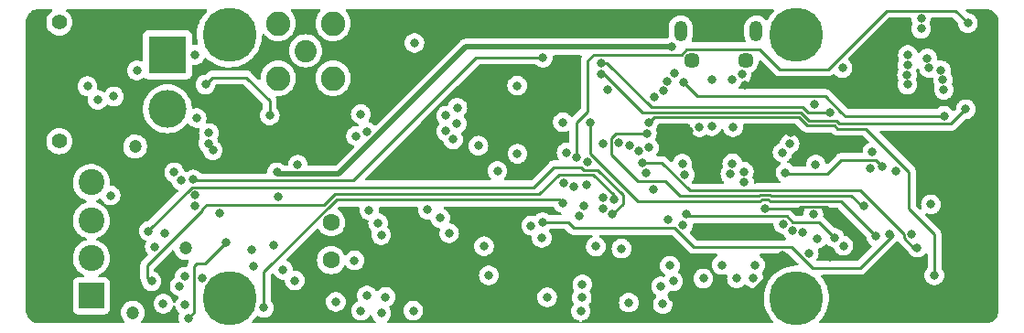
<source format=gbr>
%TF.GenerationSoftware,KiCad,Pcbnew,(6.0.2)*%
%TF.CreationDate,2022-11-13T17:15:13+11:00*%
%TF.ProjectId,Strelka_Flight_Computer,53747265-6c6b-4615-9f46-6c696768745f,rev?*%
%TF.SameCoordinates,Original*%
%TF.FileFunction,Copper,L3,Inr*%
%TF.FilePolarity,Positive*%
%FSLAX46Y46*%
G04 Gerber Fmt 4.6, Leading zero omitted, Abs format (unit mm)*
G04 Created by KiCad (PCBNEW (6.0.2)) date 2022-11-13 17:15:13*
%MOMM*%
%LPD*%
G01*
G04 APERTURE LIST*
%TA.AperFunction,ComponentPad*%
%ADD10R,2.400000X2.400000*%
%TD*%
%TA.AperFunction,ComponentPad*%
%ADD11C,2.400000*%
%TD*%
%TA.AperFunction,ComponentPad*%
%ADD12C,5.000000*%
%TD*%
%TA.AperFunction,ComponentPad*%
%ADD13C,1.400000*%
%TD*%
%TA.AperFunction,ComponentPad*%
%ADD14R,3.500000X3.500000*%
%TD*%
%TA.AperFunction,ComponentPad*%
%ADD15C,3.500000*%
%TD*%
%TA.AperFunction,ComponentPad*%
%ADD16O,1.200000X1.900000*%
%TD*%
%TA.AperFunction,ComponentPad*%
%ADD17C,1.450000*%
%TD*%
%TA.AperFunction,ComponentPad*%
%ADD18C,2.050000*%
%TD*%
%TA.AperFunction,ComponentPad*%
%ADD19C,2.250000*%
%TD*%
%TA.AperFunction,ComponentPad*%
%ADD20C,1.600000*%
%TD*%
%TA.AperFunction,ViaPad*%
%ADD21C,0.800000*%
%TD*%
%TA.AperFunction,ViaPad*%
%ADD22C,1.200000*%
%TD*%
%TA.AperFunction,Conductor*%
%ADD23C,0.250000*%
%TD*%
%TA.AperFunction,Conductor*%
%ADD24C,0.500000*%
%TD*%
G04 APERTURE END LIST*
D10*
%TO.N,/Actuators/Ematch_Main/EMATCH-*%
%TO.C,J3*%
X102770000Y-98552000D03*
D11*
%TO.N,/Actuators/Ematch_Main/EMATCH+*%
X102770000Y-95052000D03*
%TO.N,/Actuators/Ematch_Drogue1/EMATCH-*%
X102770000Y-91552000D03*
%TO.N,/Actuators/Ematch_Drogue1/EMATCH+*%
X102770000Y-88052000D03*
%TD*%
D12*
%TO.N,N/C*%
%TO.C,H1*%
X168000000Y-98755200D03*
%TD*%
%TO.N,N/C*%
%TO.C,H2*%
X115550000Y-74400000D03*
%TD*%
D13*
%TO.N,*%
%TO.C,J1*%
X99815000Y-84240000D03*
X99815000Y-73240000D03*
D14*
%TO.N,-BATT*%
X109815000Y-76240000D03*
D15*
%TO.N,+BATT*%
X109815000Y-81240000D03*
%TD*%
D16*
%TO.N,GND*%
%TO.C,J6*%
X157302400Y-74069300D03*
X164302400Y-74069300D03*
D17*
X163302400Y-76769300D03*
X158302400Y-76769300D03*
%TD*%
D18*
%TO.N,Net-(AE1-Pad1)*%
%TO.C,AE1*%
X122600000Y-75875000D03*
D19*
%TO.N,GND*%
X125140000Y-73335000D03*
X120060000Y-73335000D03*
X125140000Y-78415000D03*
X120060000Y-78415000D03*
%TD*%
D12*
%TO.N,N/C*%
%TO.C,H4*%
X168000000Y-74400000D03*
%TD*%
D20*
%TO.N,VDC*%
%TO.C,C41*%
X124960000Y-95235000D03*
%TO.N,GND*%
X124960000Y-91735000D03*
%TD*%
D12*
%TO.N,N/C*%
%TO.C,H3*%
X115550000Y-98755200D03*
%TD*%
D21*
%TO.N,GND*%
X114675000Y-90900000D03*
X147450000Y-88450000D03*
X180125000Y-76575000D03*
X178320000Y-76250000D03*
X179550000Y-73825000D03*
X109427500Y-99275000D03*
X181575000Y-78575000D03*
X181650000Y-79475000D03*
X178275000Y-79000000D03*
X152500000Y-99175000D03*
X132675000Y-75150000D03*
X142175000Y-79100000D03*
X178250000Y-78100000D03*
X133900000Y-90599500D03*
X144950000Y-98675000D03*
X129600000Y-100150000D03*
X146401206Y-82476726D03*
X129590000Y-92920000D03*
X135875000Y-92750000D03*
X113650000Y-83475000D03*
X108650000Y-94000000D03*
X125400000Y-99100000D03*
X114017159Y-85068041D03*
X151825000Y-94175000D03*
X139110000Y-93950000D03*
X110439200Y-87121700D03*
X178660000Y-92855000D03*
X140352111Y-86994529D03*
X144450000Y-93175000D03*
X142200000Y-85400000D03*
X104559879Y-89257608D03*
X181375000Y-77675000D03*
X166806228Y-91901109D03*
X149452500Y-93980000D03*
X120512728Y-96142475D03*
X135050000Y-91350000D03*
X112356604Y-90219922D03*
X113615640Y-84424006D03*
X138588232Y-84646506D03*
X180275000Y-77450000D03*
X172363761Y-93914163D03*
X175036247Y-85249500D03*
X128250000Y-83350000D03*
X129310000Y-91820000D03*
X127125000Y-95275000D03*
X117812500Y-95837500D03*
X178300000Y-77210000D03*
X179550000Y-72874500D03*
%TO.N,VDC*%
X111450000Y-99375000D03*
X104851200Y-80094577D03*
X121600000Y-97125000D03*
X127270000Y-83750000D03*
X119608049Y-93833454D03*
%TO.N,+5VA*%
X128480000Y-90620000D03*
%TO.N,+3V3*%
X165250000Y-92400000D03*
X114985800Y-85953600D03*
X171150000Y-94950000D03*
X115900200Y-86385400D03*
X106875000Y-97050000D03*
X158105723Y-83250500D03*
X156575000Y-98725000D03*
X165145205Y-90458336D03*
X100914200Y-86182200D03*
X106070400Y-74752200D03*
X147925000Y-96200000D03*
X165325000Y-78125000D03*
X147901911Y-93925500D03*
X100736400Y-75234800D03*
X183425000Y-79475000D03*
X170825000Y-83950000D03*
X183805194Y-94254792D03*
X182675000Y-88000000D03*
X145500000Y-81525000D03*
X135925000Y-74100000D03*
X173150500Y-92539697D03*
X134300000Y-82050000D03*
X127725000Y-77225000D03*
X143050000Y-73900000D03*
X182650000Y-84525000D03*
X164050000Y-99725000D03*
X166696052Y-94756676D03*
X138716041Y-92017143D03*
X163225000Y-79075000D03*
X145775000Y-77950000D03*
X146925500Y-79280188D03*
X167436737Y-83477375D03*
X155125000Y-72450000D03*
X171875000Y-97100000D03*
X155100000Y-93350000D03*
X147025000Y-76800000D03*
X181575000Y-91350000D03*
X100914200Y-81026000D03*
X134264400Y-74676000D03*
X117170200Y-82778600D03*
X105375000Y-90525000D03*
%TO.N,Net-(C12-Pad2)*%
X147651922Y-85702005D03*
X183875000Y-73300000D03*
%TO.N,Net-(C16-Pad1)*%
X159050742Y-82925016D03*
%TO.N,VBUS*%
X119947055Y-87125500D03*
X156495957Y-75500500D03*
X162960196Y-78048832D03*
%TO.N,+BATT*%
X119285234Y-81848304D03*
X113334800Y-78994000D03*
%TO.N,/Data_Interfaces/SWCLK*%
X181675000Y-81900000D03*
X157575000Y-78750000D03*
%TO.N,/Data_Interfaces/SWDIO*%
X180775000Y-96650000D03*
X154318818Y-82510898D03*
%TO.N,/Data_Interfaces/USB2_D-*%
X162050000Y-78550000D03*
%TO.N,/Data_Interfaces/USB2_D+*%
X160175000Y-78525000D03*
%TO.N,/STM32F405/GPIO_PA10*%
X180450000Y-90075000D03*
X153775000Y-86250000D03*
X179200000Y-94075000D03*
%TO.N,/Sensors/MAX-M10S-00B/V_BKCP*%
X177200000Y-87000000D03*
%TO.N,+5VD*%
X121868816Y-86425989D03*
X120040400Y-89357200D03*
%TO.N,Net-(C48-Pad1)*%
X132569736Y-99925500D03*
X129997200Y-98650500D03*
%TO.N,Net-(D1-Pad1)*%
X102412800Y-79146400D03*
X112522000Y-82092800D03*
%TO.N,Net-(Q4-Pad1)*%
X111107048Y-87875574D03*
%TO.N,Net-(Q5-Pad1)*%
X109531809Y-92774500D03*
%TO.N,Net-(Q6-Pad1)*%
X117648020Y-94272618D03*
%TO.N,Net-(Q10-Pad1)*%
X115200000Y-93600000D03*
X111750000Y-100600000D03*
%TO.N,/Data_Interfaces/USB_D-*%
X162142302Y-82930142D03*
%TO.N,/Data_Interfaces/USB_D+*%
X160175000Y-82849998D03*
%TO.N,/915MHz_Radio/SPI_MISO*%
X150138820Y-89440295D03*
%TO.N,/915MHz_Radio/SPI_MOSI*%
X150115572Y-90488142D03*
%TO.N,/915MHz_Radio/SPI_CLK*%
X148347473Y-90220528D03*
%TO.N,/915MHz_Radio/CS_RF*%
X147955619Y-91140014D03*
%TO.N,/915MHz_Radio/RESET_RF*%
X154125000Y-87200000D03*
%TO.N,/915MHz_Radio/IO0_RF*%
X154357497Y-84835092D03*
%TO.N,/Power/BATT_VOLT*%
X148652233Y-86177445D03*
X127705835Y-81733796D03*
%TO.N,/Sensors/MAX-M10S-00B/PPS*%
X174850099Y-86774901D03*
X169805824Y-86409075D03*
%TO.N,/STM32F405/I2C2_SDA*%
X167375500Y-84475000D03*
X169650000Y-80825500D03*
%TO.N,/STM32F405/I2C2_SCL*%
X166725000Y-85275000D03*
X172275000Y-77475000D03*
D22*
%TO.N,/Actuators/Ematch_Main/EMATCH-*%
X106600000Y-100100000D03*
%TO.N,Net-(Q4-Pad2)*%
X106832400Y-84734400D03*
D21*
%TO.N,Net-(Q11-Pad2)*%
X110944615Y-97651972D03*
D22*
%TO.N,Net-(Q9-Pad2)*%
X111506000Y-94132400D03*
D21*
%TO.N,Net-(R10-Pad1)*%
X183675000Y-81275000D03*
X149965413Y-77998147D03*
%TO.N,/Data_Logging/SD0*%
X156600839Y-97200999D03*
X148150000Y-98700000D03*
%TO.N,/STM32F405/SDIO_D0*%
X157679441Y-87329842D03*
%TO.N,/Data_Logging/SD1*%
X159400000Y-96950000D03*
X148200000Y-97500000D03*
%TO.N,/STM32F405/SDIO_D1*%
X157450000Y-86325000D03*
%TO.N,/Data_Logging/SD2*%
X156299886Y-95751998D03*
X161092451Y-95698522D03*
%TO.N,/STM32F405/SDIO_D2*%
X154841060Y-80135331D03*
%TO.N,/Data_Logging/SD3*%
X162500000Y-96925000D03*
X155485501Y-97674010D03*
%TO.N,/STM32F405/SDIO_D3*%
X155672932Y-79581260D03*
%TO.N,/Data_Logging/CLK*%
X164191804Y-95698522D03*
X155650000Y-99300000D03*
%TO.N,/STM32F405/SDIO_CK*%
X156084806Y-78670565D03*
%TO.N,/Data_Logging/CMD*%
X164036331Y-96914069D03*
X148050000Y-99950000D03*
%TO.N,/STM32F405/SDIO_CMD*%
X156749635Y-77924235D03*
%TO.N,/Actuators/CONT_TEST_EN*%
X146748382Y-85274664D03*
X103378000Y-80416400D03*
X106998230Y-77690500D03*
X136250000Y-84075000D03*
X112400000Y-76250000D03*
%TO.N,/Actuators/DROGUE_L*%
X150550000Y-79475000D03*
X112205700Y-87772045D03*
X144575000Y-76500000D03*
X112392009Y-89221046D03*
%TO.N,/Actuators/DROGUE_CONT*%
X108082808Y-92559820D03*
X150974701Y-90998928D03*
%TO.N,/Actuators/MAIN_L*%
X111421736Y-96773700D03*
X139550000Y-96650000D03*
X113024500Y-96946527D03*
X143475000Y-92050000D03*
%TO.N,/Actuators/MAIN_CONT*%
X108350000Y-97205500D03*
X151117408Y-89643697D03*
%TO.N,/Actuators/MAIN_H*%
X118750000Y-99650000D03*
X146387299Y-89962299D03*
%TO.N,Net-(R61-Pad2)*%
X127715692Y-99920648D03*
X128272741Y-98512900D03*
%TO.N,/Actuators/EXT_SPI_MISO*%
X136641053Y-81144610D03*
X151574500Y-84409502D03*
%TO.N,/Actuators/EXT_SPI_MOSI*%
X150100000Y-84450000D03*
X135597874Y-81866876D03*
%TO.N,/Actuators/EXT_SPI_SCK*%
X136597732Y-82593611D03*
X152553427Y-84611260D03*
%TO.N,/Actuators/EXT_SPI_CS*%
X135599816Y-83315877D03*
X153403165Y-85137522D03*
%TO.N,/STM32F405/SPI2_MISO*%
X163159768Y-88054929D03*
X169150500Y-94591291D03*
X156125000Y-91500000D03*
X148599489Y-88294724D03*
X168609859Y-92670463D03*
%TO.N,/STM32F405/SPI2_MOSI*%
X146470588Y-88075010D03*
X167000000Y-87150000D03*
X163145278Y-87055532D03*
X157516276Y-91986285D03*
X175925000Y-86575000D03*
%TO.N,/STM32F405/INT_IN1*%
X169925000Y-93250000D03*
%TO.N,/STM32F405/INT_IN2*%
X167625000Y-92500000D03*
%TO.N,/STM32F405/SPI2_NSS4*%
X161897400Y-87269444D03*
%TO.N,/STM32F405/SPI2_SCK*%
X162082116Y-86287158D03*
%TO.N,/STM32F405/INT_IN3*%
X171550000Y-93175000D03*
X154764822Y-88685252D03*
X157813326Y-91024011D03*
%TO.N,/STM32F405/SPI2_NSS3*%
X154175000Y-83500000D03*
X174235497Y-90218284D03*
%TO.N,/STM32F405/SPI2_NSS1*%
X175375000Y-93050000D03*
X148963981Y-82506768D03*
%TO.N,/STM32F405/SPI2_NSS2*%
X171100000Y-81626489D03*
X149924062Y-76999500D03*
X169575000Y-91025500D03*
%TO.N,/STM32F405/USART2_TX*%
X176600000Y-92828500D03*
X144520936Y-91732716D03*
%TD*%
D23*
%TO.N,+3V3*%
X173019697Y-92539697D02*
X173150500Y-92539697D01*
X164050000Y-99725000D02*
X164050000Y-97925000D01*
X168450000Y-90280000D02*
X170760000Y-90280000D01*
X164050000Y-97925000D02*
X166696052Y-95278948D01*
X170760000Y-90280000D02*
X173019697Y-92539697D01*
X168271664Y-90458336D02*
X168450000Y-90280000D01*
X166696052Y-95278948D02*
X166696052Y-94756676D01*
X165145205Y-90458336D02*
X168271664Y-90458336D01*
%TO.N,Net-(C12-Pad2)*%
X147650000Y-85700083D02*
X147651922Y-85702005D01*
X176350000Y-72150000D02*
X170925000Y-77575000D01*
X170925000Y-77575000D02*
X166425000Y-77575000D01*
X157867677Y-75719789D02*
X157362466Y-76225000D01*
X183875000Y-73300000D02*
X182725000Y-72150000D01*
X149250000Y-76225000D02*
X148700000Y-76775000D01*
X166425000Y-77575000D02*
X164569789Y-75719789D01*
X147650000Y-82525000D02*
X147650000Y-85700083D01*
X148700000Y-76775000D02*
X148700000Y-81475000D01*
X182725000Y-72150000D02*
X176350000Y-72150000D01*
X164569789Y-75719789D02*
X157867677Y-75719789D01*
X157362466Y-76225000D02*
X149250000Y-76225000D01*
X148700000Y-81475000D02*
X147650000Y-82525000D01*
D24*
%TO.N,VBUS*%
X137437019Y-75525500D02*
X156470957Y-75525500D01*
X119947055Y-87125500D02*
X120097044Y-87275489D01*
X120097044Y-87275489D02*
X125687030Y-87275489D01*
X156470957Y-75525500D02*
X156495957Y-75500500D01*
X125687030Y-87275489D02*
X137437019Y-75525500D01*
D23*
%TO.N,+BATT*%
X113995200Y-78333600D02*
X113334800Y-78994000D01*
X117119400Y-78333600D02*
X113995200Y-78333600D01*
X119285234Y-81848304D02*
X119285234Y-80499434D01*
X119285234Y-80499434D02*
X117119400Y-78333600D01*
%TO.N,/Data_Interfaces/SWCLK*%
X172525000Y-81900000D02*
X181675000Y-81900000D01*
X169150000Y-80050000D02*
X170675000Y-80050000D01*
X172175000Y-81550000D02*
X172525000Y-81900000D01*
X158875000Y-80050000D02*
X169150000Y-80050000D01*
X157575000Y-78750000D02*
X158875000Y-80050000D01*
X170675000Y-80050000D02*
X172175000Y-81550000D01*
%TO.N,/Data_Interfaces/SWDIO*%
X168200000Y-82000000D02*
X154829716Y-82000000D01*
X174450499Y-83075499D02*
X171800597Y-83075499D01*
X154829716Y-82000000D02*
X154318818Y-82510898D01*
X178425000Y-90475000D02*
X178425000Y-87050000D01*
X169000499Y-82800499D02*
X168200000Y-82000000D01*
X180775000Y-92825000D02*
X178425000Y-90475000D01*
X178425000Y-87050000D02*
X174450499Y-83075499D01*
X180775000Y-96650000D02*
X180775000Y-92825000D01*
X171800597Y-83075499D02*
X171525597Y-82800499D01*
X171525597Y-82800499D02*
X169000499Y-82800499D01*
%TO.N,/STM32F405/GPIO_PA10*%
X177935499Y-93155099D02*
X178855400Y-94075000D01*
X173888223Y-88763223D02*
X177935499Y-92810499D01*
X164394432Y-88800489D02*
X164431698Y-88763223D01*
X158125489Y-88800489D02*
X164394432Y-88800489D01*
X155575000Y-86250000D02*
X158125489Y-88800489D01*
X177935499Y-92810499D02*
X177935499Y-93155099D01*
X164431698Y-88763223D02*
X173888223Y-88763223D01*
X178855400Y-94075000D02*
X179200000Y-94075000D01*
X153775000Y-86250000D02*
X155575000Y-86250000D01*
%TO.N,Net-(Q10-Pad1)*%
X112300000Y-95800000D02*
X112300000Y-100050000D01*
X113250000Y-95550000D02*
X112550000Y-95550000D01*
X115200000Y-93600000D02*
X113250000Y-95550000D01*
X112300000Y-100050000D02*
X111750000Y-100600000D01*
X112550000Y-95550000D02*
X112300000Y-95800000D01*
%TO.N,Net-(R10-Pad1)*%
X168386193Y-81550489D02*
X153782923Y-81550489D01*
X183675000Y-81275000D02*
X182325499Y-82624501D01*
X153782923Y-81550489D02*
X150230581Y-77998147D01*
X182325499Y-82624501D02*
X171985303Y-82624501D01*
X150230581Y-77998147D02*
X149965413Y-77998147D01*
X171985303Y-82624501D02*
X171711791Y-82350989D01*
X171711791Y-82350989D02*
X169186693Y-82350989D01*
X169186693Y-82350989D02*
X168386193Y-81550489D01*
%TO.N,/Actuators/DROGUE_L*%
X127024401Y-87850999D02*
X112284654Y-87850999D01*
X144575000Y-76500000D02*
X138375400Y-76500000D01*
X112284654Y-87850999D02*
X112205700Y-87772045D01*
X138375400Y-76500000D02*
X127024401Y-87850999D01*
%TO.N,/Actuators/DROGUE_CONT*%
X108082808Y-92505647D02*
X112091910Y-88496545D01*
X151950000Y-90023629D02*
X150974701Y-90998928D01*
X148101177Y-86650989D02*
X148352134Y-86901946D01*
X112091910Y-88496545D02*
X143717751Y-88496545D01*
X143717751Y-88496545D02*
X145563307Y-86650989D01*
X108082808Y-92559820D02*
X108082808Y-92505647D01*
X149612650Y-86901946D02*
X151950000Y-89239296D01*
X148352134Y-86901946D02*
X149612650Y-86901946D01*
X151950000Y-89239296D02*
X151950000Y-90023629D01*
X145563307Y-86650989D02*
X148101177Y-86650989D01*
%TO.N,/Actuators/MAIN_CONT*%
X112630951Y-91049501D02*
X112650099Y-91049501D01*
X107950000Y-96900000D02*
X107950000Y-95730452D01*
X146043911Y-87331489D02*
X148145973Y-87331489D01*
X125318506Y-89150490D02*
X144224910Y-89150490D01*
X112650099Y-91049501D02*
X113074501Y-90625099D01*
X107950000Y-95730452D02*
X112630951Y-91049501D01*
X113074501Y-90513443D02*
X113449138Y-90138806D01*
X108350000Y-97205500D02*
X108255500Y-97205500D01*
X124330190Y-90138806D02*
X125318506Y-89150490D01*
X144224910Y-89150490D02*
X146043911Y-87331489D01*
X113449138Y-90138806D02*
X124330190Y-90138806D01*
X151117408Y-89242408D02*
X151117408Y-89643697D01*
X148165941Y-87351457D02*
X149226457Y-87351457D01*
X148145973Y-87331489D02*
X148165941Y-87351457D01*
X108255500Y-97205500D02*
X107950000Y-96900000D01*
X113074501Y-90625099D02*
X113074501Y-90513443D01*
X149226457Y-87351457D02*
X151117408Y-89242408D01*
%TO.N,/Actuators/MAIN_H*%
X118750000Y-96354700D02*
X125454700Y-89650000D01*
X146075000Y-89650000D02*
X146387299Y-89962299D01*
X118750000Y-99650000D02*
X118750000Y-96354700D01*
X125454700Y-89650000D02*
X146075000Y-89650000D01*
%TO.N,/STM32F405/SPI2_MOSI*%
X170875000Y-87250000D02*
X167100000Y-87250000D01*
X172150999Y-85974001D02*
X170875000Y-87250000D01*
X175324001Y-85974001D02*
X172150999Y-85974001D01*
X175925000Y-86575000D02*
X175324001Y-85974001D01*
X167100000Y-87250000D02*
X167000000Y-87150000D01*
%TO.N,/STM32F405/INT_IN3*%
X167679719Y-91750000D02*
X167106327Y-91176608D01*
X157972152Y-91182837D02*
X157813326Y-91024011D01*
X166506129Y-91176608D02*
X166499900Y-91182837D01*
X171550000Y-93175000D02*
X170125000Y-91750000D01*
X166499900Y-91182837D02*
X157972152Y-91182837D01*
X170125000Y-91750000D02*
X167679719Y-91750000D01*
X167106327Y-91176608D02*
X166506129Y-91176608D01*
%TO.N,/STM32F405/SPI2_NSS3*%
X164580625Y-89250000D02*
X157200000Y-89250000D01*
X173075000Y-89250000D02*
X165627743Y-89250000D01*
X174235497Y-90218284D02*
X174043284Y-90218284D01*
X157200000Y-89250000D02*
X155900000Y-87950000D01*
X153350000Y-87975000D02*
X150850000Y-85475000D01*
X165627743Y-89250000D02*
X165590476Y-89212733D01*
X151300000Y-83500000D02*
X154175000Y-83500000D01*
X165590476Y-89212733D02*
X165218089Y-89212734D01*
X150850000Y-85475000D02*
X150850000Y-83950000D01*
X153375000Y-87950000D02*
X153350000Y-87975000D01*
X164617891Y-89212734D02*
X164580625Y-89250000D01*
X150850000Y-83950000D02*
X151300000Y-83500000D01*
X165218089Y-89212734D02*
X164617891Y-89212734D01*
X155900000Y-87950000D02*
X153375000Y-87950000D01*
X174043284Y-90218284D02*
X173075000Y-89250000D01*
%TO.N,/STM32F405/SPI2_NSS1*%
X148963981Y-82506768D02*
X148963981Y-85388981D01*
X148963981Y-85388981D02*
X153350000Y-89775000D01*
X164691329Y-89775000D02*
X164804085Y-89662244D01*
X165404283Y-89662244D02*
X165517039Y-89775000D01*
X164804085Y-89662244D02*
X165404283Y-89662244D01*
X165517039Y-89775000D02*
X172100000Y-89775000D01*
X153350000Y-89775000D02*
X164691329Y-89775000D01*
X172100000Y-89775000D02*
X175375000Y-93050000D01*
%TO.N,/STM32F405/SPI2_NSS2*%
X149924062Y-76999500D02*
X150474100Y-76999500D01*
X169097896Y-81626489D02*
X171100000Y-81626489D01*
X154575578Y-81100978D02*
X168572385Y-81100978D01*
X150474100Y-76999500D02*
X154575578Y-81100978D01*
X168572385Y-81100978D02*
X169097896Y-81626489D01*
%TO.N,/STM32F405/USART2_TX*%
X167560696Y-94032175D02*
X169503521Y-95975000D01*
X158507175Y-94032175D02*
X167560696Y-94032175D01*
X144520936Y-91732716D02*
X146882716Y-91732716D01*
X173900000Y-95975000D02*
X176925000Y-92950000D01*
X169503521Y-95975000D02*
X173900000Y-95975000D01*
X147425000Y-92275000D02*
X156750000Y-92275000D01*
X156750000Y-92275000D02*
X158507175Y-94032175D01*
X146882716Y-91732716D02*
X147425000Y-92275000D01*
%TD*%
%TA.AperFunction,Conductor*%
%TO.N,+3V3*%
G36*
X127530842Y-90303502D02*
G01*
X127577335Y-90357158D01*
X127587401Y-90427169D01*
X127586458Y-90430072D01*
X127566496Y-90620000D01*
X127567186Y-90626565D01*
X127584872Y-90794835D01*
X127586458Y-90809928D01*
X127645473Y-90991556D01*
X127648776Y-90997278D01*
X127648777Y-90997279D01*
X127664931Y-91025259D01*
X127740960Y-91156944D01*
X127745378Y-91161851D01*
X127745379Y-91161852D01*
X127859660Y-91288774D01*
X127868747Y-91298866D01*
X127967320Y-91370484D01*
X128003324Y-91396642D01*
X128023248Y-91411118D01*
X128029276Y-91413802D01*
X128029278Y-91413803D01*
X128191681Y-91486109D01*
X128197712Y-91488794D01*
X128315231Y-91513774D01*
X128377703Y-91547501D01*
X128412025Y-91609651D01*
X128414343Y-91650190D01*
X128401878Y-91768794D01*
X128396496Y-91820000D01*
X128397186Y-91826565D01*
X128413821Y-91984834D01*
X128416458Y-92009928D01*
X128475473Y-92191556D01*
X128478776Y-92197278D01*
X128478777Y-92197279D01*
X128499611Y-92233365D01*
X128570960Y-92356944D01*
X128575378Y-92361851D01*
X128575379Y-92361852D01*
X128612538Y-92403121D01*
X128694614Y-92494275D01*
X128694614Y-92494276D01*
X128698747Y-92498866D01*
X128697907Y-92499622D01*
X128731764Y-92554591D01*
X128730044Y-92626705D01*
X128696458Y-92730072D01*
X128695768Y-92736633D01*
X128695768Y-92736635D01*
X128681100Y-92876199D01*
X128676496Y-92920000D01*
X128677186Y-92926565D01*
X128692133Y-93068774D01*
X128696458Y-93109928D01*
X128755473Y-93291556D01*
X128850960Y-93456944D01*
X128855378Y-93461851D01*
X128855379Y-93461852D01*
X128972750Y-93592206D01*
X128978747Y-93598866D01*
X129060826Y-93658500D01*
X129126515Y-93706226D01*
X129133248Y-93711118D01*
X129139276Y-93713802D01*
X129139278Y-93713803D01*
X129301681Y-93786109D01*
X129307712Y-93788794D01*
X129392889Y-93806899D01*
X129488056Y-93827128D01*
X129488061Y-93827128D01*
X129494513Y-93828500D01*
X129685487Y-93828500D01*
X129691939Y-93827128D01*
X129691944Y-93827128D01*
X129787111Y-93806899D01*
X129872288Y-93788794D01*
X129878319Y-93786109D01*
X130040722Y-93713803D01*
X130040724Y-93713802D01*
X130046752Y-93711118D01*
X130053486Y-93706226D01*
X130119174Y-93658500D01*
X130201253Y-93598866D01*
X130207250Y-93592206D01*
X130324621Y-93461852D01*
X130324622Y-93461851D01*
X130329040Y-93456944D01*
X130424527Y-93291556D01*
X130483542Y-93109928D01*
X130487868Y-93068774D01*
X130502814Y-92926565D01*
X130503504Y-92920000D01*
X130498900Y-92876199D01*
X130484232Y-92736635D01*
X130484232Y-92736633D01*
X130483542Y-92730072D01*
X130424527Y-92548444D01*
X130417466Y-92536213D01*
X130362185Y-92440465D01*
X130329040Y-92383056D01*
X130323097Y-92376455D01*
X130258609Y-92304834D01*
X130201253Y-92241134D01*
X130202093Y-92240378D01*
X130168236Y-92185409D01*
X130169956Y-92113295D01*
X130199335Y-92022876D01*
X130203542Y-92009928D01*
X130206180Y-91984834D01*
X130222814Y-91826565D01*
X130223504Y-91820000D01*
X130212497Y-91715271D01*
X130204232Y-91636635D01*
X130204232Y-91636633D01*
X130203542Y-91630072D01*
X130144527Y-91448444D01*
X130137888Y-91436944D01*
X130091695Y-91356936D01*
X130049040Y-91283056D01*
X130043839Y-91277279D01*
X129925675Y-91146045D01*
X129925674Y-91146044D01*
X129921253Y-91141134D01*
X129819855Y-91067464D01*
X129772094Y-91032763D01*
X129772093Y-91032762D01*
X129766752Y-91028882D01*
X129760724Y-91026198D01*
X129760722Y-91026197D01*
X129598319Y-90953891D01*
X129598318Y-90953891D01*
X129592288Y-90951206D01*
X129474769Y-90926226D01*
X129412297Y-90892499D01*
X129377975Y-90830349D01*
X129375657Y-90789810D01*
X129392814Y-90626565D01*
X129393504Y-90620000D01*
X129373659Y-90431180D01*
X129373542Y-90430072D01*
X129374467Y-90429975D01*
X129379436Y-90364901D01*
X129422255Y-90308270D01*
X129488894Y-90283779D01*
X129497279Y-90283500D01*
X132879771Y-90283500D01*
X132947892Y-90303502D01*
X132994385Y-90357158D01*
X133005081Y-90422670D01*
X132991286Y-90553927D01*
X132986496Y-90599500D01*
X132987186Y-90606065D01*
X133005002Y-90775572D01*
X133006458Y-90789428D01*
X133065473Y-90971056D01*
X133068776Y-90976778D01*
X133068777Y-90976779D01*
X133092734Y-91018274D01*
X133160960Y-91136444D01*
X133165378Y-91141351D01*
X133165379Y-91141352D01*
X133282512Y-91271441D01*
X133288747Y-91278366D01*
X133341420Y-91316635D01*
X133406886Y-91364199D01*
X133443248Y-91390618D01*
X133449276Y-91393302D01*
X133449278Y-91393303D01*
X133573128Y-91448444D01*
X133617712Y-91468294D01*
X133701525Y-91486109D01*
X133798056Y-91506628D01*
X133798061Y-91506628D01*
X133804513Y-91508000D01*
X133995487Y-91508000D01*
X134001942Y-91506628D01*
X134001951Y-91506627D01*
X134025383Y-91501646D01*
X134096174Y-91507047D01*
X134152807Y-91549863D01*
X134171413Y-91585954D01*
X134215473Y-91721556D01*
X134218776Y-91727278D01*
X134218777Y-91727279D01*
X134252686Y-91786010D01*
X134310960Y-91886944D01*
X134315378Y-91891851D01*
X134315379Y-91891852D01*
X134434325Y-92023955D01*
X134438747Y-92028866D01*
X134486942Y-92063882D01*
X134555555Y-92113732D01*
X134593248Y-92141118D01*
X134599276Y-92143802D01*
X134599278Y-92143803D01*
X134746801Y-92209484D01*
X134767712Y-92218794D01*
X134934495Y-92254245D01*
X134996968Y-92287974D01*
X135031290Y-92350123D01*
X135028131Y-92416428D01*
X135008678Y-92476297D01*
X134981458Y-92560072D01*
X134980768Y-92566633D01*
X134980768Y-92566635D01*
X134963598Y-92729999D01*
X134961496Y-92750000D01*
X134962186Y-92756565D01*
X134980054Y-92926565D01*
X134981458Y-92939928D01*
X135040473Y-93121556D01*
X135135960Y-93286944D01*
X135140378Y-93291851D01*
X135140379Y-93291852D01*
X135254660Y-93418774D01*
X135263747Y-93428866D01*
X135311367Y-93463464D01*
X135406541Y-93532612D01*
X135418248Y-93541118D01*
X135424276Y-93543802D01*
X135424278Y-93543803D01*
X135586268Y-93615925D01*
X135592712Y-93618794D01*
X135662731Y-93633677D01*
X135773056Y-93657128D01*
X135773061Y-93657128D01*
X135779513Y-93658500D01*
X135970487Y-93658500D01*
X135976939Y-93657128D01*
X135976944Y-93657128D01*
X136087269Y-93633677D01*
X136157288Y-93618794D01*
X136163732Y-93615925D01*
X136325722Y-93543803D01*
X136325724Y-93543802D01*
X136331752Y-93541118D01*
X136343460Y-93532612D01*
X136438633Y-93463464D01*
X136486253Y-93428866D01*
X136495340Y-93418774D01*
X136609621Y-93291852D01*
X136609622Y-93291851D01*
X136614040Y-93286944D01*
X136709527Y-93121556D01*
X136768542Y-92939928D01*
X136769947Y-92926565D01*
X136787814Y-92756565D01*
X136788504Y-92750000D01*
X136786402Y-92729999D01*
X136769232Y-92566635D01*
X136769232Y-92566633D01*
X136768542Y-92560072D01*
X136709527Y-92378444D01*
X136705037Y-92370666D01*
X136657294Y-92287974D01*
X136614040Y-92213056D01*
X136599835Y-92197279D01*
X136490675Y-92076045D01*
X136490674Y-92076044D01*
X136486253Y-92071134D01*
X136331752Y-91958882D01*
X136325724Y-91956198D01*
X136325722Y-91956197D01*
X136163319Y-91883891D01*
X136163318Y-91883891D01*
X136157288Y-91881206D01*
X135990505Y-91845755D01*
X135928032Y-91812026D01*
X135893710Y-91749877D01*
X135896869Y-91683572D01*
X135938956Y-91554043D01*
X135943542Y-91539928D01*
X135944914Y-91526880D01*
X135962814Y-91356565D01*
X135963504Y-91350000D01*
X135952726Y-91247453D01*
X135944232Y-91166635D01*
X135944232Y-91166633D01*
X135943542Y-91160072D01*
X135884527Y-90978444D01*
X135868155Y-90950086D01*
X135836055Y-90894488D01*
X135789040Y-90813056D01*
X135770359Y-90792308D01*
X135665675Y-90676045D01*
X135665674Y-90676044D01*
X135661253Y-90671134D01*
X135553622Y-90592935D01*
X135512094Y-90562763D01*
X135512093Y-90562762D01*
X135506752Y-90558882D01*
X135500724Y-90556198D01*
X135500722Y-90556197D01*
X135429769Y-90524607D01*
X135375673Y-90478627D01*
X135355024Y-90410700D01*
X135374376Y-90342391D01*
X135427587Y-90295390D01*
X135481018Y-90283500D01*
X145450954Y-90283500D01*
X145519075Y-90303502D01*
X145560072Y-90346499D01*
X145648259Y-90499243D01*
X145652677Y-90504150D01*
X145652678Y-90504151D01*
X145756989Y-90620000D01*
X145776046Y-90641165D01*
X145864518Y-90705444D01*
X145924406Y-90748955D01*
X145930547Y-90753417D01*
X145936575Y-90756101D01*
X145936577Y-90756102D01*
X146098980Y-90828408D01*
X146105011Y-90831093D01*
X146190292Y-90849220D01*
X146193815Y-90849969D01*
X146256288Y-90883698D01*
X146290610Y-90945847D01*
X146285882Y-91016686D01*
X146243606Y-91073724D01*
X146177205Y-91098851D01*
X146167618Y-91099216D01*
X145229136Y-91099216D01*
X145161015Y-91079214D01*
X145141789Y-91062873D01*
X145141516Y-91063176D01*
X145136604Y-91058753D01*
X145132189Y-91053850D01*
X145065670Y-91005521D01*
X144983030Y-90945479D01*
X144983029Y-90945478D01*
X144977688Y-90941598D01*
X144971660Y-90938914D01*
X144971658Y-90938913D01*
X144809255Y-90866607D01*
X144809254Y-90866607D01*
X144803224Y-90863922D01*
X144700725Y-90842135D01*
X144622880Y-90825588D01*
X144622875Y-90825588D01*
X144616423Y-90824216D01*
X144425449Y-90824216D01*
X144418997Y-90825588D01*
X144418992Y-90825588D01*
X144341147Y-90842135D01*
X144238648Y-90863922D01*
X144232618Y-90866607D01*
X144232617Y-90866607D01*
X144070214Y-90938913D01*
X144070212Y-90938914D01*
X144064184Y-90941598D01*
X144058843Y-90945478D01*
X144058842Y-90945479D01*
X143976202Y-91005521D01*
X143909683Y-91053850D01*
X143905270Y-91058752D01*
X143905268Y-91058753D01*
X143837628Y-91133875D01*
X143777182Y-91171114D01*
X143717795Y-91172811D01*
X143576944Y-91142872D01*
X143576939Y-91142872D01*
X143570487Y-91141500D01*
X143379513Y-91141500D01*
X143373061Y-91142872D01*
X143373056Y-91142872D01*
X143306855Y-91156944D01*
X143192712Y-91181206D01*
X143186682Y-91183891D01*
X143186681Y-91183891D01*
X143024278Y-91256197D01*
X143024276Y-91256198D01*
X143018248Y-91258882D01*
X143012907Y-91262762D01*
X143012906Y-91262763D01*
X142986086Y-91282249D01*
X142863747Y-91371134D01*
X142859326Y-91376044D01*
X142859325Y-91376045D01*
X142741371Y-91507047D01*
X142735960Y-91513056D01*
X142700972Y-91573657D01*
X142659899Y-91644798D01*
X142640473Y-91678444D01*
X142581458Y-91860072D01*
X142580768Y-91866633D01*
X142580768Y-91866635D01*
X142568780Y-91980697D01*
X142561496Y-92050000D01*
X142562186Y-92056565D01*
X142579235Y-92218774D01*
X142581458Y-92239928D01*
X142640473Y-92421556D01*
X142643776Y-92427278D01*
X142643777Y-92427279D01*
X142651390Y-92440465D01*
X142735960Y-92586944D01*
X142740378Y-92591851D01*
X142740379Y-92591852D01*
X142830757Y-92692227D01*
X142863747Y-92728866D01*
X142950073Y-92791586D01*
X143008253Y-92833856D01*
X143018248Y-92841118D01*
X143024276Y-92843802D01*
X143024278Y-92843803D01*
X143180190Y-92913219D01*
X143192712Y-92918794D01*
X143261263Y-92933365D01*
X143373056Y-92957128D01*
X143373061Y-92957128D01*
X143379513Y-92958500D01*
X143419314Y-92958500D01*
X143487435Y-92978502D01*
X143533928Y-93032158D01*
X143544624Y-93097669D01*
X143536496Y-93175000D01*
X143537186Y-93181565D01*
X143554988Y-93350938D01*
X143556458Y-93364928D01*
X143615473Y-93546556D01*
X143618776Y-93552278D01*
X143618777Y-93552279D01*
X143638791Y-93586944D01*
X143710960Y-93711944D01*
X143715378Y-93716851D01*
X143715379Y-93716852D01*
X143805224Y-93816635D01*
X143838747Y-93853866D01*
X143914002Y-93908542D01*
X143979515Y-93956140D01*
X143993248Y-93966118D01*
X143999276Y-93968802D01*
X143999278Y-93968803D01*
X144161681Y-94041109D01*
X144167712Y-94043794D01*
X144249055Y-94061084D01*
X144348056Y-94082128D01*
X144348061Y-94082128D01*
X144354513Y-94083500D01*
X144545487Y-94083500D01*
X144551939Y-94082128D01*
X144551944Y-94082128D01*
X144650945Y-94061084D01*
X144732288Y-94043794D01*
X144738319Y-94041109D01*
X144900722Y-93968803D01*
X144900724Y-93968802D01*
X144906752Y-93966118D01*
X144920486Y-93956140D01*
X144985998Y-93908542D01*
X145061253Y-93853866D01*
X145094776Y-93816635D01*
X145184621Y-93716852D01*
X145184622Y-93716851D01*
X145189040Y-93711944D01*
X145261209Y-93586944D01*
X145281223Y-93552279D01*
X145281224Y-93552278D01*
X145284527Y-93546556D01*
X145343542Y-93364928D01*
X145345013Y-93350938D01*
X145362814Y-93181565D01*
X145363504Y-93175000D01*
X145356214Y-93105639D01*
X145344232Y-92991635D01*
X145344232Y-92991633D01*
X145343542Y-92985072D01*
X145284527Y-92803444D01*
X145273962Y-92785144D01*
X145221866Y-92694912D01*
X145189040Y-92638056D01*
X145134568Y-92577558D01*
X145103852Y-92513553D01*
X145112616Y-92443099D01*
X145134568Y-92408940D01*
X145135499Y-92407906D01*
X145195945Y-92370666D01*
X145229136Y-92366216D01*
X146568122Y-92366216D01*
X146636243Y-92386218D01*
X146657217Y-92403121D01*
X146921343Y-92667247D01*
X146928887Y-92675537D01*
X146933000Y-92682018D01*
X146938777Y-92687443D01*
X146982667Y-92728658D01*
X146985509Y-92731413D01*
X147005230Y-92751134D01*
X147008425Y-92753612D01*
X147017447Y-92761318D01*
X147049679Y-92791586D01*
X147056628Y-92795406D01*
X147067432Y-92801346D01*
X147083956Y-92812199D01*
X147099959Y-92824613D01*
X147140543Y-92842176D01*
X147151173Y-92847383D01*
X147189940Y-92868695D01*
X147197617Y-92870666D01*
X147197622Y-92870668D01*
X147209558Y-92873732D01*
X147228266Y-92880137D01*
X147246855Y-92888181D01*
X147254680Y-92889420D01*
X147254682Y-92889421D01*
X147290519Y-92895097D01*
X147302140Y-92897504D01*
X147337289Y-92906528D01*
X147344970Y-92908500D01*
X147365231Y-92908500D01*
X147384940Y-92910051D01*
X147404943Y-92913219D01*
X147412835Y-92912473D01*
X147418062Y-92911979D01*
X147448954Y-92909059D01*
X147460811Y-92908500D01*
X149032713Y-92908500D01*
X149100834Y-92928502D01*
X149147327Y-92982158D01*
X149157431Y-93052432D01*
X149127937Y-93117012D01*
X149083961Y-93149607D01*
X149001781Y-93186195D01*
X149001774Y-93186199D01*
X148995748Y-93188882D01*
X148990407Y-93192762D01*
X148990406Y-93192763D01*
X148949173Y-93222721D01*
X148841247Y-93301134D01*
X148836826Y-93306044D01*
X148836825Y-93306045D01*
X148726464Y-93428614D01*
X148713460Y-93443056D01*
X148663324Y-93529894D01*
X148631051Y-93585793D01*
X148617973Y-93608444D01*
X148558958Y-93790072D01*
X148558268Y-93796633D01*
X148558268Y-93796635D01*
X148547894Y-93895339D01*
X148538996Y-93980000D01*
X148539686Y-93986565D01*
X148551349Y-94097528D01*
X148558958Y-94169928D01*
X148617973Y-94351556D01*
X148713460Y-94516944D01*
X148717878Y-94521851D01*
X148717879Y-94521852D01*
X148836147Y-94653202D01*
X148841247Y-94658866D01*
X148868775Y-94678866D01*
X148982304Y-94761350D01*
X148995748Y-94771118D01*
X149001776Y-94773802D01*
X149001778Y-94773803D01*
X149164181Y-94846109D01*
X149170212Y-94848794D01*
X149249231Y-94865590D01*
X149350556Y-94887128D01*
X149350561Y-94887128D01*
X149357013Y-94888500D01*
X149547987Y-94888500D01*
X149554439Y-94887128D01*
X149554444Y-94887128D01*
X149655769Y-94865590D01*
X149734788Y-94848794D01*
X149740819Y-94846109D01*
X149903222Y-94773803D01*
X149903224Y-94773802D01*
X149909252Y-94771118D01*
X149922697Y-94761350D01*
X150036225Y-94678866D01*
X150063753Y-94658866D01*
X150068853Y-94653202D01*
X150187121Y-94521852D01*
X150187122Y-94521851D01*
X150191540Y-94516944D01*
X150287027Y-94351556D01*
X150344394Y-94175000D01*
X150911496Y-94175000D01*
X150912186Y-94181565D01*
X150930053Y-94351556D01*
X150931458Y-94364928D01*
X150990473Y-94546556D01*
X150993776Y-94552278D01*
X150993777Y-94552279D01*
X151012633Y-94584939D01*
X151085960Y-94711944D01*
X151090378Y-94716851D01*
X151090379Y-94716852D01*
X151209180Y-94848794D01*
X151213747Y-94853866D01*
X151312843Y-94925864D01*
X151361039Y-94960880D01*
X151368248Y-94966118D01*
X151374276Y-94968802D01*
X151374278Y-94968803D01*
X151496897Y-95023396D01*
X151542712Y-95043794D01*
X151636113Y-95063647D01*
X151723056Y-95082128D01*
X151723061Y-95082128D01*
X151729513Y-95083500D01*
X151920487Y-95083500D01*
X151926939Y-95082128D01*
X151926944Y-95082128D01*
X152013887Y-95063647D01*
X152107288Y-95043794D01*
X152153103Y-95023396D01*
X152275722Y-94968803D01*
X152275724Y-94968802D01*
X152281752Y-94966118D01*
X152288962Y-94960880D01*
X152337157Y-94925864D01*
X152436253Y-94853866D01*
X152440820Y-94848794D01*
X152559621Y-94716852D01*
X152559622Y-94716851D01*
X152564040Y-94711944D01*
X152637367Y-94584939D01*
X152656223Y-94552279D01*
X152656224Y-94552278D01*
X152659527Y-94546556D01*
X152718542Y-94364928D01*
X152719948Y-94351556D01*
X152737814Y-94181565D01*
X152738504Y-94175000D01*
X152730411Y-94097997D01*
X152719232Y-93991635D01*
X152719232Y-93991633D01*
X152718542Y-93985072D01*
X152659527Y-93803444D01*
X152652836Y-93791854D01*
X152597420Y-93695872D01*
X152564040Y-93638056D01*
X152555386Y-93628444D01*
X152440675Y-93501045D01*
X152440674Y-93501044D01*
X152436253Y-93496134D01*
X152326912Y-93416693D01*
X152287094Y-93387763D01*
X152287093Y-93387762D01*
X152281752Y-93383882D01*
X152275724Y-93381198D01*
X152275722Y-93381197D01*
X152113319Y-93308891D01*
X152113318Y-93308891D01*
X152107288Y-93306206D01*
X152008797Y-93285271D01*
X151926944Y-93267872D01*
X151926939Y-93267872D01*
X151920487Y-93266500D01*
X151729513Y-93266500D01*
X151723061Y-93267872D01*
X151723056Y-93267872D01*
X151641203Y-93285271D01*
X151542712Y-93306206D01*
X151536682Y-93308891D01*
X151536681Y-93308891D01*
X151374278Y-93381197D01*
X151374276Y-93381198D01*
X151368248Y-93383882D01*
X151362907Y-93387762D01*
X151362906Y-93387763D01*
X151323088Y-93416693D01*
X151213747Y-93496134D01*
X151209326Y-93501044D01*
X151209325Y-93501045D01*
X151094615Y-93628444D01*
X151085960Y-93638056D01*
X151052580Y-93695872D01*
X150997165Y-93791854D01*
X150990473Y-93803444D01*
X150931458Y-93985072D01*
X150930768Y-93991633D01*
X150930768Y-93991635D01*
X150919589Y-94097997D01*
X150911496Y-94175000D01*
X150344394Y-94175000D01*
X150346042Y-94169928D01*
X150353652Y-94097528D01*
X150365314Y-93986565D01*
X150366004Y-93980000D01*
X150357106Y-93895339D01*
X150346732Y-93796635D01*
X150346732Y-93796633D01*
X150346042Y-93790072D01*
X150287027Y-93608444D01*
X150273950Y-93585793D01*
X150241676Y-93529894D01*
X150191540Y-93443056D01*
X150178537Y-93428614D01*
X150068175Y-93306045D01*
X150068174Y-93306044D01*
X150063753Y-93301134D01*
X149955827Y-93222721D01*
X149914594Y-93192763D01*
X149914593Y-93192762D01*
X149909252Y-93188882D01*
X149903226Y-93186199D01*
X149903219Y-93186195D01*
X149821039Y-93149607D01*
X149766943Y-93103627D01*
X149746293Y-93035700D01*
X149765645Y-92967392D01*
X149818856Y-92920390D01*
X149872287Y-92908500D01*
X156435406Y-92908500D01*
X156503527Y-92928502D01*
X156524501Y-92945405D01*
X158003518Y-94424422D01*
X158011062Y-94432712D01*
X158015175Y-94439193D01*
X158020952Y-94444618D01*
X158064842Y-94485833D01*
X158067684Y-94488588D01*
X158087406Y-94508310D01*
X158090548Y-94510747D01*
X158090608Y-94510794D01*
X158099620Y-94518492D01*
X158113181Y-94531226D01*
X158131854Y-94548761D01*
X158138797Y-94552578D01*
X158149606Y-94558520D01*
X158166128Y-94569373D01*
X158182134Y-94581789D01*
X158189412Y-94584939D01*
X158189413Y-94584939D01*
X158222712Y-94599349D01*
X158233362Y-94604566D01*
X158272115Y-94625870D01*
X158279790Y-94627841D01*
X158279791Y-94627841D01*
X158291737Y-94630908D01*
X158310441Y-94637312D01*
X158311775Y-94637889D01*
X158329030Y-94645356D01*
X158336853Y-94646595D01*
X158336863Y-94646598D01*
X158372699Y-94652274D01*
X158384319Y-94654680D01*
X158419464Y-94663703D01*
X158427145Y-94665675D01*
X158447399Y-94665675D01*
X158467109Y-94667226D01*
X158487118Y-94670395D01*
X158495010Y-94669649D01*
X158531136Y-94666234D01*
X158542994Y-94665675D01*
X160585847Y-94665675D01*
X160653968Y-94685677D01*
X160700461Y-94739333D01*
X160710565Y-94809607D01*
X160681071Y-94874187D01*
X160646518Y-94899798D01*
X160647452Y-94901415D01*
X160641729Y-94904719D01*
X160635699Y-94907404D01*
X160630358Y-94911284D01*
X160630357Y-94911285D01*
X160602498Y-94931526D01*
X160481198Y-95019656D01*
X160476777Y-95024566D01*
X160476776Y-95024567D01*
X160364373Y-95149404D01*
X160353411Y-95161578D01*
X160311143Y-95234789D01*
X160267326Y-95310682D01*
X160257924Y-95326966D01*
X160198909Y-95508594D01*
X160198219Y-95515155D01*
X160198219Y-95515157D01*
X160187005Y-95621855D01*
X160178947Y-95698522D01*
X160179637Y-95705087D01*
X160198104Y-95880787D01*
X160198909Y-95888450D01*
X160257924Y-96070078D01*
X160261227Y-96075800D01*
X160261228Y-96075801D01*
X160264349Y-96081206D01*
X160353411Y-96235466D01*
X160357829Y-96240373D01*
X160357830Y-96240374D01*
X160473975Y-96369366D01*
X160481198Y-96377388D01*
X160538161Y-96418774D01*
X160622010Y-96479694D01*
X160635699Y-96489640D01*
X160641727Y-96492324D01*
X160641729Y-96492325D01*
X160796017Y-96561018D01*
X160810163Y-96567316D01*
X160903563Y-96587169D01*
X160990507Y-96605650D01*
X160990512Y-96605650D01*
X160996964Y-96607022D01*
X161187938Y-96607022D01*
X161194390Y-96605650D01*
X161194395Y-96605650D01*
X161281338Y-96587169D01*
X161374739Y-96567316D01*
X161450842Y-96533433D01*
X161521208Y-96523999D01*
X161585505Y-96554105D01*
X161623318Y-96614194D01*
X161621923Y-96687476D01*
X161606458Y-96735072D01*
X161605768Y-96741633D01*
X161605768Y-96741635D01*
X161594434Y-96849475D01*
X161586496Y-96925000D01*
X161587186Y-96931565D01*
X161605446Y-97105295D01*
X161606458Y-97114928D01*
X161665473Y-97296556D01*
X161760960Y-97461944D01*
X161765378Y-97466851D01*
X161765379Y-97466852D01*
X161846664Y-97557128D01*
X161888747Y-97603866D01*
X161976256Y-97667445D01*
X162015842Y-97696206D01*
X162043248Y-97716118D01*
X162049276Y-97718802D01*
X162049278Y-97718803D01*
X162193160Y-97782863D01*
X162217712Y-97793794D01*
X162311112Y-97813647D01*
X162398056Y-97832128D01*
X162398061Y-97832128D01*
X162404513Y-97833500D01*
X162595487Y-97833500D01*
X162601939Y-97832128D01*
X162601944Y-97832128D01*
X162688888Y-97813647D01*
X162782288Y-97793794D01*
X162806840Y-97782863D01*
X162950722Y-97718803D01*
X162950724Y-97718802D01*
X162956752Y-97716118D01*
X162984159Y-97696206D01*
X163023744Y-97667445D01*
X163111253Y-97603866D01*
X163179452Y-97528124D01*
X163239897Y-97490885D01*
X163310881Y-97492237D01*
X163366723Y-97528125D01*
X163415934Y-97582779D01*
X163425078Y-97592935D01*
X163579579Y-97705187D01*
X163585607Y-97707871D01*
X163585609Y-97707872D01*
X163717291Y-97766500D01*
X163754043Y-97782863D01*
X163847443Y-97802716D01*
X163934387Y-97821197D01*
X163934392Y-97821197D01*
X163940844Y-97822569D01*
X164131818Y-97822569D01*
X164138270Y-97821197D01*
X164138275Y-97821197D01*
X164225219Y-97802716D01*
X164318619Y-97782863D01*
X164355371Y-97766500D01*
X164487053Y-97707872D01*
X164487055Y-97707871D01*
X164493083Y-97705187D01*
X164647584Y-97592935D01*
X164652006Y-97588024D01*
X164770952Y-97455921D01*
X164770953Y-97455920D01*
X164775371Y-97451013D01*
X164853940Y-97314928D01*
X164867554Y-97291348D01*
X164867555Y-97291347D01*
X164870858Y-97285625D01*
X164929873Y-97103997D01*
X164936769Y-97038390D01*
X164949145Y-96920634D01*
X164949835Y-96914069D01*
X164940812Y-96828221D01*
X164930563Y-96730704D01*
X164930563Y-96730702D01*
X164929873Y-96724141D01*
X164870858Y-96542513D01*
X164832051Y-96475297D01*
X164815314Y-96406305D01*
X164838534Y-96339213D01*
X164847535Y-96327990D01*
X164926425Y-96240374D01*
X164926426Y-96240373D01*
X164930844Y-96235466D01*
X165019906Y-96081206D01*
X165023027Y-96075801D01*
X165023028Y-96075800D01*
X165026331Y-96070078D01*
X165085346Y-95888450D01*
X165086152Y-95880787D01*
X165104618Y-95705087D01*
X165105308Y-95698522D01*
X165097250Y-95621855D01*
X165086036Y-95515157D01*
X165086036Y-95515155D01*
X165085346Y-95508594D01*
X165026331Y-95326966D01*
X165016930Y-95310682D01*
X164973112Y-95234789D01*
X164930844Y-95161578D01*
X164919883Y-95149404D01*
X164807479Y-95024567D01*
X164807478Y-95024566D01*
X164803057Y-95019656D01*
X164681757Y-94931526D01*
X164653898Y-94911285D01*
X164653897Y-94911284D01*
X164648556Y-94907404D01*
X164642526Y-94904719D01*
X164636803Y-94901415D01*
X164638134Y-94899110D01*
X164593063Y-94860801D01*
X164572414Y-94792873D01*
X164591767Y-94724565D01*
X164644978Y-94677564D01*
X164698408Y-94665675D01*
X167246102Y-94665675D01*
X167314223Y-94685677D01*
X167335197Y-94702580D01*
X168164925Y-95532308D01*
X168198951Y-95594620D01*
X168193886Y-95665435D01*
X168151339Y-95722271D01*
X168084819Y-95747082D01*
X168073856Y-95747387D01*
X167977410Y-95745872D01*
X167877446Y-95744301D01*
X167877442Y-95744301D01*
X167873804Y-95744244D01*
X167870190Y-95744605D01*
X167870184Y-95744605D01*
X167626843Y-95768894D01*
X167528569Y-95778703D01*
X167189583Y-95852614D01*
X167186156Y-95853787D01*
X167186150Y-95853789D01*
X166864765Y-95963824D01*
X166861339Y-95964997D01*
X166548188Y-96114363D01*
X166254279Y-96298732D01*
X166251443Y-96301004D01*
X166251436Y-96301009D01*
X166028401Y-96479694D01*
X165983509Y-96515659D01*
X165889456Y-96610702D01*
X165744928Y-96756752D01*
X165739466Y-96762271D01*
X165737225Y-96765129D01*
X165574151Y-96973106D01*
X165525386Y-97035298D01*
X165523493Y-97038387D01*
X165523491Y-97038390D01*
X165478909Y-97111142D01*
X165344105Y-97331121D01*
X165342580Y-97334406D01*
X165342578Y-97334410D01*
X165252659Y-97528125D01*
X165198027Y-97645820D01*
X165152199Y-97784391D01*
X165090468Y-97971048D01*
X165089087Y-97975223D01*
X165088351Y-97978778D01*
X165088350Y-97978781D01*
X165019814Y-98309729D01*
X165018730Y-98314964D01*
X165002910Y-98492222D01*
X164991752Y-98617251D01*
X164987888Y-98660541D01*
X164987983Y-98664171D01*
X164987983Y-98664172D01*
X164996558Y-98991635D01*
X164996970Y-99007371D01*
X164997481Y-99010961D01*
X164997481Y-99010962D01*
X165000445Y-99031787D01*
X165045856Y-99350860D01*
X165133897Y-99686453D01*
X165259927Y-100009703D01*
X165261624Y-100012908D01*
X165405721Y-100285060D01*
X165422275Y-100316326D01*
X165424325Y-100319309D01*
X165424327Y-100319312D01*
X165616733Y-100599264D01*
X165616739Y-100599271D01*
X165618790Y-100602256D01*
X165715169Y-100712737D01*
X165836789Y-100852153D01*
X165846866Y-100863705D01*
X165849543Y-100866141D01*
X165849550Y-100866148D01*
X165856868Y-100872806D01*
X165893791Y-100933446D01*
X165892068Y-101004422D01*
X165852246Y-101063199D01*
X165786969Y-101091116D01*
X165772069Y-101092000D01*
X148245767Y-101092000D01*
X148177646Y-101071998D01*
X148131153Y-101018342D01*
X148121049Y-100948068D01*
X148150543Y-100883488D01*
X148210269Y-100845104D01*
X148219570Y-100842753D01*
X148332288Y-100818794D01*
X148339999Y-100815361D01*
X148500722Y-100743803D01*
X148500724Y-100743802D01*
X148506752Y-100741118D01*
X148517319Y-100733441D01*
X148562157Y-100700864D01*
X148661253Y-100628866D01*
X148712181Y-100572305D01*
X148784621Y-100491852D01*
X148784622Y-100491851D01*
X148789040Y-100486944D01*
X148847314Y-100386010D01*
X148881223Y-100327279D01*
X148881224Y-100327278D01*
X148884527Y-100321556D01*
X148943542Y-100139928D01*
X148946049Y-100116081D01*
X148962814Y-99956565D01*
X148963504Y-99950000D01*
X148957223Y-99890243D01*
X148944232Y-99766635D01*
X148944232Y-99766633D01*
X148943542Y-99760072D01*
X148884527Y-99578444D01*
X148811928Y-99452698D01*
X148795190Y-99383705D01*
X148818410Y-99316613D01*
X148827411Y-99305390D01*
X148884621Y-99241852D01*
X148884622Y-99241851D01*
X148889040Y-99236944D01*
X148924803Y-99175000D01*
X151586496Y-99175000D01*
X151587186Y-99181565D01*
X151605348Y-99354363D01*
X151606458Y-99364928D01*
X151665473Y-99546556D01*
X151668776Y-99552278D01*
X151668777Y-99552279D01*
X151686803Y-99583500D01*
X151760960Y-99711944D01*
X151765378Y-99716851D01*
X151765379Y-99716852D01*
X151881850Y-99846206D01*
X151888747Y-99853866D01*
X151978306Y-99918935D01*
X152026385Y-99953866D01*
X152043248Y-99966118D01*
X152049276Y-99968802D01*
X152049278Y-99968803D01*
X152211681Y-100041109D01*
X152217712Y-100043794D01*
X152304479Y-100062237D01*
X152398056Y-100082128D01*
X152398061Y-100082128D01*
X152404513Y-100083500D01*
X152595487Y-100083500D01*
X152601939Y-100082128D01*
X152601944Y-100082128D01*
X152695521Y-100062237D01*
X152782288Y-100043794D01*
X152788319Y-100041109D01*
X152950722Y-99968803D01*
X152950724Y-99968802D01*
X152956752Y-99966118D01*
X152973616Y-99953866D01*
X153021694Y-99918935D01*
X153111253Y-99853866D01*
X153118150Y-99846206D01*
X153234621Y-99716852D01*
X153234622Y-99716851D01*
X153239040Y-99711944D01*
X153313197Y-99583500D01*
X153331223Y-99552279D01*
X153331224Y-99552278D01*
X153334527Y-99546556D01*
X153393542Y-99364928D01*
X153394653Y-99354363D01*
X153412814Y-99181565D01*
X153413504Y-99175000D01*
X153408443Y-99126843D01*
X153394232Y-98991635D01*
X153394232Y-98991633D01*
X153393542Y-98985072D01*
X153334527Y-98803444D01*
X153239040Y-98638056D01*
X153223804Y-98621134D01*
X153115675Y-98501045D01*
X153115674Y-98501044D01*
X153111253Y-98496134D01*
X152956752Y-98383882D01*
X152950724Y-98381198D01*
X152950722Y-98381197D01*
X152788319Y-98308891D01*
X152788318Y-98308891D01*
X152782288Y-98306206D01*
X152683600Y-98285229D01*
X152601944Y-98267872D01*
X152601939Y-98267872D01*
X152595487Y-98266500D01*
X152404513Y-98266500D01*
X152398061Y-98267872D01*
X152398056Y-98267872D01*
X152316400Y-98285229D01*
X152217712Y-98306206D01*
X152211682Y-98308891D01*
X152211681Y-98308891D01*
X152049278Y-98381197D01*
X152049276Y-98381198D01*
X152043248Y-98383882D01*
X151888747Y-98496134D01*
X151884326Y-98501044D01*
X151884325Y-98501045D01*
X151776197Y-98621134D01*
X151760960Y-98638056D01*
X151665473Y-98803444D01*
X151606458Y-98985072D01*
X151605768Y-98991633D01*
X151605768Y-98991635D01*
X151591557Y-99126843D01*
X151586496Y-99175000D01*
X148924803Y-99175000D01*
X148984527Y-99071556D01*
X149043542Y-98889928D01*
X149046860Y-98858365D01*
X149062814Y-98706565D01*
X149063504Y-98700000D01*
X149057611Y-98643935D01*
X149044232Y-98516635D01*
X149044232Y-98516633D01*
X149043542Y-98510072D01*
X148984527Y-98328444D01*
X148927595Y-98229834D01*
X148909983Y-98199330D01*
X148893245Y-98130335D01*
X148916465Y-98063243D01*
X148925467Y-98052018D01*
X148926124Y-98051289D01*
X148939040Y-98036944D01*
X148970950Y-97981674D01*
X149031223Y-97877279D01*
X149031224Y-97877278D01*
X149034527Y-97871556D01*
X149093542Y-97689928D01*
X149095215Y-97674010D01*
X154571997Y-97674010D01*
X154572687Y-97680575D01*
X154590303Y-97848178D01*
X154591959Y-97863938D01*
X154650974Y-98045566D01*
X154654277Y-98051288D01*
X154654278Y-98051289D01*
X154666010Y-98071609D01*
X154746461Y-98210954D01*
X154750879Y-98215861D01*
X154750880Y-98215862D01*
X154796475Y-98266500D01*
X154874248Y-98352876D01*
X154916924Y-98383882D01*
X155006499Y-98448963D01*
X155049853Y-98505186D01*
X155055928Y-98575922D01*
X155026074Y-98635209D01*
X154996157Y-98668435D01*
X154918034Y-98755200D01*
X154910960Y-98763056D01*
X154907659Y-98768774D01*
X154840870Y-98884456D01*
X154815473Y-98928444D01*
X154756458Y-99110072D01*
X154755768Y-99116633D01*
X154755768Y-99116635D01*
X154742513Y-99242751D01*
X154736496Y-99300000D01*
X154737186Y-99306565D01*
X154755129Y-99477279D01*
X154756458Y-99489928D01*
X154815473Y-99671556D01*
X154910960Y-99836944D01*
X154915378Y-99841851D01*
X154915379Y-99841852D01*
X155027269Y-99966118D01*
X155038747Y-99978866D01*
X155085602Y-100012908D01*
X155176703Y-100079097D01*
X155193248Y-100091118D01*
X155199276Y-100093802D01*
X155199278Y-100093803D01*
X155361681Y-100166109D01*
X155367712Y-100168794D01*
X155453101Y-100186944D01*
X155548056Y-100207128D01*
X155548061Y-100207128D01*
X155554513Y-100208500D01*
X155745487Y-100208500D01*
X155751939Y-100207128D01*
X155751944Y-100207128D01*
X155846899Y-100186944D01*
X155932288Y-100168794D01*
X155938319Y-100166109D01*
X156100722Y-100093803D01*
X156100724Y-100093802D01*
X156106752Y-100091118D01*
X156123298Y-100079097D01*
X156214398Y-100012908D01*
X156261253Y-99978866D01*
X156272731Y-99966118D01*
X156384621Y-99841852D01*
X156384622Y-99841851D01*
X156389040Y-99836944D01*
X156484527Y-99671556D01*
X156543542Y-99489928D01*
X156544872Y-99477279D01*
X156562814Y-99306565D01*
X156563504Y-99300000D01*
X156557487Y-99242751D01*
X156544232Y-99116635D01*
X156544232Y-99116633D01*
X156543542Y-99110072D01*
X156484527Y-98928444D01*
X156459131Y-98884456D01*
X156392341Y-98768774D01*
X156389040Y-98763056D01*
X156381967Y-98755200D01*
X156265675Y-98626045D01*
X156265674Y-98626044D01*
X156261253Y-98621134D01*
X156181316Y-98563056D01*
X156129002Y-98525047D01*
X156085648Y-98468824D01*
X156079573Y-98398088D01*
X156109427Y-98338801D01*
X156113094Y-98334729D01*
X156174527Y-98266500D01*
X156220122Y-98215862D01*
X156220123Y-98215861D01*
X156224541Y-98210954D01*
X156261636Y-98146704D01*
X156313020Y-98097711D01*
X156382733Y-98084276D01*
X156396952Y-98086458D01*
X156498895Y-98108127D01*
X156498900Y-98108127D01*
X156505352Y-98109499D01*
X156696326Y-98109499D01*
X156702778Y-98108127D01*
X156702783Y-98108127D01*
X156789726Y-98089646D01*
X156883127Y-98069793D01*
X156889306Y-98067042D01*
X157051561Y-97994802D01*
X157051563Y-97994801D01*
X157057591Y-97992117D01*
X157071965Y-97981674D01*
X157112996Y-97951863D01*
X157212092Y-97879865D01*
X157216514Y-97874954D01*
X157335460Y-97742851D01*
X157335461Y-97742850D01*
X157339879Y-97737943D01*
X157435366Y-97572555D01*
X157494381Y-97390927D01*
X157501961Y-97318813D01*
X157513653Y-97207564D01*
X157514343Y-97200999D01*
X157510078Y-97160417D01*
X157495071Y-97017634D01*
X157495071Y-97017632D01*
X157494381Y-97011071D01*
X157474538Y-96950000D01*
X158486496Y-96950000D01*
X158487186Y-96956565D01*
X158503702Y-97113703D01*
X158506458Y-97139928D01*
X158565473Y-97321556D01*
X158660960Y-97486944D01*
X158665378Y-97491851D01*
X158665379Y-97491852D01*
X158759891Y-97596818D01*
X158788747Y-97628866D01*
X158834275Y-97661944D01*
X158908839Y-97716118D01*
X158943248Y-97741118D01*
X158949276Y-97743802D01*
X158949278Y-97743803D01*
X159092904Y-97807749D01*
X159117712Y-97818794D01*
X159211113Y-97838647D01*
X159298056Y-97857128D01*
X159298061Y-97857128D01*
X159304513Y-97858500D01*
X159495487Y-97858500D01*
X159501939Y-97857128D01*
X159501944Y-97857128D01*
X159588887Y-97838647D01*
X159682288Y-97818794D01*
X159707096Y-97807749D01*
X159850722Y-97743803D01*
X159850724Y-97743802D01*
X159856752Y-97741118D01*
X159891162Y-97716118D01*
X159965725Y-97661944D01*
X160011253Y-97628866D01*
X160040109Y-97596818D01*
X160134621Y-97491852D01*
X160134622Y-97491851D01*
X160139040Y-97486944D01*
X160234527Y-97321556D01*
X160293542Y-97139928D01*
X160296299Y-97113703D01*
X160312814Y-96956565D01*
X160313504Y-96950000D01*
X160309504Y-96911945D01*
X160294232Y-96766635D01*
X160294232Y-96766633D01*
X160293542Y-96760072D01*
X160234527Y-96578444D01*
X160228895Y-96568688D01*
X160179757Y-96483580D01*
X160139040Y-96413056D01*
X160133043Y-96406395D01*
X160015675Y-96276045D01*
X160015674Y-96276044D01*
X160011253Y-96271134D01*
X159884863Y-96179306D01*
X159862094Y-96162763D01*
X159862093Y-96162762D01*
X159856752Y-96158882D01*
X159850724Y-96156198D01*
X159850722Y-96156197D01*
X159688319Y-96083891D01*
X159688318Y-96083891D01*
X159682288Y-96081206D01*
X159577305Y-96058891D01*
X159501944Y-96042872D01*
X159501939Y-96042872D01*
X159495487Y-96041500D01*
X159304513Y-96041500D01*
X159298061Y-96042872D01*
X159298056Y-96042872D01*
X159222695Y-96058891D01*
X159117712Y-96081206D01*
X159111682Y-96083891D01*
X159111681Y-96083891D01*
X158949278Y-96156197D01*
X158949276Y-96156198D01*
X158943248Y-96158882D01*
X158937907Y-96162762D01*
X158937906Y-96162763D01*
X158915137Y-96179306D01*
X158788747Y-96271134D01*
X158784326Y-96276044D01*
X158784325Y-96276045D01*
X158666958Y-96406395D01*
X158660960Y-96413056D01*
X158620243Y-96483580D01*
X158571106Y-96568688D01*
X158565473Y-96578444D01*
X158506458Y-96760072D01*
X158505768Y-96766633D01*
X158505768Y-96766635D01*
X158490496Y-96911945D01*
X158486496Y-96950000D01*
X157474538Y-96950000D01*
X157435366Y-96829443D01*
X157430070Y-96820269D01*
X157370945Y-96717863D01*
X157339879Y-96664055D01*
X157290361Y-96609059D01*
X157216514Y-96527044D01*
X157216513Y-96527043D01*
X157212092Y-96522133D01*
X157145748Y-96473931D01*
X157087035Y-96431273D01*
X157043681Y-96375050D01*
X157037606Y-96304314D01*
X157051977Y-96266337D01*
X157131109Y-96129277D01*
X157131110Y-96129276D01*
X157134413Y-96123554D01*
X157193428Y-95941926D01*
X157199049Y-95888450D01*
X157212700Y-95758563D01*
X157213390Y-95751998D01*
X157209801Y-95717850D01*
X157194118Y-95568633D01*
X157194118Y-95568631D01*
X157193428Y-95562070D01*
X157134413Y-95380442D01*
X157119862Y-95355238D01*
X157094137Y-95310682D01*
X157038926Y-95215054D01*
X157018563Y-95192438D01*
X156915561Y-95078043D01*
X156915560Y-95078042D01*
X156911139Y-95073132D01*
X156767543Y-94968803D01*
X156761980Y-94964761D01*
X156761979Y-94964760D01*
X156756638Y-94960880D01*
X156750610Y-94958196D01*
X156750608Y-94958195D01*
X156588205Y-94885889D01*
X156588204Y-94885889D01*
X156582174Y-94883204D01*
X156470299Y-94859424D01*
X156401830Y-94844870D01*
X156401825Y-94844870D01*
X156395373Y-94843498D01*
X156204399Y-94843498D01*
X156197947Y-94844870D01*
X156197942Y-94844870D01*
X156129473Y-94859424D01*
X156017598Y-94883204D01*
X156011568Y-94885889D01*
X156011567Y-94885889D01*
X155849164Y-94958195D01*
X155849162Y-94958196D01*
X155843134Y-94960880D01*
X155837793Y-94964760D01*
X155837792Y-94964761D01*
X155832229Y-94968803D01*
X155688633Y-95073132D01*
X155684212Y-95078042D01*
X155684211Y-95078043D01*
X155581210Y-95192438D01*
X155560846Y-95215054D01*
X155505635Y-95310682D01*
X155479911Y-95355238D01*
X155465359Y-95380442D01*
X155406344Y-95562070D01*
X155405654Y-95568631D01*
X155405654Y-95568633D01*
X155389971Y-95717850D01*
X155386382Y-95751998D01*
X155387072Y-95758563D01*
X155400724Y-95888450D01*
X155406344Y-95941926D01*
X155465359Y-96123554D01*
X155468662Y-96129276D01*
X155468663Y-96129277D01*
X155484205Y-96156197D01*
X155560846Y-96288942D01*
X155565264Y-96293849D01*
X155565265Y-96293850D01*
X155677287Y-96418263D01*
X155688633Y-96430864D01*
X155726267Y-96458207D01*
X155813690Y-96521724D01*
X155857044Y-96577947D01*
X155863119Y-96648683D01*
X155848747Y-96686661D01*
X155841295Y-96699568D01*
X155824703Y-96728306D01*
X155773320Y-96777298D01*
X155703606Y-96790733D01*
X155689388Y-96788551D01*
X155587445Y-96766882D01*
X155587440Y-96766882D01*
X155580988Y-96765510D01*
X155390014Y-96765510D01*
X155383562Y-96766882D01*
X155383557Y-96766882D01*
X155315474Y-96781354D01*
X155203213Y-96805216D01*
X155197183Y-96807901D01*
X155197182Y-96807901D01*
X155034779Y-96880207D01*
X155034777Y-96880208D01*
X155028749Y-96882892D01*
X155023408Y-96886772D01*
X155023407Y-96886773D01*
X154994874Y-96907504D01*
X154874248Y-96995144D01*
X154869827Y-97000054D01*
X154869826Y-97000055D01*
X154761156Y-97120746D01*
X154746461Y-97137066D01*
X154731023Y-97163805D01*
X154657338Y-97291432D01*
X154650974Y-97302454D01*
X154591959Y-97484082D01*
X154591269Y-97490643D01*
X154591269Y-97490645D01*
X154579885Y-97598959D01*
X154571997Y-97674010D01*
X149095215Y-97674010D01*
X149095968Y-97666852D01*
X149112814Y-97506565D01*
X149113504Y-97500000D01*
X149102040Y-97390927D01*
X149094232Y-97316635D01*
X149094232Y-97316633D01*
X149093542Y-97310072D01*
X149034527Y-97128444D01*
X149021241Y-97105431D01*
X148980749Y-97035298D01*
X148939040Y-96963056D01*
X148933196Y-96956565D01*
X148815675Y-96826045D01*
X148815674Y-96826044D01*
X148811253Y-96821134D01*
X148707840Y-96746000D01*
X148662094Y-96712763D01*
X148662093Y-96712762D01*
X148656752Y-96708882D01*
X148650724Y-96706198D01*
X148650722Y-96706197D01*
X148488319Y-96633891D01*
X148488318Y-96633891D01*
X148482288Y-96631206D01*
X148375757Y-96608562D01*
X148301944Y-96592872D01*
X148301939Y-96592872D01*
X148295487Y-96591500D01*
X148104513Y-96591500D01*
X148098061Y-96592872D01*
X148098056Y-96592872D01*
X148024243Y-96608562D01*
X147917712Y-96631206D01*
X147911682Y-96633891D01*
X147911681Y-96633891D01*
X147749278Y-96706197D01*
X147749276Y-96706198D01*
X147743248Y-96708882D01*
X147737907Y-96712762D01*
X147737906Y-96712763D01*
X147692160Y-96746000D01*
X147588747Y-96821134D01*
X147584326Y-96826044D01*
X147584325Y-96826045D01*
X147466805Y-96956565D01*
X147460960Y-96963056D01*
X147419251Y-97035298D01*
X147378760Y-97105431D01*
X147365473Y-97128444D01*
X147306458Y-97310072D01*
X147305768Y-97316633D01*
X147305768Y-97316635D01*
X147297960Y-97390927D01*
X147286496Y-97500000D01*
X147287186Y-97506565D01*
X147304033Y-97666852D01*
X147306458Y-97689928D01*
X147365473Y-97871556D01*
X147368776Y-97877278D01*
X147368777Y-97877279D01*
X147440017Y-98000670D01*
X147456755Y-98069665D01*
X147433535Y-98136757D01*
X147424535Y-98147980D01*
X147410960Y-98163056D01*
X147315473Y-98328444D01*
X147256458Y-98510072D01*
X147255768Y-98516633D01*
X147255768Y-98516635D01*
X147242389Y-98643935D01*
X147236496Y-98700000D01*
X147237186Y-98706565D01*
X147253141Y-98858365D01*
X147256458Y-98889928D01*
X147315473Y-99071556D01*
X147388072Y-99197302D01*
X147404810Y-99266295D01*
X147381590Y-99333387D01*
X147372589Y-99344610D01*
X147310960Y-99413056D01*
X147259332Y-99502478D01*
X147233884Y-99546556D01*
X147215473Y-99578444D01*
X147156458Y-99760072D01*
X147155768Y-99766633D01*
X147155768Y-99766635D01*
X147142777Y-99890243D01*
X147136496Y-99950000D01*
X147137186Y-99956565D01*
X147153952Y-100116081D01*
X147156458Y-100139928D01*
X147215473Y-100321556D01*
X147218776Y-100327278D01*
X147218777Y-100327279D01*
X147252686Y-100386010D01*
X147310960Y-100486944D01*
X147315378Y-100491851D01*
X147315379Y-100491852D01*
X147387819Y-100572305D01*
X147438747Y-100628866D01*
X147537843Y-100700864D01*
X147582682Y-100733441D01*
X147593248Y-100741118D01*
X147599276Y-100743802D01*
X147599278Y-100743803D01*
X147760001Y-100815361D01*
X147767712Y-100818794D01*
X147880430Y-100842753D01*
X147942903Y-100876482D01*
X147977225Y-100938631D01*
X147972497Y-101009470D01*
X147930221Y-101066508D01*
X147863820Y-101091635D01*
X147854233Y-101092000D01*
X130236868Y-101092000D01*
X130168747Y-101071998D01*
X130122254Y-101018342D01*
X130112150Y-100948068D01*
X130141644Y-100883488D01*
X130162807Y-100864064D01*
X130205909Y-100832749D01*
X130205911Y-100832747D01*
X130211253Y-100828866D01*
X130215675Y-100823955D01*
X130334621Y-100691852D01*
X130334622Y-100691851D01*
X130339040Y-100686944D01*
X130405227Y-100572305D01*
X130431223Y-100527279D01*
X130431224Y-100527278D01*
X130434527Y-100521556D01*
X130493542Y-100339928D01*
X130494872Y-100327279D01*
X130512814Y-100156565D01*
X130513504Y-100150000D01*
X130508249Y-100100000D01*
X130494232Y-99966635D01*
X130494232Y-99966633D01*
X130493542Y-99960072D01*
X130482309Y-99925500D01*
X131656232Y-99925500D01*
X131656922Y-99932065D01*
X131675235Y-100106299D01*
X131676194Y-100115428D01*
X131735209Y-100297056D01*
X131738512Y-100302778D01*
X131738513Y-100302779D01*
X131753662Y-100329017D01*
X131830696Y-100462444D01*
X131835114Y-100467351D01*
X131835115Y-100467352D01*
X131948641Y-100593435D01*
X131958483Y-100604366D01*
X132112984Y-100716618D01*
X132119012Y-100719302D01*
X132119014Y-100719303D01*
X132281417Y-100791609D01*
X132287448Y-100794294D01*
X132380848Y-100814147D01*
X132467792Y-100832628D01*
X132467797Y-100832628D01*
X132474249Y-100834000D01*
X132665223Y-100834000D01*
X132671675Y-100832628D01*
X132671680Y-100832628D01*
X132758624Y-100814147D01*
X132852024Y-100794294D01*
X132858055Y-100791609D01*
X133020458Y-100719303D01*
X133020460Y-100719302D01*
X133026488Y-100716618D01*
X133180989Y-100604366D01*
X133190831Y-100593435D01*
X133304357Y-100467352D01*
X133304358Y-100467351D01*
X133308776Y-100462444D01*
X133385810Y-100329017D01*
X133400959Y-100302779D01*
X133400960Y-100302778D01*
X133404263Y-100297056D01*
X133463278Y-100115428D01*
X133464238Y-100106299D01*
X133482550Y-99932065D01*
X133483240Y-99925500D01*
X133479534Y-99890243D01*
X133463968Y-99742135D01*
X133463968Y-99742133D01*
X133463278Y-99735572D01*
X133404263Y-99553944D01*
X133386820Y-99523731D01*
X133356494Y-99471206D01*
X133308776Y-99388556D01*
X133302598Y-99381694D01*
X133185411Y-99251545D01*
X133185410Y-99251544D01*
X133180989Y-99246634D01*
X133064410Y-99161934D01*
X133031830Y-99138263D01*
X133031829Y-99138262D01*
X133026488Y-99134382D01*
X133020460Y-99131698D01*
X133020458Y-99131697D01*
X132858055Y-99059391D01*
X132858054Y-99059391D01*
X132852024Y-99056706D01*
X132748669Y-99034737D01*
X132671680Y-99018372D01*
X132671675Y-99018372D01*
X132665223Y-99017000D01*
X132474249Y-99017000D01*
X132467797Y-99018372D01*
X132467792Y-99018372D01*
X132390803Y-99034737D01*
X132287448Y-99056706D01*
X132281418Y-99059391D01*
X132281417Y-99059391D01*
X132119014Y-99131697D01*
X132119012Y-99131698D01*
X132112984Y-99134382D01*
X132107643Y-99138262D01*
X132107642Y-99138263D01*
X132075062Y-99161934D01*
X131958483Y-99246634D01*
X131954062Y-99251544D01*
X131954061Y-99251545D01*
X131836875Y-99381694D01*
X131830696Y-99388556D01*
X131782978Y-99471206D01*
X131752653Y-99523731D01*
X131735209Y-99553944D01*
X131676194Y-99735572D01*
X131675504Y-99742133D01*
X131675504Y-99742135D01*
X131659938Y-99890243D01*
X131656232Y-99925500D01*
X130482309Y-99925500D01*
X130434527Y-99778444D01*
X130353767Y-99638563D01*
X130337029Y-99569570D01*
X130360249Y-99502478D01*
X130411637Y-99460458D01*
X130447922Y-99444303D01*
X130447924Y-99444302D01*
X130453952Y-99441618D01*
X130467803Y-99431555D01*
X130533663Y-99383704D01*
X130608453Y-99329366D01*
X130630041Y-99305390D01*
X130731821Y-99192352D01*
X130731822Y-99192351D01*
X130736240Y-99187444D01*
X130831727Y-99022056D01*
X130890742Y-98840428D01*
X130902018Y-98733148D01*
X130908129Y-98675000D01*
X144036496Y-98675000D01*
X144037186Y-98681565D01*
X144054235Y-98843774D01*
X144056458Y-98864928D01*
X144115473Y-99046556D01*
X144118776Y-99052278D01*
X144118777Y-99052279D01*
X144145261Y-99098150D01*
X144210960Y-99211944D01*
X144215378Y-99216851D01*
X144215379Y-99216852D01*
X144334325Y-99348955D01*
X144338747Y-99353866D01*
X144420215Y-99413056D01*
X144485458Y-99460458D01*
X144493248Y-99466118D01*
X144499276Y-99468802D01*
X144499278Y-99468803D01*
X144640000Y-99531456D01*
X144667712Y-99543794D01*
X144761112Y-99563647D01*
X144848056Y-99582128D01*
X144848061Y-99582128D01*
X144854513Y-99583500D01*
X145045487Y-99583500D01*
X145051939Y-99582128D01*
X145051944Y-99582128D01*
X145138887Y-99563647D01*
X145232288Y-99543794D01*
X145260000Y-99531456D01*
X145400722Y-99468803D01*
X145400724Y-99468802D01*
X145406752Y-99466118D01*
X145414543Y-99460458D01*
X145479785Y-99413056D01*
X145561253Y-99353866D01*
X145565675Y-99348955D01*
X145684621Y-99216852D01*
X145684622Y-99216851D01*
X145689040Y-99211944D01*
X145754739Y-99098150D01*
X145781223Y-99052279D01*
X145781224Y-99052278D01*
X145784527Y-99046556D01*
X145843542Y-98864928D01*
X145845766Y-98843774D01*
X145862814Y-98681565D01*
X145863504Y-98675000D01*
X145847966Y-98527164D01*
X145844232Y-98491635D01*
X145844232Y-98491633D01*
X145843542Y-98485072D01*
X145784527Y-98303444D01*
X145763990Y-98267872D01*
X145692341Y-98143774D01*
X145689040Y-98138056D01*
X145633465Y-98076333D01*
X145565675Y-98001045D01*
X145565674Y-98001044D01*
X145561253Y-97996134D01*
X145406752Y-97883882D01*
X145400724Y-97881198D01*
X145400722Y-97881197D01*
X145238319Y-97808891D01*
X145238318Y-97808891D01*
X145232288Y-97806206D01*
X145128923Y-97784235D01*
X145051944Y-97767872D01*
X145051939Y-97767872D01*
X145045487Y-97766500D01*
X144854513Y-97766500D01*
X144848061Y-97767872D01*
X144848056Y-97767872D01*
X144771077Y-97784235D01*
X144667712Y-97806206D01*
X144661682Y-97808891D01*
X144661681Y-97808891D01*
X144499278Y-97881197D01*
X144499276Y-97881198D01*
X144493248Y-97883882D01*
X144338747Y-97996134D01*
X144334326Y-98001044D01*
X144334325Y-98001045D01*
X144266536Y-98076333D01*
X144210960Y-98138056D01*
X144207659Y-98143774D01*
X144136011Y-98267872D01*
X144115473Y-98303444D01*
X144056458Y-98485072D01*
X144055768Y-98491633D01*
X144055768Y-98491635D01*
X144052034Y-98527164D01*
X144036496Y-98675000D01*
X130908129Y-98675000D01*
X130910014Y-98657065D01*
X130910704Y-98650500D01*
X130896932Y-98519465D01*
X130891432Y-98467135D01*
X130891432Y-98467133D01*
X130890742Y-98460572D01*
X130831727Y-98278944D01*
X130824543Y-98266500D01*
X130745927Y-98130335D01*
X130736240Y-98113556D01*
X130700889Y-98074294D01*
X130612875Y-97976545D01*
X130612874Y-97976544D01*
X130608453Y-97971634D01*
X130493015Y-97887763D01*
X130459294Y-97863263D01*
X130459293Y-97863262D01*
X130453952Y-97859382D01*
X130447924Y-97856698D01*
X130447922Y-97856697D01*
X130285519Y-97784391D01*
X130285518Y-97784391D01*
X130279488Y-97781706D01*
X130186087Y-97761853D01*
X130099144Y-97743372D01*
X130099139Y-97743372D01*
X130092687Y-97742000D01*
X129901713Y-97742000D01*
X129895261Y-97743372D01*
X129895256Y-97743372D01*
X129808312Y-97761853D01*
X129714912Y-97781706D01*
X129708882Y-97784391D01*
X129708881Y-97784391D01*
X129546478Y-97856697D01*
X129546476Y-97856698D01*
X129540448Y-97859382D01*
X129535107Y-97863262D01*
X129535106Y-97863263D01*
X129501385Y-97887763D01*
X129385947Y-97971634D01*
X129272486Y-98097646D01*
X129212044Y-98134883D01*
X129141060Y-98133532D01*
X129082075Y-98094018D01*
X129069734Y-98076333D01*
X129026266Y-98001045D01*
X129011781Y-97975956D01*
X128925261Y-97879865D01*
X128888416Y-97838945D01*
X128888415Y-97838944D01*
X128883994Y-97834034D01*
X128746833Y-97734380D01*
X128734835Y-97725663D01*
X128734834Y-97725662D01*
X128729493Y-97721782D01*
X128723465Y-97719098D01*
X128723463Y-97719097D01*
X128561060Y-97646791D01*
X128561059Y-97646791D01*
X128555029Y-97644106D01*
X128460227Y-97623955D01*
X128374685Y-97605772D01*
X128374680Y-97605772D01*
X128368228Y-97604400D01*
X128177254Y-97604400D01*
X128170802Y-97605772D01*
X128170797Y-97605772D01*
X128085255Y-97623955D01*
X127990453Y-97644106D01*
X127984423Y-97646791D01*
X127984422Y-97646791D01*
X127822019Y-97719097D01*
X127822017Y-97719098D01*
X127815989Y-97721782D01*
X127810648Y-97725662D01*
X127810647Y-97725663D01*
X127798649Y-97734380D01*
X127661488Y-97834034D01*
X127657067Y-97838944D01*
X127657066Y-97838945D01*
X127620222Y-97879865D01*
X127533701Y-97975956D01*
X127478732Y-98071165D01*
X127469903Y-98086458D01*
X127438214Y-98141344D01*
X127424615Y-98183198D01*
X127384647Y-98306206D01*
X127379199Y-98322972D01*
X127378509Y-98329533D01*
X127378509Y-98329535D01*
X127363869Y-98468829D01*
X127359237Y-98512900D01*
X127359927Y-98519465D01*
X127374755Y-98660541D01*
X127379199Y-98702828D01*
X127438214Y-98884456D01*
X127444145Y-98894728D01*
X127460884Y-98963723D01*
X127437665Y-99030815D01*
X127386275Y-99072837D01*
X127264973Y-99126843D01*
X127264966Y-99126847D01*
X127258940Y-99129530D01*
X127253599Y-99133410D01*
X127253598Y-99133411D01*
X127214340Y-99161934D01*
X127104439Y-99241782D01*
X127100018Y-99246692D01*
X127100017Y-99246693D01*
X127021958Y-99333387D01*
X126976652Y-99383704D01*
X126933546Y-99458365D01*
X126887096Y-99538820D01*
X126881165Y-99549092D01*
X126822150Y-99730720D01*
X126821460Y-99737281D01*
X126821460Y-99737283D01*
X126808799Y-99857749D01*
X126802188Y-99920648D01*
X126802878Y-99927213D01*
X126818582Y-100076625D01*
X126822150Y-100110576D01*
X126881165Y-100292204D01*
X126884468Y-100297926D01*
X126884469Y-100297927D01*
X126911803Y-100345271D01*
X126976652Y-100457592D01*
X126981070Y-100462499D01*
X126981071Y-100462500D01*
X127066917Y-100557842D01*
X127104439Y-100599514D01*
X127175825Y-100651379D01*
X127224776Y-100686944D01*
X127258940Y-100711766D01*
X127264968Y-100714450D01*
X127264970Y-100714451D01*
X127427373Y-100786757D01*
X127433404Y-100789442D01*
X127526805Y-100809295D01*
X127613748Y-100827776D01*
X127613753Y-100827776D01*
X127620205Y-100829148D01*
X127811179Y-100829148D01*
X127817631Y-100827776D01*
X127817636Y-100827776D01*
X127904580Y-100809295D01*
X127997980Y-100789442D01*
X128004011Y-100786757D01*
X128166414Y-100714451D01*
X128166416Y-100714450D01*
X128172444Y-100711766D01*
X128206609Y-100686944D01*
X128255559Y-100651379D01*
X128326945Y-100599514D01*
X128364467Y-100557842D01*
X128450313Y-100462500D01*
X128450314Y-100462499D01*
X128454732Y-100457592D01*
X128458031Y-100451879D01*
X128458034Y-100451874D01*
X128498772Y-100381313D01*
X128550155Y-100332320D01*
X128619868Y-100318884D01*
X128685779Y-100345271D01*
X128727724Y-100405377D01*
X128765473Y-100521556D01*
X128768776Y-100527278D01*
X128768777Y-100527279D01*
X128794773Y-100572305D01*
X128860960Y-100686944D01*
X128865378Y-100691851D01*
X128865379Y-100691852D01*
X128984325Y-100823955D01*
X128988747Y-100828866D01*
X128994089Y-100832747D01*
X128994091Y-100832749D01*
X129037193Y-100864064D01*
X129080547Y-100920286D01*
X129086622Y-100991022D01*
X129053491Y-101053814D01*
X128991671Y-101088725D01*
X128963132Y-101092000D01*
X117774063Y-101092000D01*
X117705942Y-101071998D01*
X117659449Y-101018342D01*
X117649345Y-100948068D01*
X117678839Y-100883488D01*
X117687330Y-100874603D01*
X117717863Y-100845628D01*
X117746819Y-100818150D01*
X117969370Y-100551983D01*
X117993485Y-100515271D01*
X118050785Y-100428040D01*
X118104902Y-100382085D01*
X118175274Y-100372684D01*
X118230157Y-100395280D01*
X118293248Y-100441118D01*
X118299276Y-100443802D01*
X118299278Y-100443803D01*
X118361734Y-100471610D01*
X118467712Y-100518794D01*
X118549704Y-100536222D01*
X118648056Y-100557128D01*
X118648061Y-100557128D01*
X118654513Y-100558500D01*
X118845487Y-100558500D01*
X118851939Y-100557128D01*
X118851944Y-100557128D01*
X118950296Y-100536222D01*
X119032288Y-100518794D01*
X119138266Y-100471610D01*
X119200722Y-100443803D01*
X119200724Y-100443802D01*
X119206752Y-100441118D01*
X119361253Y-100328866D01*
X119367835Y-100321556D01*
X119484621Y-100191852D01*
X119484622Y-100191851D01*
X119489040Y-100186944D01*
X119513161Y-100145166D01*
X119581223Y-100027279D01*
X119581224Y-100027278D01*
X119584527Y-100021556D01*
X119643542Y-99839928D01*
X119645968Y-99816852D01*
X119662814Y-99656565D01*
X119663504Y-99650000D01*
X119656515Y-99583500D01*
X119644232Y-99466635D01*
X119644232Y-99466633D01*
X119643542Y-99460072D01*
X119584527Y-99278444D01*
X119566162Y-99246634D01*
X119531651Y-99186860D01*
X119489040Y-99113056D01*
X119477284Y-99100000D01*
X124486496Y-99100000D01*
X124487186Y-99106565D01*
X124504483Y-99271134D01*
X124506458Y-99289928D01*
X124565473Y-99471556D01*
X124660960Y-99636944D01*
X124665378Y-99641851D01*
X124665379Y-99641852D01*
X124752246Y-99738328D01*
X124788747Y-99778866D01*
X124881432Y-99846206D01*
X124928773Y-99880601D01*
X124943248Y-99891118D01*
X124949276Y-99893802D01*
X124949278Y-99893803D01*
X125111681Y-99966109D01*
X125117712Y-99968794D01*
X125183365Y-99982749D01*
X125298056Y-100007128D01*
X125298061Y-100007128D01*
X125304513Y-100008500D01*
X125495487Y-100008500D01*
X125501939Y-100007128D01*
X125501944Y-100007128D01*
X125616635Y-99982749D01*
X125682288Y-99968794D01*
X125688319Y-99966109D01*
X125850722Y-99893803D01*
X125850724Y-99893802D01*
X125856752Y-99891118D01*
X125871228Y-99880601D01*
X125918568Y-99846206D01*
X126011253Y-99778866D01*
X126047754Y-99738328D01*
X126134621Y-99641852D01*
X126134622Y-99641851D01*
X126139040Y-99636944D01*
X126234527Y-99471556D01*
X126293542Y-99289928D01*
X126295518Y-99271134D01*
X126312814Y-99106565D01*
X126313504Y-99100000D01*
X126308954Y-99056706D01*
X126294232Y-98916635D01*
X126294232Y-98916633D01*
X126293542Y-98910072D01*
X126234527Y-98728444D01*
X126215949Y-98696265D01*
X126193316Y-98657065D01*
X126139040Y-98563056D01*
X126098545Y-98518081D01*
X126015675Y-98426045D01*
X126015674Y-98426044D01*
X126011253Y-98421134D01*
X125883677Y-98328444D01*
X125862094Y-98312763D01*
X125862093Y-98312762D01*
X125856752Y-98308882D01*
X125850724Y-98306198D01*
X125850722Y-98306197D01*
X125688319Y-98233891D01*
X125688318Y-98233891D01*
X125682288Y-98231206D01*
X125587010Y-98210954D01*
X125501944Y-98192872D01*
X125501939Y-98192872D01*
X125495487Y-98191500D01*
X125304513Y-98191500D01*
X125298061Y-98192872D01*
X125298056Y-98192872D01*
X125212990Y-98210954D01*
X125117712Y-98231206D01*
X125111682Y-98233891D01*
X125111681Y-98233891D01*
X124949278Y-98306197D01*
X124949276Y-98306198D01*
X124943248Y-98308882D01*
X124937907Y-98312762D01*
X124937906Y-98312763D01*
X124916323Y-98328444D01*
X124788747Y-98421134D01*
X124784326Y-98426044D01*
X124784325Y-98426045D01*
X124701456Y-98518081D01*
X124660960Y-98563056D01*
X124606684Y-98657065D01*
X124584052Y-98696265D01*
X124565473Y-98728444D01*
X124506458Y-98910072D01*
X124505768Y-98916633D01*
X124505768Y-98916635D01*
X124491046Y-99056706D01*
X124486496Y-99100000D01*
X119477284Y-99100000D01*
X119415863Y-99031785D01*
X119385147Y-98967779D01*
X119383500Y-98947476D01*
X119383500Y-96669294D01*
X119403502Y-96601173D01*
X119420405Y-96580199D01*
X119491949Y-96508655D01*
X119554261Y-96474629D01*
X119625076Y-96479694D01*
X119681912Y-96522241D01*
X119690163Y-96534750D01*
X119707415Y-96564631D01*
X119773688Y-96679419D01*
X119778106Y-96684326D01*
X119778107Y-96684327D01*
X119890946Y-96809647D01*
X119901475Y-96821341D01*
X119940198Y-96849475D01*
X120049371Y-96928794D01*
X120055976Y-96933593D01*
X120062004Y-96936277D01*
X120062006Y-96936278D01*
X120221968Y-97007497D01*
X120230440Y-97011269D01*
X120323840Y-97031122D01*
X120410784Y-97049603D01*
X120410789Y-97049603D01*
X120417241Y-97050975D01*
X120565265Y-97050975D01*
X120633386Y-97070977D01*
X120679879Y-97124633D01*
X120690574Y-97163802D01*
X120695647Y-97212065D01*
X120705129Y-97302279D01*
X120706458Y-97314928D01*
X120765473Y-97496556D01*
X120860960Y-97661944D01*
X120865378Y-97666851D01*
X120865379Y-97666852D01*
X120979678Y-97793794D01*
X120988747Y-97803866D01*
X121143248Y-97916118D01*
X121149276Y-97918802D01*
X121149278Y-97918803D01*
X121278970Y-97976545D01*
X121317712Y-97993794D01*
X121411112Y-98013647D01*
X121498056Y-98032128D01*
X121498061Y-98032128D01*
X121504513Y-98033500D01*
X121695487Y-98033500D01*
X121701939Y-98032128D01*
X121701944Y-98032128D01*
X121788888Y-98013647D01*
X121882288Y-97993794D01*
X121921030Y-97976545D01*
X122050722Y-97918803D01*
X122050724Y-97918802D01*
X122056752Y-97916118D01*
X122211253Y-97803866D01*
X122220322Y-97793794D01*
X122334621Y-97666852D01*
X122334622Y-97666851D01*
X122339040Y-97661944D01*
X122434527Y-97496556D01*
X122493542Y-97314928D01*
X122494872Y-97302279D01*
X122512814Y-97131565D01*
X122513504Y-97125000D01*
X122500372Y-97000055D01*
X122494232Y-96941635D01*
X122494232Y-96941633D01*
X122493542Y-96935072D01*
X122434527Y-96753444D01*
X122374803Y-96650000D01*
X138636496Y-96650000D01*
X138637186Y-96656565D01*
X138655740Y-96833093D01*
X138656458Y-96839928D01*
X138715473Y-97021556D01*
X138718776Y-97027278D01*
X138718777Y-97027279D01*
X138721655Y-97032264D01*
X138810960Y-97186944D01*
X138815378Y-97191851D01*
X138815379Y-97191852D01*
X138921825Y-97310072D01*
X138938747Y-97328866D01*
X139093248Y-97441118D01*
X139099276Y-97443802D01*
X139099278Y-97443803D01*
X139240245Y-97506565D01*
X139267712Y-97518794D01*
X139361112Y-97538647D01*
X139448056Y-97557128D01*
X139448061Y-97557128D01*
X139454513Y-97558500D01*
X139645487Y-97558500D01*
X139651939Y-97557128D01*
X139651944Y-97557128D01*
X139738888Y-97538647D01*
X139832288Y-97518794D01*
X139859755Y-97506565D01*
X140000722Y-97443803D01*
X140000724Y-97443802D01*
X140006752Y-97441118D01*
X140161253Y-97328866D01*
X140178175Y-97310072D01*
X140284621Y-97191852D01*
X140284622Y-97191851D01*
X140289040Y-97186944D01*
X140378345Y-97032264D01*
X140381223Y-97027279D01*
X140381224Y-97027278D01*
X140384527Y-97021556D01*
X140443542Y-96839928D01*
X140444261Y-96833093D01*
X140462814Y-96656565D01*
X140463504Y-96650000D01*
X140461500Y-96630932D01*
X140444232Y-96466635D01*
X140444232Y-96466633D01*
X140443542Y-96460072D01*
X140384527Y-96278444D01*
X140381134Y-96272566D01*
X140328919Y-96182128D01*
X140289040Y-96113056D01*
X140268361Y-96090089D01*
X140165675Y-95976045D01*
X140165674Y-95976044D01*
X140161253Y-95971134D01*
X140035133Y-95879502D01*
X140012094Y-95862763D01*
X140012093Y-95862762D01*
X140006752Y-95858882D01*
X140000724Y-95856198D01*
X140000722Y-95856197D01*
X139838319Y-95783891D01*
X139838318Y-95783891D01*
X139832288Y-95781206D01*
X139706238Y-95754413D01*
X139651944Y-95742872D01*
X139651939Y-95742872D01*
X139645487Y-95741500D01*
X139454513Y-95741500D01*
X139448061Y-95742872D01*
X139448056Y-95742872D01*
X139393762Y-95754413D01*
X139267712Y-95781206D01*
X139261682Y-95783891D01*
X139261681Y-95783891D01*
X139099278Y-95856197D01*
X139099276Y-95856198D01*
X139093248Y-95858882D01*
X139087907Y-95862762D01*
X139087906Y-95862763D01*
X139064867Y-95879502D01*
X138938747Y-95971134D01*
X138934326Y-95976044D01*
X138934325Y-95976045D01*
X138831640Y-96090089D01*
X138810960Y-96113056D01*
X138771081Y-96182128D01*
X138718867Y-96272566D01*
X138715473Y-96278444D01*
X138656458Y-96460072D01*
X138655768Y-96466633D01*
X138655768Y-96466635D01*
X138638500Y-96630932D01*
X138636496Y-96650000D01*
X122374803Y-96650000D01*
X122339040Y-96588056D01*
X122330386Y-96578444D01*
X122215675Y-96451045D01*
X122215674Y-96451044D01*
X122211253Y-96446134D01*
X122085539Y-96354797D01*
X122062094Y-96337763D01*
X122062093Y-96337762D01*
X122056752Y-96333882D01*
X122050724Y-96331198D01*
X122050722Y-96331197D01*
X121888319Y-96258891D01*
X121888318Y-96258891D01*
X121882288Y-96256206D01*
X121783477Y-96235203D01*
X121701944Y-96217872D01*
X121701939Y-96217872D01*
X121695487Y-96216500D01*
X121547463Y-96216500D01*
X121479342Y-96196498D01*
X121432849Y-96142842D01*
X121422153Y-96103670D01*
X121421741Y-96099745D01*
X121408379Y-95972616D01*
X121406960Y-95959110D01*
X121406960Y-95959108D01*
X121406270Y-95952547D01*
X121347255Y-95770919D01*
X121335275Y-95750168D01*
X121289791Y-95671389D01*
X121251768Y-95605531D01*
X121232888Y-95584562D01*
X121128403Y-95468520D01*
X121128402Y-95468519D01*
X121123981Y-95463609D01*
X120984239Y-95362080D01*
X120974822Y-95355238D01*
X120974821Y-95355237D01*
X120969480Y-95351357D01*
X120963454Y-95348674D01*
X120963447Y-95348670D01*
X120915382Y-95327271D01*
X120861286Y-95281291D01*
X120847213Y-95235000D01*
X123646502Y-95235000D01*
X123666457Y-95463087D01*
X123667881Y-95468400D01*
X123667881Y-95468402D01*
X123717649Y-95654135D01*
X123725716Y-95684243D01*
X123728039Y-95689224D01*
X123728039Y-95689225D01*
X123820151Y-95886762D01*
X123820154Y-95886767D01*
X123822477Y-95891749D01*
X123888797Y-95986463D01*
X123947345Y-96070078D01*
X123953802Y-96079300D01*
X124115700Y-96241198D01*
X124120208Y-96244355D01*
X124120211Y-96244357D01*
X124183885Y-96288942D01*
X124303251Y-96372523D01*
X124308233Y-96374846D01*
X124308238Y-96374849D01*
X124502044Y-96465221D01*
X124510757Y-96469284D01*
X124516065Y-96470706D01*
X124516067Y-96470707D01*
X124726598Y-96527119D01*
X124726600Y-96527119D01*
X124731913Y-96528543D01*
X124960000Y-96548498D01*
X125188087Y-96528543D01*
X125193400Y-96527119D01*
X125193402Y-96527119D01*
X125403933Y-96470707D01*
X125403935Y-96470706D01*
X125409243Y-96469284D01*
X125417956Y-96465221D01*
X125611762Y-96374849D01*
X125611767Y-96374846D01*
X125616749Y-96372523D01*
X125736115Y-96288942D01*
X125799789Y-96244357D01*
X125799792Y-96244355D01*
X125804300Y-96241198D01*
X125966198Y-96079300D01*
X125972656Y-96070078D01*
X126031203Y-95986463D01*
X126097523Y-95891749D01*
X126144691Y-95790596D01*
X126191608Y-95737311D01*
X126259885Y-95717850D01*
X126327845Y-95738392D01*
X126368004Y-95780845D01*
X126382656Y-95806222D01*
X126385960Y-95811944D01*
X126390378Y-95816851D01*
X126390379Y-95816852D01*
X126433912Y-95865200D01*
X126513747Y-95953866D01*
X126668248Y-96066118D01*
X126674276Y-96068802D01*
X126674278Y-96068803D01*
X126829166Y-96137763D01*
X126842712Y-96143794D01*
X126931954Y-96162763D01*
X127023056Y-96182128D01*
X127023061Y-96182128D01*
X127029513Y-96183500D01*
X127220487Y-96183500D01*
X127226939Y-96182128D01*
X127226944Y-96182128D01*
X127318046Y-96162763D01*
X127407288Y-96143794D01*
X127420834Y-96137763D01*
X127575722Y-96068803D01*
X127575724Y-96068802D01*
X127581752Y-96066118D01*
X127736253Y-95953866D01*
X127816088Y-95865200D01*
X127859621Y-95816852D01*
X127859622Y-95816851D01*
X127864040Y-95811944D01*
X127959527Y-95646556D01*
X128018542Y-95464928D01*
X128019312Y-95457607D01*
X128037814Y-95281565D01*
X128038504Y-95275000D01*
X128034094Y-95233045D01*
X128019232Y-95091635D01*
X128019232Y-95091633D01*
X128018542Y-95085072D01*
X127959527Y-94903444D01*
X127947842Y-94883204D01*
X127898234Y-94797282D01*
X127864040Y-94738056D01*
X127855413Y-94728474D01*
X127740675Y-94601045D01*
X127740674Y-94601044D01*
X127736253Y-94596134D01*
X127592722Y-94491852D01*
X127587094Y-94487763D01*
X127587093Y-94487762D01*
X127581752Y-94483882D01*
X127575724Y-94481198D01*
X127575722Y-94481197D01*
X127413319Y-94408891D01*
X127413318Y-94408891D01*
X127407288Y-94406206D01*
X127313887Y-94386353D01*
X127226944Y-94367872D01*
X127226939Y-94367872D01*
X127220487Y-94366500D01*
X127029513Y-94366500D01*
X127023061Y-94367872D01*
X127023056Y-94367872D01*
X126936113Y-94386353D01*
X126842712Y-94406206D01*
X126836682Y-94408891D01*
X126836681Y-94408891D01*
X126674278Y-94481197D01*
X126674276Y-94481198D01*
X126668248Y-94483882D01*
X126662907Y-94487762D01*
X126662906Y-94487763D01*
X126657278Y-94491852D01*
X126513747Y-94596134D01*
X126509326Y-94601044D01*
X126509325Y-94601045D01*
X126447999Y-94669155D01*
X126385960Y-94738056D01*
X126382659Y-94743774D01*
X126381730Y-94745053D01*
X126325508Y-94788407D01*
X126254771Y-94794482D01*
X126191980Y-94761350D01*
X126165599Y-94724241D01*
X126099851Y-94583242D01*
X126099847Y-94583236D01*
X126097523Y-94578251D01*
X125995958Y-94433201D01*
X125969357Y-94395211D01*
X125969355Y-94395208D01*
X125966198Y-94390700D01*
X125804300Y-94228802D01*
X125799792Y-94225645D01*
X125799789Y-94225643D01*
X125718087Y-94168435D01*
X125616749Y-94097477D01*
X125611767Y-94095154D01*
X125611762Y-94095151D01*
X125414225Y-94003039D01*
X125414224Y-94003039D01*
X125409243Y-94000716D01*
X125403935Y-93999294D01*
X125403933Y-93999293D01*
X125219970Y-93950000D01*
X138196496Y-93950000D01*
X138197186Y-93956565D01*
X138213955Y-94116109D01*
X138216458Y-94139928D01*
X138275473Y-94321556D01*
X138278776Y-94327278D01*
X138278777Y-94327279D01*
X138294350Y-94354252D01*
X138370960Y-94486944D01*
X138375378Y-94491851D01*
X138375379Y-94491852D01*
X138491386Y-94620691D01*
X138498747Y-94628866D01*
X138551545Y-94667226D01*
X138642276Y-94733146D01*
X138653248Y-94741118D01*
X138659276Y-94743802D01*
X138659278Y-94743803D01*
X138818000Y-94814470D01*
X138827712Y-94818794D01*
X138921112Y-94838647D01*
X139008056Y-94857128D01*
X139008061Y-94857128D01*
X139014513Y-94858500D01*
X139205487Y-94858500D01*
X139211939Y-94857128D01*
X139211944Y-94857128D01*
X139298887Y-94838647D01*
X139392288Y-94818794D01*
X139402000Y-94814470D01*
X139560722Y-94743803D01*
X139560724Y-94743802D01*
X139566752Y-94741118D01*
X139577725Y-94733146D01*
X139668455Y-94667226D01*
X139721253Y-94628866D01*
X139728614Y-94620691D01*
X139844621Y-94491852D01*
X139844622Y-94491851D01*
X139849040Y-94486944D01*
X139925650Y-94354252D01*
X139941223Y-94327279D01*
X139941224Y-94327278D01*
X139944527Y-94321556D01*
X140003542Y-94139928D01*
X140006046Y-94116109D01*
X140022814Y-93956565D01*
X140023504Y-93950000D01*
X140019021Y-93907347D01*
X140004232Y-93766635D01*
X140004232Y-93766633D01*
X140003542Y-93760072D01*
X139944527Y-93578444D01*
X139938380Y-93567796D01*
X139878143Y-93463464D01*
X139849040Y-93413056D01*
X139840728Y-93403824D01*
X139725675Y-93276045D01*
X139725674Y-93276044D01*
X139721253Y-93271134D01*
X139604345Y-93186195D01*
X139572094Y-93162763D01*
X139572093Y-93162762D01*
X139566752Y-93158882D01*
X139560724Y-93156198D01*
X139560722Y-93156197D01*
X139398319Y-93083891D01*
X139398318Y-93083891D01*
X139392288Y-93081206D01*
X139289770Y-93059415D01*
X139211944Y-93042872D01*
X139211939Y-93042872D01*
X139205487Y-93041500D01*
X139014513Y-93041500D01*
X139008061Y-93042872D01*
X139008056Y-93042872D01*
X138930230Y-93059415D01*
X138827712Y-93081206D01*
X138821682Y-93083891D01*
X138821681Y-93083891D01*
X138659278Y-93156197D01*
X138659276Y-93156198D01*
X138653248Y-93158882D01*
X138647907Y-93162762D01*
X138647906Y-93162763D01*
X138615655Y-93186195D01*
X138498747Y-93271134D01*
X138494326Y-93276044D01*
X138494325Y-93276045D01*
X138379273Y-93403824D01*
X138370960Y-93413056D01*
X138341857Y-93463464D01*
X138281621Y-93567796D01*
X138275473Y-93578444D01*
X138216458Y-93760072D01*
X138215768Y-93766633D01*
X138215768Y-93766635D01*
X138200979Y-93907347D01*
X138196496Y-93950000D01*
X125219970Y-93950000D01*
X125193402Y-93942881D01*
X125193400Y-93942881D01*
X125188087Y-93941457D01*
X124960000Y-93921502D01*
X124731913Y-93941457D01*
X124726600Y-93942881D01*
X124726598Y-93942881D01*
X124516067Y-93999293D01*
X124516065Y-93999294D01*
X124510757Y-94000716D01*
X124505776Y-94003039D01*
X124505775Y-94003039D01*
X124308238Y-94095151D01*
X124308233Y-94095154D01*
X124303251Y-94097477D01*
X124201913Y-94168435D01*
X124120211Y-94225643D01*
X124120208Y-94225645D01*
X124115700Y-94228802D01*
X123953802Y-94390700D01*
X123950645Y-94395208D01*
X123950643Y-94395211D01*
X123924042Y-94433201D01*
X123822477Y-94578251D01*
X123820154Y-94583233D01*
X123820151Y-94583238D01*
X123734352Y-94767237D01*
X123725716Y-94785757D01*
X123724294Y-94791065D01*
X123724293Y-94791067D01*
X123667881Y-95001598D01*
X123666457Y-95006913D01*
X123646502Y-95235000D01*
X120847213Y-95235000D01*
X120840636Y-95213364D01*
X120859988Y-95145056D01*
X120877535Y-95123069D01*
X123628526Y-92372078D01*
X123690838Y-92338052D01*
X123761653Y-92343117D01*
X123818489Y-92385664D01*
X123822417Y-92391619D01*
X123822477Y-92391749D01*
X123858336Y-92442961D01*
X123944759Y-92566385D01*
X123953802Y-92579300D01*
X124115700Y-92741198D01*
X124120208Y-92744355D01*
X124120211Y-92744357D01*
X124172763Y-92781154D01*
X124303251Y-92872523D01*
X124308233Y-92874846D01*
X124308238Y-92874849D01*
X124505775Y-92966961D01*
X124510757Y-92969284D01*
X124516065Y-92970706D01*
X124516067Y-92970707D01*
X124726598Y-93027119D01*
X124726600Y-93027119D01*
X124731913Y-93028543D01*
X124960000Y-93048498D01*
X125188087Y-93028543D01*
X125193400Y-93027119D01*
X125193402Y-93027119D01*
X125403933Y-92970707D01*
X125403935Y-92970706D01*
X125409243Y-92969284D01*
X125414225Y-92966961D01*
X125611762Y-92874849D01*
X125611767Y-92874846D01*
X125616749Y-92872523D01*
X125747237Y-92781154D01*
X125799789Y-92744357D01*
X125799792Y-92744355D01*
X125804300Y-92741198D01*
X125966198Y-92579300D01*
X125975242Y-92566385D01*
X126041545Y-92471693D01*
X126097523Y-92391749D01*
X126099846Y-92386767D01*
X126099849Y-92386762D01*
X126191961Y-92189225D01*
X126191961Y-92189224D01*
X126194284Y-92184243D01*
X126205370Y-92142872D01*
X126252119Y-91968402D01*
X126252119Y-91968400D01*
X126253543Y-91963087D01*
X126273498Y-91735000D01*
X126253543Y-91506913D01*
X126248688Y-91488794D01*
X126195707Y-91291067D01*
X126195706Y-91291065D01*
X126194284Y-91285757D01*
X126191961Y-91280775D01*
X126099849Y-91083238D01*
X126099846Y-91083233D01*
X126097523Y-91078251D01*
X126008565Y-90951206D01*
X125969357Y-90895211D01*
X125969355Y-90895208D01*
X125966198Y-90890700D01*
X125804300Y-90728802D01*
X125799792Y-90725645D01*
X125799789Y-90725643D01*
X125616749Y-90597477D01*
X125617751Y-90596046D01*
X125574191Y-90550379D01*
X125560741Y-90480668D01*
X125587116Y-90414752D01*
X125597078Y-90403526D01*
X125680199Y-90320405D01*
X125742511Y-90286379D01*
X125769294Y-90283500D01*
X127462721Y-90283500D01*
X127530842Y-90303502D01*
G37*
%TD.AperFunction*%
%TA.AperFunction,Conductor*%
G36*
X185454549Y-72009000D02*
G01*
X185470905Y-72010066D01*
X185493480Y-72013022D01*
X185493483Y-72013022D01*
X185502381Y-72014187D01*
X185515848Y-72012093D01*
X185542449Y-72010805D01*
X185645584Y-72016746D01*
X185689543Y-72019278D01*
X185709933Y-72022137D01*
X185876767Y-72059642D01*
X185896418Y-72065784D01*
X186054910Y-72129956D01*
X186073299Y-72139217D01*
X186219229Y-72228348D01*
X186235862Y-72240478D01*
X186365322Y-72352182D01*
X186379760Y-72366861D01*
X186481822Y-72489195D01*
X186489306Y-72498166D01*
X186501155Y-72514994D01*
X186587855Y-72662391D01*
X186596804Y-72680921D01*
X186658340Y-72840465D01*
X186664154Y-72860213D01*
X186698726Y-73026887D01*
X186698883Y-73027645D01*
X186701403Y-73048075D01*
X186702330Y-73070706D01*
X186707147Y-73188316D01*
X186705857Y-73204987D01*
X186706117Y-73205001D01*
X186705640Y-73213968D01*
X186703899Y-73222770D01*
X186706492Y-73251774D01*
X186707900Y-73267525D01*
X186708400Y-73278744D01*
X186708400Y-99870849D01*
X186706898Y-99890243D01*
X186703214Y-99913892D01*
X186705024Y-99927740D01*
X186705686Y-99954109D01*
X186704512Y-99968794D01*
X186694318Y-100096268D01*
X186691130Y-100116081D01*
X186651654Y-100277927D01*
X186645362Y-100296982D01*
X186580688Y-100450519D01*
X186571450Y-100468334D01*
X186483215Y-100609661D01*
X186471273Y-100625771D01*
X186368260Y-100743803D01*
X186361725Y-100751291D01*
X186347367Y-100765312D01*
X186228637Y-100864064D01*
X186219279Y-100871847D01*
X186202879Y-100883409D01*
X186084895Y-100953230D01*
X186059507Y-100968254D01*
X186041480Y-100977066D01*
X185886444Y-101038076D01*
X185867253Y-101043912D01*
X185704502Y-101079533D01*
X185684623Y-101082249D01*
X185549228Y-101089843D01*
X185532441Y-101088817D01*
X185532434Y-101089020D01*
X185523459Y-101088698D01*
X185514625Y-101087107D01*
X185481216Y-101090673D01*
X185475454Y-101091288D01*
X185462081Y-101092000D01*
X170224063Y-101092000D01*
X170155942Y-101071998D01*
X170109449Y-101018342D01*
X170099345Y-100948068D01*
X170128839Y-100883488D01*
X170137330Y-100874603D01*
X170167863Y-100845628D01*
X170196819Y-100818150D01*
X170419370Y-100551983D01*
X170422429Y-100547327D01*
X170541963Y-100365352D01*
X170609853Y-100261999D01*
X170705986Y-100070859D01*
X170764117Y-99955280D01*
X170764120Y-99955272D01*
X170765744Y-99952044D01*
X170767034Y-99948518D01*
X170883729Y-99629637D01*
X170883730Y-99629633D01*
X170884977Y-99626226D01*
X170885822Y-99622704D01*
X170885825Y-99622696D01*
X170965124Y-99292391D01*
X170965125Y-99292387D01*
X170965971Y-99288862D01*
X170966854Y-99281565D01*
X171007316Y-98947204D01*
X171007316Y-98947197D01*
X171007652Y-98944425D01*
X171008155Y-98928444D01*
X171013511Y-98757997D01*
X171013599Y-98755200D01*
X171012940Y-98743774D01*
X170993836Y-98412446D01*
X170993835Y-98412441D01*
X170993627Y-98408826D01*
X170974236Y-98297721D01*
X170934600Y-98070615D01*
X170934598Y-98070608D01*
X170933976Y-98067042D01*
X170926515Y-98041852D01*
X170879865Y-97884366D01*
X170835437Y-97734380D01*
X170825992Y-97712237D01*
X170700740Y-97418586D01*
X170700738Y-97418583D01*
X170699316Y-97415248D01*
X170694060Y-97406032D01*
X170529208Y-97117016D01*
X170527417Y-97113876D01*
X170517160Y-97099912D01*
X170406861Y-96949760D01*
X170322018Y-96834260D01*
X170318114Y-96830058D01*
X170309017Y-96820269D01*
X170277299Y-96756752D01*
X170284957Y-96686169D01*
X170329558Y-96630932D01*
X170401319Y-96608500D01*
X173821233Y-96608500D01*
X173832416Y-96609027D01*
X173839909Y-96610702D01*
X173847835Y-96610453D01*
X173847836Y-96610453D01*
X173907986Y-96608562D01*
X173911945Y-96608500D01*
X173939856Y-96608500D01*
X173943791Y-96608003D01*
X173943856Y-96607995D01*
X173955693Y-96607062D01*
X173987951Y-96606048D01*
X173991970Y-96605922D01*
X173999889Y-96605673D01*
X174019343Y-96600021D01*
X174038700Y-96596013D01*
X174050930Y-96594468D01*
X174050931Y-96594468D01*
X174058797Y-96593474D01*
X174066168Y-96590555D01*
X174066170Y-96590555D01*
X174099912Y-96577196D01*
X174111142Y-96573351D01*
X174145983Y-96563229D01*
X174145984Y-96563229D01*
X174153593Y-96561018D01*
X174160412Y-96556985D01*
X174160417Y-96556983D01*
X174171028Y-96550707D01*
X174188776Y-96542012D01*
X174207617Y-96534552D01*
X174218516Y-96526634D01*
X174243387Y-96508564D01*
X174253307Y-96502048D01*
X174284535Y-96483580D01*
X174284538Y-96483578D01*
X174291362Y-96479542D01*
X174305683Y-96465221D01*
X174320717Y-96452380D01*
X174337107Y-96440472D01*
X174365298Y-96406395D01*
X174373288Y-96397616D01*
X177240394Y-93530511D01*
X177302706Y-93496485D01*
X177373522Y-93501550D01*
X177428153Y-93541719D01*
X177430957Y-93546461D01*
X177445278Y-93560782D01*
X177458118Y-93575815D01*
X177470027Y-93592206D01*
X177497253Y-93614729D01*
X177504104Y-93620397D01*
X177512883Y-93628387D01*
X178351743Y-94467247D01*
X178359287Y-94475537D01*
X178363400Y-94482018D01*
X178369178Y-94487444D01*
X178399085Y-94515529D01*
X178421950Y-94544377D01*
X178460960Y-94611944D01*
X178465378Y-94616851D01*
X178465379Y-94616852D01*
X178562364Y-94724565D01*
X178588747Y-94753866D01*
X178644269Y-94794205D01*
X178734035Y-94859424D01*
X178743248Y-94866118D01*
X178749276Y-94868802D01*
X178749278Y-94868803D01*
X178881663Y-94927744D01*
X178917712Y-94943794D01*
X178992840Y-94959763D01*
X179098056Y-94982128D01*
X179098061Y-94982128D01*
X179104513Y-94983500D01*
X179295487Y-94983500D01*
X179301939Y-94982128D01*
X179301944Y-94982128D01*
X179407160Y-94959763D01*
X179482288Y-94943794D01*
X179518337Y-94927744D01*
X179650722Y-94868803D01*
X179650724Y-94868802D01*
X179656752Y-94866118D01*
X179665966Y-94859424D01*
X179755731Y-94794205D01*
X179811253Y-94753866D01*
X179837928Y-94724241D01*
X179921864Y-94631020D01*
X179982310Y-94593780D01*
X180053294Y-94595132D01*
X180112278Y-94634645D01*
X180140536Y-94699776D01*
X180141500Y-94715330D01*
X180141500Y-95947476D01*
X180121498Y-96015597D01*
X180109142Y-96031779D01*
X180035960Y-96113056D01*
X179996081Y-96182128D01*
X179943867Y-96272566D01*
X179940473Y-96278444D01*
X179881458Y-96460072D01*
X179880768Y-96466633D01*
X179880768Y-96466635D01*
X179863500Y-96630932D01*
X179861496Y-96650000D01*
X179862186Y-96656565D01*
X179880740Y-96833093D01*
X179881458Y-96839928D01*
X179940473Y-97021556D01*
X179943776Y-97027278D01*
X179943777Y-97027279D01*
X179946655Y-97032264D01*
X180035960Y-97186944D01*
X180040378Y-97191851D01*
X180040379Y-97191852D01*
X180146825Y-97310072D01*
X180163747Y-97328866D01*
X180318248Y-97441118D01*
X180324276Y-97443802D01*
X180324278Y-97443803D01*
X180465245Y-97506565D01*
X180492712Y-97518794D01*
X180586112Y-97538647D01*
X180673056Y-97557128D01*
X180673061Y-97557128D01*
X180679513Y-97558500D01*
X180870487Y-97558500D01*
X180876939Y-97557128D01*
X180876944Y-97557128D01*
X180963888Y-97538647D01*
X181057288Y-97518794D01*
X181084755Y-97506565D01*
X181225722Y-97443803D01*
X181225724Y-97443802D01*
X181231752Y-97441118D01*
X181386253Y-97328866D01*
X181403175Y-97310072D01*
X181509621Y-97191852D01*
X181509622Y-97191851D01*
X181514040Y-97186944D01*
X181603345Y-97032264D01*
X181606223Y-97027279D01*
X181606224Y-97027278D01*
X181609527Y-97021556D01*
X181668542Y-96839928D01*
X181669261Y-96833093D01*
X181687814Y-96656565D01*
X181688504Y-96650000D01*
X181686500Y-96630932D01*
X181669232Y-96466635D01*
X181669232Y-96466633D01*
X181668542Y-96460072D01*
X181609527Y-96278444D01*
X181606134Y-96272566D01*
X181553919Y-96182128D01*
X181514040Y-96113056D01*
X181440863Y-96031785D01*
X181410147Y-95967779D01*
X181408500Y-95947476D01*
X181408500Y-92903767D01*
X181409027Y-92892584D01*
X181410702Y-92885091D01*
X181408562Y-92817000D01*
X181408500Y-92813043D01*
X181408500Y-92785144D01*
X181407996Y-92781153D01*
X181407063Y-92769311D01*
X181406998Y-92767218D01*
X181405674Y-92725111D01*
X181403462Y-92717497D01*
X181403461Y-92717492D01*
X181400023Y-92705659D01*
X181396012Y-92686295D01*
X181394467Y-92674064D01*
X181393474Y-92666203D01*
X181390557Y-92658836D01*
X181390556Y-92658831D01*
X181377198Y-92625092D01*
X181373354Y-92613865D01*
X181365431Y-92586597D01*
X181361018Y-92571407D01*
X181354165Y-92559820D01*
X181350707Y-92553972D01*
X181342012Y-92536224D01*
X181334552Y-92517383D01*
X181308564Y-92481613D01*
X181302048Y-92471693D01*
X181283580Y-92440465D01*
X181283578Y-92440462D01*
X181279542Y-92433638D01*
X181265221Y-92419317D01*
X181252380Y-92404283D01*
X181245131Y-92394306D01*
X181240472Y-92387893D01*
X181206395Y-92359702D01*
X181197616Y-92351712D01*
X179967042Y-91121137D01*
X179933016Y-91058825D01*
X179938081Y-90988009D01*
X179980628Y-90931174D01*
X180047148Y-90906363D01*
X180107385Y-90916935D01*
X180128256Y-90926227D01*
X180159860Y-90940298D01*
X180167712Y-90943794D01*
X180258332Y-90963056D01*
X180348056Y-90982128D01*
X180348061Y-90982128D01*
X180354513Y-90983500D01*
X180545487Y-90983500D01*
X180551939Y-90982128D01*
X180551944Y-90982128D01*
X180641668Y-90963056D01*
X180732288Y-90943794D01*
X180738319Y-90941109D01*
X180900722Y-90868803D01*
X180900724Y-90868802D01*
X180906752Y-90866118D01*
X180915589Y-90859698D01*
X180983506Y-90810353D01*
X181061253Y-90753866D01*
X181104852Y-90705444D01*
X181184621Y-90616852D01*
X181184622Y-90616851D01*
X181189040Y-90611944D01*
X181284527Y-90446556D01*
X181343542Y-90264928D01*
X181344732Y-90253612D01*
X181362814Y-90081565D01*
X181363504Y-90075000D01*
X181348945Y-89936474D01*
X181344232Y-89891635D01*
X181344232Y-89891633D01*
X181343542Y-89885072D01*
X181284527Y-89703444D01*
X181279966Y-89695543D01*
X181226006Y-89602083D01*
X181189040Y-89538056D01*
X181162097Y-89508132D01*
X181065675Y-89401045D01*
X181065674Y-89401044D01*
X181061253Y-89396134D01*
X180954804Y-89318794D01*
X180912094Y-89287763D01*
X180912093Y-89287762D01*
X180906752Y-89283882D01*
X180900724Y-89281198D01*
X180900722Y-89281197D01*
X180738319Y-89208891D01*
X180738318Y-89208891D01*
X180732288Y-89206206D01*
X180638887Y-89186353D01*
X180551944Y-89167872D01*
X180551939Y-89167872D01*
X180545487Y-89166500D01*
X180354513Y-89166500D01*
X180348061Y-89167872D01*
X180348056Y-89167872D01*
X180261113Y-89186353D01*
X180167712Y-89206206D01*
X180161682Y-89208891D01*
X180161681Y-89208891D01*
X179999278Y-89281197D01*
X179999276Y-89281198D01*
X179993248Y-89283882D01*
X179987907Y-89287762D01*
X179987906Y-89287763D01*
X179945196Y-89318794D01*
X179838747Y-89396134D01*
X179834326Y-89401044D01*
X179834325Y-89401045D01*
X179737904Y-89508132D01*
X179710960Y-89538056D01*
X179673994Y-89602083D01*
X179620035Y-89695543D01*
X179615473Y-89703444D01*
X179556458Y-89885072D01*
X179555768Y-89891633D01*
X179555768Y-89891635D01*
X179551055Y-89936474D01*
X179536496Y-90075000D01*
X179537186Y-90081565D01*
X179555269Y-90253612D01*
X179556458Y-90264928D01*
X179581555Y-90342167D01*
X179608760Y-90425896D01*
X179610788Y-90496863D01*
X179574125Y-90557661D01*
X179510413Y-90588987D01*
X179439879Y-90580894D01*
X179399832Y-90553927D01*
X179095405Y-90249500D01*
X179061379Y-90187188D01*
X179058500Y-90160405D01*
X179058500Y-87128767D01*
X179059027Y-87117584D01*
X179060702Y-87110091D01*
X179060171Y-87093179D01*
X179058562Y-87042014D01*
X179058500Y-87038055D01*
X179058500Y-87010144D01*
X179057995Y-87006144D01*
X179057062Y-86994301D01*
X179056193Y-86966635D01*
X179055673Y-86950110D01*
X179050022Y-86930658D01*
X179046014Y-86911306D01*
X179044467Y-86899063D01*
X179043474Y-86891203D01*
X179040556Y-86883832D01*
X179027200Y-86850097D01*
X179023355Y-86838870D01*
X179015305Y-86811164D01*
X179011018Y-86796407D01*
X179006984Y-86789585D01*
X179006981Y-86789579D01*
X179000706Y-86778968D01*
X178992010Y-86761218D01*
X178987472Y-86749756D01*
X178987469Y-86749751D01*
X178984552Y-86742383D01*
X178958573Y-86706625D01*
X178952057Y-86696707D01*
X178933575Y-86665457D01*
X178929542Y-86658637D01*
X178915218Y-86644313D01*
X178902376Y-86629278D01*
X178890472Y-86612893D01*
X178856406Y-86584711D01*
X178847627Y-86576722D01*
X175744001Y-83473096D01*
X175709975Y-83410784D01*
X175715040Y-83339969D01*
X175757587Y-83283133D01*
X175824107Y-83258322D01*
X175833096Y-83258001D01*
X182246732Y-83258001D01*
X182257915Y-83258528D01*
X182265408Y-83260203D01*
X182273334Y-83259954D01*
X182273335Y-83259954D01*
X182333485Y-83258063D01*
X182337444Y-83258001D01*
X182365355Y-83258001D01*
X182369290Y-83257504D01*
X182369355Y-83257496D01*
X182381192Y-83256563D01*
X182413450Y-83255549D01*
X182417469Y-83255423D01*
X182425388Y-83255174D01*
X182444842Y-83249522D01*
X182464199Y-83245514D01*
X182476429Y-83243969D01*
X182476430Y-83243969D01*
X182484296Y-83242975D01*
X182491667Y-83240056D01*
X182491669Y-83240056D01*
X182525411Y-83226697D01*
X182536641Y-83222852D01*
X182571482Y-83212730D01*
X182571483Y-83212730D01*
X182579092Y-83210519D01*
X182585911Y-83206486D01*
X182585916Y-83206484D01*
X182596527Y-83200208D01*
X182614275Y-83191513D01*
X182633116Y-83184053D01*
X182668886Y-83158065D01*
X182678806Y-83151549D01*
X182710034Y-83133081D01*
X182710037Y-83133079D01*
X182716861Y-83129043D01*
X182731182Y-83114722D01*
X182746216Y-83101881D01*
X182762606Y-83089973D01*
X182790797Y-83055896D01*
X182798787Y-83047117D01*
X183625499Y-82220405D01*
X183687811Y-82186379D01*
X183714594Y-82183500D01*
X183770487Y-82183500D01*
X183776939Y-82182128D01*
X183776944Y-82182128D01*
X183863888Y-82163647D01*
X183957288Y-82143794D01*
X183963319Y-82141109D01*
X184125722Y-82068803D01*
X184125724Y-82068802D01*
X184131752Y-82066118D01*
X184151516Y-82051759D01*
X184189969Y-82023821D01*
X184286253Y-81953866D01*
X184293786Y-81945500D01*
X184409621Y-81816852D01*
X184409622Y-81816851D01*
X184414040Y-81811944D01*
X184488191Y-81683511D01*
X184506223Y-81652279D01*
X184506224Y-81652278D01*
X184509527Y-81646556D01*
X184568542Y-81464928D01*
X184569420Y-81456581D01*
X184587814Y-81281565D01*
X184588504Y-81275000D01*
X184584825Y-81240000D01*
X184569232Y-81091635D01*
X184569232Y-81091633D01*
X184568542Y-81085072D01*
X184509527Y-80903444D01*
X184487333Y-80865002D01*
X184437875Y-80779339D01*
X184414040Y-80738056D01*
X184301085Y-80612606D01*
X184290675Y-80601045D01*
X184290674Y-80601044D01*
X184286253Y-80596134D01*
X184131752Y-80483882D01*
X184125724Y-80481198D01*
X184125722Y-80481197D01*
X183963319Y-80408891D01*
X183963318Y-80408891D01*
X183957288Y-80406206D01*
X183859922Y-80385510D01*
X183776944Y-80367872D01*
X183776939Y-80367872D01*
X183770487Y-80366500D01*
X183579513Y-80366500D01*
X183573061Y-80367872D01*
X183573056Y-80367872D01*
X183490078Y-80385510D01*
X183392712Y-80406206D01*
X183386682Y-80408891D01*
X183386681Y-80408891D01*
X183224278Y-80481197D01*
X183224276Y-80481198D01*
X183218248Y-80483882D01*
X183063747Y-80596134D01*
X183059326Y-80601044D01*
X183059325Y-80601045D01*
X183048916Y-80612606D01*
X182935960Y-80738056D01*
X182912125Y-80779339D01*
X182862668Y-80865002D01*
X182840473Y-80903444D01*
X182781458Y-81085072D01*
X182780768Y-81091633D01*
X182780768Y-81091635D01*
X182771047Y-81184127D01*
X182767158Y-81221134D01*
X182764093Y-81250292D01*
X182737080Y-81315949D01*
X182727878Y-81326217D01*
X182631540Y-81422555D01*
X182569228Y-81456581D01*
X182498413Y-81451516D01*
X182441577Y-81408969D01*
X182433326Y-81396460D01*
X182417342Y-81368774D01*
X182417339Y-81368769D01*
X182414040Y-81363056D01*
X182286253Y-81221134D01*
X182131752Y-81108882D01*
X182125724Y-81106198D01*
X182125722Y-81106197D01*
X181963319Y-81033891D01*
X181963318Y-81033891D01*
X181957288Y-81031206D01*
X181863888Y-81011353D01*
X181776944Y-80992872D01*
X181776939Y-80992872D01*
X181770487Y-80991500D01*
X181579513Y-80991500D01*
X181573061Y-80992872D01*
X181573056Y-80992872D01*
X181486113Y-81011353D01*
X181392712Y-81031206D01*
X181386682Y-81033891D01*
X181386681Y-81033891D01*
X181224278Y-81106197D01*
X181224276Y-81106198D01*
X181218248Y-81108882D01*
X181212907Y-81112762D01*
X181212906Y-81112763D01*
X181103923Y-81191944D01*
X181063747Y-81221134D01*
X181059332Y-81226037D01*
X181054420Y-81230460D01*
X181053295Y-81229211D01*
X180999986Y-81262051D01*
X180966800Y-81266500D01*
X172839595Y-81266500D01*
X172771474Y-81246498D01*
X172750500Y-81229595D01*
X171178652Y-79657747D01*
X171171112Y-79649461D01*
X171167000Y-79642982D01*
X171117348Y-79596356D01*
X171114507Y-79593602D01*
X171094770Y-79573865D01*
X171091573Y-79571385D01*
X171082551Y-79563680D01*
X171061384Y-79543803D01*
X171050321Y-79533414D01*
X171043375Y-79529595D01*
X171043372Y-79529593D01*
X171032566Y-79523652D01*
X171016047Y-79512801D01*
X171009728Y-79507900D01*
X171000041Y-79500386D01*
X170992772Y-79497241D01*
X170992768Y-79497238D01*
X170959463Y-79482826D01*
X170948813Y-79477609D01*
X170910060Y-79456305D01*
X170890437Y-79451267D01*
X170871734Y-79444863D01*
X170860420Y-79439967D01*
X170860419Y-79439967D01*
X170853145Y-79436819D01*
X170845322Y-79435580D01*
X170845312Y-79435577D01*
X170809476Y-79429901D01*
X170797856Y-79427495D01*
X170762711Y-79418472D01*
X170762710Y-79418472D01*
X170755030Y-79416500D01*
X170734776Y-79416500D01*
X170715065Y-79414949D01*
X170702886Y-79413020D01*
X170695057Y-79411780D01*
X170687165Y-79412526D01*
X170651039Y-79415941D01*
X170639181Y-79416500D01*
X162775307Y-79416500D01*
X162707186Y-79396498D01*
X162660693Y-79342842D01*
X162650589Y-79272568D01*
X162681671Y-79206190D01*
X162784621Y-79091852D01*
X162784622Y-79091851D01*
X162789040Y-79086944D01*
X162827499Y-79020331D01*
X162878880Y-78971339D01*
X162936617Y-78957332D01*
X163055683Y-78957332D01*
X163062135Y-78955960D01*
X163062140Y-78955960D01*
X163149083Y-78937479D01*
X163242484Y-78917626D01*
X163259451Y-78910072D01*
X163410918Y-78842635D01*
X163410920Y-78842634D01*
X163416948Y-78839950D01*
X163457297Y-78810635D01*
X163506558Y-78774844D01*
X163571449Y-78727698D01*
X163575930Y-78722721D01*
X163694817Y-78590684D01*
X163694818Y-78590683D01*
X163699236Y-78585776D01*
X163781225Y-78443767D01*
X163791419Y-78426111D01*
X163791420Y-78426110D01*
X163794723Y-78420388D01*
X163853738Y-78238760D01*
X163854928Y-78227444D01*
X163873010Y-78055397D01*
X163873700Y-78048832D01*
X163872567Y-78038056D01*
X163864401Y-77960354D01*
X163877173Y-77890516D01*
X163922290Y-77842742D01*
X163921506Y-77841623D01*
X164093796Y-77720984D01*
X164093799Y-77720982D01*
X164098307Y-77717825D01*
X164250925Y-77565207D01*
X164255297Y-77558964D01*
X164327322Y-77456101D01*
X164374723Y-77388406D01*
X164377046Y-77383424D01*
X164377049Y-77383419D01*
X164463616Y-77197775D01*
X164463617Y-77197774D01*
X164465939Y-77192793D01*
X164468632Y-77182745D01*
X164520377Y-76989628D01*
X164520377Y-76989626D01*
X164521801Y-76984313D01*
X164531767Y-76870400D01*
X164557630Y-76804282D01*
X164615134Y-76762643D01*
X164686021Y-76758702D01*
X164746383Y-76792287D01*
X165921343Y-77967247D01*
X165928887Y-77975537D01*
X165933000Y-77982018D01*
X165938777Y-77987443D01*
X165982667Y-78028658D01*
X165985509Y-78031413D01*
X166005231Y-78051135D01*
X166008355Y-78053558D01*
X166008359Y-78053562D01*
X166008424Y-78053612D01*
X166017445Y-78061317D01*
X166049679Y-78091586D01*
X166056627Y-78095405D01*
X166056629Y-78095407D01*
X166067432Y-78101346D01*
X166083959Y-78112202D01*
X166093698Y-78119757D01*
X166093700Y-78119758D01*
X166099960Y-78124614D01*
X166140540Y-78142174D01*
X166151188Y-78147391D01*
X166180687Y-78163608D01*
X166189940Y-78168695D01*
X166197616Y-78170666D01*
X166197619Y-78170667D01*
X166209562Y-78173733D01*
X166228267Y-78180137D01*
X166246855Y-78188181D01*
X166254678Y-78189420D01*
X166254688Y-78189423D01*
X166290524Y-78195099D01*
X166302144Y-78197505D01*
X166329511Y-78204531D01*
X166344970Y-78208500D01*
X166365224Y-78208500D01*
X166384934Y-78210051D01*
X166404943Y-78213220D01*
X166412835Y-78212474D01*
X166431580Y-78210702D01*
X166448962Y-78209059D01*
X166460819Y-78208500D01*
X170846233Y-78208500D01*
X170857416Y-78209027D01*
X170864909Y-78210702D01*
X170872835Y-78210453D01*
X170872836Y-78210453D01*
X170932986Y-78208562D01*
X170936945Y-78208500D01*
X170964856Y-78208500D01*
X170968791Y-78208003D01*
X170968856Y-78207995D01*
X170980693Y-78207062D01*
X171012951Y-78206048D01*
X171016970Y-78205922D01*
X171024889Y-78205673D01*
X171044343Y-78200021D01*
X171063700Y-78196013D01*
X171075930Y-78194468D01*
X171075931Y-78194468D01*
X171083797Y-78193474D01*
X171091168Y-78190555D01*
X171091170Y-78190555D01*
X171124912Y-78177196D01*
X171136142Y-78173351D01*
X171170983Y-78163229D01*
X171170984Y-78163229D01*
X171178593Y-78161018D01*
X171185412Y-78156985D01*
X171185417Y-78156983D01*
X171196028Y-78150707D01*
X171213776Y-78142012D01*
X171232617Y-78134552D01*
X171268387Y-78108564D01*
X171278307Y-78102048D01*
X171309535Y-78083580D01*
X171309538Y-78083578D01*
X171316362Y-78079542D01*
X171330683Y-78065221D01*
X171345717Y-78052380D01*
X171347431Y-78051135D01*
X171362107Y-78040472D01*
X171367159Y-78034366D01*
X171372941Y-78028936D01*
X171374599Y-78030701D01*
X171423446Y-77997710D01*
X171494424Y-77996090D01*
X171555328Y-78033454D01*
X171663747Y-78153866D01*
X171751974Y-78217967D01*
X171783839Y-78241118D01*
X171818248Y-78266118D01*
X171824276Y-78268802D01*
X171824278Y-78268803D01*
X171973122Y-78335072D01*
X171992712Y-78343794D01*
X172069294Y-78360072D01*
X172173056Y-78382128D01*
X172173061Y-78382128D01*
X172179513Y-78383500D01*
X172370487Y-78383500D01*
X172376939Y-78382128D01*
X172376944Y-78382128D01*
X172480706Y-78360072D01*
X172557288Y-78343794D01*
X172576878Y-78335072D01*
X172725722Y-78268803D01*
X172725724Y-78268802D01*
X172731752Y-78266118D01*
X172766162Y-78241118D01*
X172798026Y-78217967D01*
X172886253Y-78153866D01*
X172901017Y-78137469D01*
X172934754Y-78100000D01*
X177336496Y-78100000D01*
X177337186Y-78106565D01*
X177353548Y-78262237D01*
X177356458Y-78289928D01*
X177415473Y-78471556D01*
X177430816Y-78498131D01*
X177437353Y-78509453D01*
X177454090Y-78578448D01*
X177443431Y-78623320D01*
X177440473Y-78628444D01*
X177381458Y-78810072D01*
X177380768Y-78816633D01*
X177380768Y-78816635D01*
X177365695Y-78960048D01*
X177361496Y-79000000D01*
X177362186Y-79006565D01*
X177380138Y-79177365D01*
X177381458Y-79189928D01*
X177440473Y-79371556D01*
X177443776Y-79377278D01*
X177443777Y-79377279D01*
X177454873Y-79396498D01*
X177535960Y-79536944D01*
X177540378Y-79541851D01*
X177540379Y-79541852D01*
X177659325Y-79673955D01*
X177663747Y-79678866D01*
X177744312Y-79737400D01*
X177809990Y-79785118D01*
X177818248Y-79791118D01*
X177824276Y-79793802D01*
X177824278Y-79793803D01*
X177982317Y-79864166D01*
X177992712Y-79868794D01*
X178079479Y-79887237D01*
X178173056Y-79907128D01*
X178173061Y-79907128D01*
X178179513Y-79908500D01*
X178370487Y-79908500D01*
X178376939Y-79907128D01*
X178376944Y-79907128D01*
X178470521Y-79887237D01*
X178557288Y-79868794D01*
X178567683Y-79864166D01*
X178725722Y-79793803D01*
X178725724Y-79793802D01*
X178731752Y-79791118D01*
X178740011Y-79785118D01*
X178805688Y-79737400D01*
X178886253Y-79678866D01*
X178890675Y-79673955D01*
X179009621Y-79541852D01*
X179009622Y-79541851D01*
X179014040Y-79536944D01*
X179095127Y-79396498D01*
X179106223Y-79377279D01*
X179106224Y-79377278D01*
X179109527Y-79371556D01*
X179168542Y-79189928D01*
X179169863Y-79177365D01*
X179187814Y-79006565D01*
X179188504Y-79000000D01*
X179184305Y-78960048D01*
X179169232Y-78816635D01*
X179169232Y-78816633D01*
X179168542Y-78810072D01*
X179109527Y-78628444D01*
X179087647Y-78590547D01*
X179070910Y-78521552D01*
X179081569Y-78476680D01*
X179084527Y-78471556D01*
X179087381Y-78462774D01*
X179117731Y-78369366D01*
X179143542Y-78289928D01*
X179146453Y-78262237D01*
X179162814Y-78106565D01*
X179163504Y-78100000D01*
X179160470Y-78071134D01*
X179144232Y-77916635D01*
X179144232Y-77916633D01*
X179143542Y-77910072D01*
X179089328Y-77743220D01*
X179087300Y-77672254D01*
X179100040Y-77641289D01*
X179134527Y-77581556D01*
X179136568Y-77575274D01*
X179137927Y-77572222D01*
X179183907Y-77518126D01*
X179251834Y-77497476D01*
X179320142Y-77516828D01*
X179367144Y-77570039D01*
X179378344Y-77610300D01*
X179381458Y-77639928D01*
X179440473Y-77821556D01*
X179443776Y-77827278D01*
X179443777Y-77827279D01*
X179457672Y-77851345D01*
X179535960Y-77986944D01*
X179540378Y-77991851D01*
X179540379Y-77991852D01*
X179645467Y-78108564D01*
X179663747Y-78128866D01*
X179751843Y-78192872D01*
X179806183Y-78232352D01*
X179818248Y-78241118D01*
X179824276Y-78243802D01*
X179824278Y-78243803D01*
X179970449Y-78308882D01*
X179992712Y-78318794D01*
X180069294Y-78335072D01*
X180173056Y-78357128D01*
X180173061Y-78357128D01*
X180179513Y-78358500D01*
X180370487Y-78358500D01*
X180376939Y-78357128D01*
X180376944Y-78357128D01*
X180480706Y-78335072D01*
X180521787Y-78326340D01*
X180592577Y-78331742D01*
X180649209Y-78374559D01*
X180673703Y-78441196D01*
X180673293Y-78462757D01*
X180670724Y-78487200D01*
X180661496Y-78575000D01*
X180662186Y-78581565D01*
X180671102Y-78666392D01*
X180681458Y-78764928D01*
X180740473Y-78946556D01*
X180743776Y-78952278D01*
X180743777Y-78952279D01*
X180793034Y-79037594D01*
X180809772Y-79106589D01*
X180803749Y-79139528D01*
X180756458Y-79285072D01*
X180755768Y-79291633D01*
X180755768Y-79291635D01*
X180742437Y-79418472D01*
X180736496Y-79475000D01*
X180737186Y-79481565D01*
X180754781Y-79648968D01*
X180756458Y-79664928D01*
X180815473Y-79846556D01*
X180818776Y-79852278D01*
X180818777Y-79852279D01*
X180889205Y-79974264D01*
X180910960Y-80011944D01*
X180915378Y-80016851D01*
X180915379Y-80016852D01*
X181034325Y-80148955D01*
X181038747Y-80153866D01*
X181090982Y-80191817D01*
X181185001Y-80260126D01*
X181193248Y-80266118D01*
X181199276Y-80268802D01*
X181199278Y-80268803D01*
X181302354Y-80314695D01*
X181367712Y-80343794D01*
X181461112Y-80363647D01*
X181548056Y-80382128D01*
X181548061Y-80382128D01*
X181554513Y-80383500D01*
X181745487Y-80383500D01*
X181751939Y-80382128D01*
X181751944Y-80382128D01*
X181838887Y-80363647D01*
X181932288Y-80343794D01*
X181997646Y-80314695D01*
X182100722Y-80268803D01*
X182100724Y-80268802D01*
X182106752Y-80266118D01*
X182115000Y-80260126D01*
X182209018Y-80191817D01*
X182261253Y-80153866D01*
X182265675Y-80148955D01*
X182384621Y-80016852D01*
X182384622Y-80016851D01*
X182389040Y-80011944D01*
X182410795Y-79974264D01*
X182481223Y-79852279D01*
X182481224Y-79852278D01*
X182484527Y-79846556D01*
X182543542Y-79664928D01*
X182545220Y-79648968D01*
X182562814Y-79481565D01*
X182563504Y-79475000D01*
X182557563Y-79418472D01*
X182544232Y-79291635D01*
X182544232Y-79291633D01*
X182543542Y-79285072D01*
X182484527Y-79103444D01*
X182477835Y-79091852D01*
X182431966Y-79012406D01*
X182415228Y-78943411D01*
X182421252Y-78910469D01*
X182422281Y-78907305D01*
X182468542Y-78764928D01*
X182478899Y-78666392D01*
X182487814Y-78581565D01*
X182488504Y-78575000D01*
X182483249Y-78525000D01*
X182469232Y-78391635D01*
X182469232Y-78391633D01*
X182468542Y-78385072D01*
X182409527Y-78203444D01*
X182405955Y-78197256D01*
X182317343Y-78043777D01*
X182314040Y-78038056D01*
X182307418Y-78030701D01*
X182287948Y-78009078D01*
X182257231Y-77945070D01*
X182261750Y-77885833D01*
X182266500Y-77871212D01*
X182268542Y-77864928D01*
X182269327Y-77857465D01*
X182287814Y-77681565D01*
X182288504Y-77675000D01*
X182286529Y-77656206D01*
X182269232Y-77491635D01*
X182269232Y-77491633D01*
X182268542Y-77485072D01*
X182209527Y-77303444D01*
X182114040Y-77138056D01*
X182107176Y-77130432D01*
X181990675Y-77001045D01*
X181990674Y-77001044D01*
X181986253Y-76996134D01*
X181870351Y-76911926D01*
X181837094Y-76887763D01*
X181837093Y-76887762D01*
X181831752Y-76883882D01*
X181825724Y-76881198D01*
X181825722Y-76881197D01*
X181663319Y-76808891D01*
X181663318Y-76808891D01*
X181657288Y-76806206D01*
X181547713Y-76782915D01*
X181476944Y-76767872D01*
X181476939Y-76767872D01*
X181470487Y-76766500D01*
X181279513Y-76766500D01*
X181273061Y-76767872D01*
X181273056Y-76767872D01*
X181210233Y-76781226D01*
X181182043Y-76787218D01*
X181111253Y-76781816D01*
X181054621Y-76738999D01*
X181030127Y-76672362D01*
X181030537Y-76650800D01*
X181033010Y-76627276D01*
X181038504Y-76575000D01*
X181029627Y-76490537D01*
X181019232Y-76391635D01*
X181019232Y-76391633D01*
X181018542Y-76385072D01*
X180959527Y-76203444D01*
X180864040Y-76038056D01*
X180846697Y-76018794D01*
X180740675Y-75901045D01*
X180740674Y-75901044D01*
X180736253Y-75896134D01*
X180581752Y-75783882D01*
X180575724Y-75781198D01*
X180575722Y-75781197D01*
X180413319Y-75708891D01*
X180413318Y-75708891D01*
X180407288Y-75706206D01*
X180313888Y-75686353D01*
X180226944Y-75667872D01*
X180226939Y-75667872D01*
X180220487Y-75666500D01*
X180029513Y-75666500D01*
X180023061Y-75667872D01*
X180023056Y-75667872D01*
X179936112Y-75686353D01*
X179842712Y-75706206D01*
X179836682Y-75708891D01*
X179836681Y-75708891D01*
X179674278Y-75781197D01*
X179674276Y-75781198D01*
X179668248Y-75783882D01*
X179513747Y-75896134D01*
X179509326Y-75901044D01*
X179509325Y-75901045D01*
X179400035Y-76022424D01*
X179339589Y-76059664D01*
X179268605Y-76058312D01*
X179209621Y-76018799D01*
X179186566Y-75977050D01*
X179175764Y-75943803D01*
X179154527Y-75878444D01*
X179059040Y-75713056D01*
X178931253Y-75571134D01*
X178776752Y-75458882D01*
X178770724Y-75456198D01*
X178770722Y-75456197D01*
X178608319Y-75383891D01*
X178608318Y-75383891D01*
X178602288Y-75381206D01*
X178508888Y-75361353D01*
X178421944Y-75342872D01*
X178421939Y-75342872D01*
X178415487Y-75341500D01*
X178224513Y-75341500D01*
X178218061Y-75342872D01*
X178218056Y-75342872D01*
X178131112Y-75361353D01*
X178037712Y-75381206D01*
X178031682Y-75383891D01*
X178031681Y-75383891D01*
X177869278Y-75456197D01*
X177869276Y-75456198D01*
X177863248Y-75458882D01*
X177708747Y-75571134D01*
X177580960Y-75713056D01*
X177485473Y-75878444D01*
X177426458Y-76060072D01*
X177406496Y-76250000D01*
X177407186Y-76256565D01*
X177425094Y-76426947D01*
X177426458Y-76439928D01*
X177485473Y-76621556D01*
X177496424Y-76640524D01*
X177501711Y-76649681D01*
X177518448Y-76718677D01*
X177501710Y-76775680D01*
X177473587Y-76824391D01*
X177465473Y-76838444D01*
X177406458Y-77020072D01*
X177405768Y-77026633D01*
X177405768Y-77026635D01*
X177387876Y-77196873D01*
X177386496Y-77210000D01*
X177387186Y-77216565D01*
X177405746Y-77393149D01*
X177406458Y-77399928D01*
X177460672Y-77566780D01*
X177462700Y-77637746D01*
X177449960Y-77668711D01*
X177415473Y-77728444D01*
X177356458Y-77910072D01*
X177355768Y-77916633D01*
X177355768Y-77916635D01*
X177339530Y-78071134D01*
X177336496Y-78100000D01*
X172934754Y-78100000D01*
X173009621Y-78016852D01*
X173009622Y-78016851D01*
X173014040Y-78011944D01*
X173091017Y-77878616D01*
X173106223Y-77852279D01*
X173106224Y-77852278D01*
X173109527Y-77846556D01*
X173168542Y-77664928D01*
X173171005Y-77641500D01*
X173187814Y-77481565D01*
X173188504Y-77475000D01*
X173181515Y-77408500D01*
X173169232Y-77291635D01*
X173169232Y-77291633D01*
X173168542Y-77285072D01*
X173109527Y-77103444D01*
X173101410Y-77089384D01*
X173056318Y-77011283D01*
X173014040Y-76938056D01*
X173008730Y-76932158D01*
X172890675Y-76801045D01*
X172890674Y-76801044D01*
X172886253Y-76796134D01*
X172880906Y-76792249D01*
X172839675Y-76762292D01*
X172796322Y-76706069D01*
X172790247Y-76635333D01*
X172824642Y-76571262D01*
X176575499Y-72820405D01*
X176637811Y-72786379D01*
X176664594Y-72783500D01*
X178513480Y-72783500D01*
X178581601Y-72803502D01*
X178628094Y-72857158D01*
X178638790Y-72896329D01*
X178655463Y-73054964D01*
X178656458Y-73064428D01*
X178715473Y-73246056D01*
X178738969Y-73286751D01*
X178755706Y-73355745D01*
X178738969Y-73412748D01*
X178715473Y-73453444D01*
X178656458Y-73635072D01*
X178655768Y-73641633D01*
X178655768Y-73641635D01*
X178652845Y-73669447D01*
X178636496Y-73825000D01*
X178637186Y-73831565D01*
X178653655Y-73988255D01*
X178656458Y-74014928D01*
X178715473Y-74196556D01*
X178810960Y-74361944D01*
X178815378Y-74366851D01*
X178815379Y-74366852D01*
X178905779Y-74467251D01*
X178938747Y-74503866D01*
X179093248Y-74616118D01*
X179099276Y-74618802D01*
X179099278Y-74618803D01*
X179261681Y-74691109D01*
X179267712Y-74693794D01*
X179359306Y-74713263D01*
X179448056Y-74732128D01*
X179448061Y-74732128D01*
X179454513Y-74733500D01*
X179645487Y-74733500D01*
X179651939Y-74732128D01*
X179651944Y-74732128D01*
X179740694Y-74713263D01*
X179832288Y-74693794D01*
X179838319Y-74691109D01*
X180000722Y-74618803D01*
X180000724Y-74618802D01*
X180006752Y-74616118D01*
X180161253Y-74503866D01*
X180194221Y-74467251D01*
X180284621Y-74366852D01*
X180284622Y-74366851D01*
X180289040Y-74361944D01*
X180384527Y-74196556D01*
X180443542Y-74014928D01*
X180446346Y-73988255D01*
X180462814Y-73831565D01*
X180463504Y-73825000D01*
X180447155Y-73669447D01*
X180444232Y-73641635D01*
X180444232Y-73641633D01*
X180443542Y-73635072D01*
X180384527Y-73453444D01*
X180361031Y-73412749D01*
X180344294Y-73343755D01*
X180361031Y-73286752D01*
X180384527Y-73246056D01*
X180443542Y-73064428D01*
X180444537Y-73054964D01*
X180461210Y-72896329D01*
X180488223Y-72830673D01*
X180546445Y-72790043D01*
X180586520Y-72783500D01*
X182410406Y-72783500D01*
X182478527Y-72803502D01*
X182499501Y-72820405D01*
X182927878Y-73248782D01*
X182961904Y-73311094D01*
X182964092Y-73324703D01*
X182981458Y-73489928D01*
X183040473Y-73671556D01*
X183135960Y-73836944D01*
X183140378Y-73841851D01*
X183140379Y-73841852D01*
X183249799Y-73963375D01*
X183263747Y-73978866D01*
X183320055Y-74019776D01*
X183401414Y-74078887D01*
X183418248Y-74091118D01*
X183424276Y-74093802D01*
X183424278Y-74093803D01*
X183486168Y-74121358D01*
X183592712Y-74168794D01*
X183686113Y-74188647D01*
X183773056Y-74207128D01*
X183773061Y-74207128D01*
X183779513Y-74208500D01*
X183970487Y-74208500D01*
X183976939Y-74207128D01*
X183976944Y-74207128D01*
X184063887Y-74188647D01*
X184157288Y-74168794D01*
X184263832Y-74121358D01*
X184325722Y-74093803D01*
X184325724Y-74093802D01*
X184331752Y-74091118D01*
X184348587Y-74078887D01*
X184429945Y-74019776D01*
X184486253Y-73978866D01*
X184500201Y-73963375D01*
X184609621Y-73841852D01*
X184609622Y-73841851D01*
X184614040Y-73836944D01*
X184709527Y-73671556D01*
X184768542Y-73489928D01*
X184777056Y-73408927D01*
X184787814Y-73306565D01*
X184788504Y-73300000D01*
X184781622Y-73234525D01*
X184769232Y-73116635D01*
X184769232Y-73116633D01*
X184768542Y-73110072D01*
X184709527Y-72928444D01*
X184614040Y-72763056D01*
X184577432Y-72722398D01*
X184490675Y-72626045D01*
X184490674Y-72626044D01*
X184486253Y-72621134D01*
X184331752Y-72508882D01*
X184325724Y-72506198D01*
X184325722Y-72506197D01*
X184163319Y-72433891D01*
X184163318Y-72433891D01*
X184157288Y-72431206D01*
X184057188Y-72409929D01*
X183976944Y-72392872D01*
X183976939Y-72392872D01*
X183970487Y-72391500D01*
X183914595Y-72391500D01*
X183846474Y-72371498D01*
X183825500Y-72354595D01*
X183694990Y-72224085D01*
X183660964Y-72161773D01*
X183666029Y-72090958D01*
X183708576Y-72034122D01*
X183775096Y-72009311D01*
X183784086Y-72008990D01*
X185454549Y-72009000D01*
G37*
%TD.AperFunction*%
%TA.AperFunction,Conductor*%
G36*
X99067170Y-72008515D02*
G01*
X99135289Y-72028517D01*
X99181782Y-72082173D01*
X99191885Y-72152447D01*
X99162392Y-72217028D01*
X99139438Y-72237728D01*
X99035224Y-72310699D01*
X98885699Y-72460224D01*
X98764411Y-72633442D01*
X98762090Y-72638420D01*
X98762088Y-72638423D01*
X98682199Y-72809745D01*
X98675044Y-72825090D01*
X98673622Y-72830398D01*
X98673621Y-72830400D01*
X98631396Y-72987985D01*
X98620314Y-73029345D01*
X98601884Y-73240000D01*
X98620314Y-73450655D01*
X98621738Y-73455968D01*
X98621738Y-73455970D01*
X98661987Y-73606179D01*
X98675044Y-73654910D01*
X98677366Y-73659891D01*
X98677367Y-73659892D01*
X98761978Y-73841340D01*
X98764411Y-73846558D01*
X98885699Y-74019776D01*
X99035224Y-74169301D01*
X99208442Y-74290589D01*
X99213420Y-74292910D01*
X99213423Y-74292912D01*
X99395108Y-74377633D01*
X99400090Y-74379956D01*
X99405398Y-74381378D01*
X99405400Y-74381379D01*
X99599030Y-74433262D01*
X99599032Y-74433262D01*
X99604345Y-74434686D01*
X99815000Y-74453116D01*
X100025655Y-74434686D01*
X100030968Y-74433262D01*
X100030970Y-74433262D01*
X100224600Y-74381379D01*
X100224602Y-74381378D01*
X100229910Y-74379956D01*
X100234892Y-74377633D01*
X100416577Y-74292912D01*
X100416580Y-74292910D01*
X100421558Y-74290589D01*
X100594776Y-74169301D01*
X100744301Y-74019776D01*
X100865589Y-73846558D01*
X100868023Y-73841340D01*
X100952633Y-73659892D01*
X100952634Y-73659891D01*
X100954956Y-73654910D01*
X100968014Y-73606179D01*
X101008262Y-73455970D01*
X101008262Y-73455968D01*
X101009686Y-73450655D01*
X101028116Y-73240000D01*
X101009686Y-73029345D01*
X100998604Y-72987985D01*
X100956379Y-72830400D01*
X100956378Y-72830398D01*
X100954956Y-72825090D01*
X100947801Y-72809745D01*
X100867912Y-72638423D01*
X100867910Y-72638420D01*
X100865589Y-72633442D01*
X100744301Y-72460224D01*
X100594776Y-72310699D01*
X100490571Y-72237734D01*
X100446245Y-72182281D01*
X100438936Y-72111661D01*
X100470966Y-72048301D01*
X100532167Y-72012315D01*
X100562845Y-72008524D01*
X111218793Y-72008584D01*
X113381838Y-72008596D01*
X113449958Y-72028598D01*
X113496451Y-72082254D01*
X113506554Y-72152528D01*
X113477061Y-72217109D01*
X113471400Y-72223221D01*
X113454324Y-72240478D01*
X113337104Y-72358932D01*
X113289466Y-72407071D01*
X113287225Y-72409929D01*
X113085818Y-72666794D01*
X113075386Y-72680098D01*
X113073493Y-72683187D01*
X113073491Y-72683190D01*
X113027990Y-72757441D01*
X112894105Y-72975921D01*
X112892580Y-72979206D01*
X112892578Y-72979210D01*
X112790674Y-73198744D01*
X112748027Y-73290620D01*
X112717586Y-73382666D01*
X112640352Y-73616199D01*
X112639087Y-73620023D01*
X112638351Y-73623578D01*
X112638350Y-73623581D01*
X112628852Y-73669447D01*
X112568730Y-73959764D01*
X112561905Y-74036233D01*
X112539205Y-74290589D01*
X112537888Y-74305341D01*
X112537983Y-74308971D01*
X112537983Y-74308972D01*
X112546537Y-74635623D01*
X112546970Y-74652171D01*
X112595856Y-74995660D01*
X112596775Y-74999163D01*
X112646000Y-75186799D01*
X112643939Y-75257765D01*
X112603837Y-75316352D01*
X112538427Y-75343958D01*
X112508624Y-75342529D01*
X112508515Y-75343563D01*
X112501944Y-75342872D01*
X112495487Y-75341500D01*
X112304513Y-75341500D01*
X112298061Y-75342872D01*
X112298056Y-75342872D01*
X112225697Y-75358253D01*
X112154906Y-75352851D01*
X112098274Y-75310034D01*
X112073780Y-75243397D01*
X112073500Y-75235006D01*
X112073500Y-74441866D01*
X112066745Y-74379684D01*
X112015615Y-74243295D01*
X111928261Y-74126739D01*
X111811705Y-74039385D01*
X111675316Y-73988255D01*
X111613134Y-73981500D01*
X108016866Y-73981500D01*
X107954684Y-73988255D01*
X107818295Y-74039385D01*
X107701739Y-74126739D01*
X107614385Y-74243295D01*
X107563255Y-74379684D01*
X107556500Y-74441866D01*
X107556500Y-76750558D01*
X107536498Y-76818679D01*
X107482842Y-76865172D01*
X107412568Y-76875276D01*
X107379254Y-76865666D01*
X107280518Y-76821706D01*
X107167942Y-76797777D01*
X107100174Y-76783372D01*
X107100169Y-76783372D01*
X107093717Y-76782000D01*
X106902743Y-76782000D01*
X106896291Y-76783372D01*
X106896286Y-76783372D01*
X106828518Y-76797777D01*
X106715942Y-76821706D01*
X106709912Y-76824391D01*
X106709911Y-76824391D01*
X106547508Y-76896697D01*
X106547506Y-76896698D01*
X106541478Y-76899382D01*
X106386977Y-77011634D01*
X106382556Y-77016544D01*
X106382555Y-77016545D01*
X106289887Y-77119464D01*
X106259190Y-77153556D01*
X106163703Y-77318944D01*
X106104688Y-77500572D01*
X106103998Y-77507133D01*
X106103998Y-77507135D01*
X106097485Y-77569104D01*
X106084726Y-77690500D01*
X106085416Y-77697065D01*
X106103861Y-77872555D01*
X106104688Y-77880428D01*
X106163703Y-78062056D01*
X106167006Y-78067778D01*
X106167007Y-78067779D01*
X106180752Y-78091586D01*
X106259190Y-78227444D01*
X106263608Y-78232351D01*
X106263609Y-78232352D01*
X106361534Y-78341109D01*
X106386977Y-78369366D01*
X106466310Y-78427005D01*
X106535502Y-78477276D01*
X106541478Y-78481618D01*
X106547506Y-78484302D01*
X106547508Y-78484303D01*
X106709911Y-78556609D01*
X106715942Y-78559294D01*
X106789833Y-78575000D01*
X106896286Y-78597628D01*
X106896291Y-78597628D01*
X106902743Y-78599000D01*
X107093717Y-78599000D01*
X107100169Y-78597628D01*
X107100174Y-78597628D01*
X107206627Y-78575000D01*
X107280518Y-78559294D01*
X107286549Y-78556609D01*
X107448952Y-78484303D01*
X107448954Y-78484302D01*
X107454982Y-78481618D01*
X107460324Y-78477737D01*
X107592016Y-78382057D01*
X107658884Y-78358198D01*
X107728035Y-78374279D01*
X107741642Y-78383167D01*
X107792302Y-78421134D01*
X107818295Y-78440615D01*
X107954684Y-78491745D01*
X108016866Y-78498500D01*
X111613134Y-78498500D01*
X111675316Y-78491745D01*
X111811705Y-78440615D01*
X111928261Y-78353261D01*
X112015615Y-78236705D01*
X112066745Y-78100316D01*
X112073500Y-78038134D01*
X112073500Y-77264994D01*
X112093502Y-77196873D01*
X112147158Y-77150380D01*
X112217432Y-77140276D01*
X112225697Y-77141747D01*
X112298056Y-77157128D01*
X112298061Y-77157128D01*
X112304513Y-77158500D01*
X112495487Y-77158500D01*
X112501939Y-77157128D01*
X112501944Y-77157128D01*
X112596645Y-77136998D01*
X112682288Y-77118794D01*
X112691737Y-77114587D01*
X112850722Y-77043803D01*
X112850724Y-77043802D01*
X112856752Y-77041118D01*
X112909999Y-77002432D01*
X112934937Y-76984313D01*
X113011253Y-76928866D01*
X113034306Y-76903263D01*
X113134621Y-76791852D01*
X113134622Y-76791851D01*
X113139040Y-76786944D01*
X113234527Y-76621556D01*
X113239620Y-76605882D01*
X113279693Y-76547276D01*
X113345089Y-76519638D01*
X113415046Y-76531744D01*
X113444252Y-76551623D01*
X113643570Y-76732988D01*
X113653481Y-76742006D01*
X113935233Y-76944466D01*
X114238388Y-77113200D01*
X114558928Y-77245972D01*
X114562422Y-77246967D01*
X114562424Y-77246968D01*
X114889103Y-77340025D01*
X114889108Y-77340026D01*
X114892604Y-77341022D01*
X115062199Y-77368794D01*
X115231412Y-77396504D01*
X115231419Y-77396505D01*
X115234993Y-77397090D01*
X115408276Y-77405262D01*
X115577931Y-77413263D01*
X115577932Y-77413263D01*
X115581558Y-77413434D01*
X115590415Y-77412830D01*
X115924073Y-77390084D01*
X115924081Y-77390083D01*
X115927704Y-77389836D01*
X115931279Y-77389173D01*
X115931282Y-77389173D01*
X116265279Y-77327270D01*
X116265283Y-77327269D01*
X116268844Y-77326609D01*
X116469127Y-77264994D01*
X116596978Y-77225662D01*
X116600456Y-77224592D01*
X116918145Y-77085136D01*
X116988879Y-77043803D01*
X117214560Y-76911926D01*
X117214562Y-76911925D01*
X117217700Y-76910091D01*
X117269024Y-76871556D01*
X117492244Y-76703958D01*
X117492248Y-76703955D01*
X117495151Y-76701775D01*
X117746819Y-76462950D01*
X117969370Y-76196783D01*
X118159853Y-75906799D01*
X118175846Y-75875000D01*
X121061758Y-75875000D01*
X121080696Y-76115634D01*
X121081850Y-76120441D01*
X121081851Y-76120447D01*
X121099452Y-76193757D01*
X121137045Y-76350343D01*
X121138938Y-76354914D01*
X121138939Y-76354916D01*
X121220418Y-76551623D01*
X121229416Y-76573347D01*
X121355536Y-76779156D01*
X121444981Y-76883882D01*
X121507965Y-76957626D01*
X121512299Y-76962701D01*
X121695844Y-77119464D01*
X121901653Y-77245584D01*
X121906223Y-77247477D01*
X121906227Y-77247479D01*
X122097265Y-77326609D01*
X122124657Y-77337955D01*
X122207039Y-77357733D01*
X122354553Y-77393149D01*
X122354559Y-77393150D01*
X122359366Y-77394304D01*
X122600000Y-77413242D01*
X122840634Y-77394304D01*
X122845441Y-77393150D01*
X122845447Y-77393149D01*
X122992961Y-77357733D01*
X123075343Y-77337955D01*
X123102735Y-77326609D01*
X123293773Y-77247479D01*
X123293777Y-77247477D01*
X123298347Y-77245584D01*
X123504156Y-77119464D01*
X123687701Y-76962701D01*
X123692036Y-76957626D01*
X123755019Y-76883882D01*
X123844464Y-76779156D01*
X123970584Y-76573347D01*
X123979583Y-76551623D01*
X124061061Y-76354916D01*
X124061062Y-76354914D01*
X124062955Y-76350343D01*
X124100548Y-76193757D01*
X124118149Y-76120447D01*
X124118150Y-76120441D01*
X124119304Y-76115634D01*
X124138242Y-75875000D01*
X124119304Y-75634366D01*
X124118150Y-75629559D01*
X124118149Y-75629553D01*
X124082733Y-75482039D01*
X124062955Y-75399657D01*
X124061061Y-75395084D01*
X123972479Y-75181227D01*
X123972477Y-75181223D01*
X123970584Y-75176653D01*
X123954251Y-75150000D01*
X131761496Y-75150000D01*
X131781458Y-75339928D01*
X131840473Y-75521556D01*
X131935960Y-75686944D01*
X131940378Y-75691851D01*
X131940379Y-75691852D01*
X131955052Y-75708148D01*
X132063747Y-75828866D01*
X132218248Y-75941118D01*
X132224276Y-75943802D01*
X132224278Y-75943803D01*
X132386681Y-76016109D01*
X132392712Y-76018794D01*
X132483332Y-76038056D01*
X132573056Y-76057128D01*
X132573061Y-76057128D01*
X132579513Y-76058500D01*
X132770487Y-76058500D01*
X132776939Y-76057128D01*
X132776944Y-76057128D01*
X132866668Y-76038056D01*
X132957288Y-76018794D01*
X132963319Y-76016109D01*
X133125722Y-75943803D01*
X133125724Y-75943802D01*
X133131752Y-75941118D01*
X133286253Y-75828866D01*
X133394948Y-75708148D01*
X133409621Y-75691852D01*
X133409622Y-75691851D01*
X133414040Y-75686944D01*
X133509527Y-75521556D01*
X133568542Y-75339928D01*
X133588504Y-75150000D01*
X133572306Y-74995883D01*
X133569232Y-74966635D01*
X133569232Y-74966633D01*
X133568542Y-74960072D01*
X133509527Y-74778444D01*
X133502093Y-74765567D01*
X133425986Y-74633747D01*
X133414040Y-74613056D01*
X133392583Y-74589225D01*
X133290675Y-74476045D01*
X133290674Y-74476044D01*
X133286253Y-74471134D01*
X133187157Y-74399136D01*
X133137094Y-74362763D01*
X133137093Y-74362762D01*
X133131752Y-74358882D01*
X133125724Y-74356198D01*
X133125722Y-74356197D01*
X132963319Y-74283891D01*
X132963318Y-74283891D01*
X132957288Y-74281206D01*
X132863888Y-74261353D01*
X132776944Y-74242872D01*
X132776939Y-74242872D01*
X132770487Y-74241500D01*
X132579513Y-74241500D01*
X132573061Y-74242872D01*
X132573056Y-74242872D01*
X132486112Y-74261353D01*
X132392712Y-74281206D01*
X132386682Y-74283891D01*
X132386681Y-74283891D01*
X132224278Y-74356197D01*
X132224276Y-74356198D01*
X132218248Y-74358882D01*
X132212907Y-74362762D01*
X132212906Y-74362763D01*
X132162843Y-74399136D01*
X132063747Y-74471134D01*
X132059326Y-74476044D01*
X132059325Y-74476045D01*
X131957418Y-74589225D01*
X131935960Y-74613056D01*
X131924014Y-74633747D01*
X131847908Y-74765567D01*
X131840473Y-74778444D01*
X131781458Y-74960072D01*
X131780768Y-74966633D01*
X131780768Y-74966635D01*
X131777694Y-74995883D01*
X131761496Y-75150000D01*
X123954251Y-75150000D01*
X123844464Y-74970844D01*
X123705360Y-74807975D01*
X123690909Y-74791055D01*
X123687701Y-74787299D01*
X123504156Y-74630536D01*
X123298347Y-74504416D01*
X123293777Y-74502523D01*
X123293773Y-74502521D01*
X123079916Y-74413939D01*
X123079914Y-74413938D01*
X123075343Y-74412045D01*
X122932008Y-74377633D01*
X122845447Y-74356851D01*
X122845441Y-74356850D01*
X122840634Y-74355696D01*
X122600000Y-74336758D01*
X122359366Y-74355696D01*
X122354559Y-74356850D01*
X122354553Y-74356851D01*
X122267992Y-74377633D01*
X122124657Y-74412045D01*
X122120086Y-74413938D01*
X122120084Y-74413939D01*
X121906227Y-74502521D01*
X121906223Y-74502523D01*
X121901653Y-74504416D01*
X121695844Y-74630536D01*
X121512299Y-74787299D01*
X121509091Y-74791055D01*
X121494640Y-74807975D01*
X121355536Y-74970844D01*
X121229416Y-75176653D01*
X121227523Y-75181223D01*
X121227521Y-75181227D01*
X121138939Y-75395084D01*
X121137045Y-75399657D01*
X121117267Y-75482039D01*
X121081851Y-75629553D01*
X121081850Y-75629559D01*
X121080696Y-75634366D01*
X121061758Y-75875000D01*
X118175846Y-75875000D01*
X118254420Y-75718774D01*
X118314117Y-75600080D01*
X118314120Y-75600072D01*
X118315744Y-75596844D01*
X118395159Y-75379834D01*
X118433729Y-75274437D01*
X118433730Y-75274433D01*
X118434977Y-75271026D01*
X118435822Y-75267504D01*
X118435825Y-75267496D01*
X118515124Y-74937191D01*
X118515125Y-74937187D01*
X118515971Y-74933662D01*
X118526497Y-74846680D01*
X118557316Y-74592004D01*
X118557316Y-74591997D01*
X118557652Y-74589225D01*
X118559578Y-74527963D01*
X118562518Y-74434394D01*
X118584650Y-74366935D01*
X118639740Y-74322151D01*
X118710296Y-74314259D01*
X118773919Y-74345766D01*
X118784267Y-74356522D01*
X118804049Y-74379684D01*
X118901369Y-74493631D01*
X119096884Y-74660616D01*
X119316113Y-74794960D01*
X119320683Y-74796853D01*
X119320687Y-74796855D01*
X119549087Y-74891461D01*
X119553660Y-74893355D01*
X119592156Y-74902597D01*
X119798861Y-74952223D01*
X119798867Y-74952224D01*
X119803674Y-74953378D01*
X120060000Y-74973551D01*
X120316326Y-74953378D01*
X120321133Y-74952224D01*
X120321139Y-74952223D01*
X120527844Y-74902597D01*
X120566340Y-74893355D01*
X120570913Y-74891461D01*
X120799313Y-74796855D01*
X120799317Y-74796853D01*
X120803887Y-74794960D01*
X121023116Y-74660616D01*
X121218631Y-74493631D01*
X121385616Y-74298116D01*
X121519960Y-74078887D01*
X121530424Y-74053626D01*
X121616461Y-73845913D01*
X121616462Y-73845911D01*
X121618355Y-73841340D01*
X121678378Y-73591326D01*
X121698551Y-73335000D01*
X121678378Y-73078674D01*
X121676466Y-73070706D01*
X121619510Y-72833472D01*
X121618355Y-72828660D01*
X121614813Y-72820108D01*
X121521855Y-72595687D01*
X121521853Y-72595683D01*
X121519960Y-72591113D01*
X121385616Y-72371884D01*
X121382404Y-72368124D01*
X121382401Y-72368119D01*
X121271036Y-72237728D01*
X121252881Y-72216470D01*
X121223850Y-72151682D01*
X121234455Y-72081482D01*
X121281330Y-72028159D01*
X121348693Y-72008641D01*
X122599742Y-72008647D01*
X123851298Y-72008654D01*
X123919417Y-72028656D01*
X123965910Y-72082312D01*
X123976013Y-72152586D01*
X123947107Y-72216484D01*
X123869339Y-72307540D01*
X123814384Y-72371884D01*
X123680040Y-72591113D01*
X123678147Y-72595683D01*
X123678145Y-72595687D01*
X123585187Y-72820108D01*
X123581645Y-72828660D01*
X123580490Y-72833472D01*
X123523535Y-73070706D01*
X123521622Y-73078674D01*
X123501449Y-73335000D01*
X123521622Y-73591326D01*
X123581645Y-73841340D01*
X123583538Y-73845911D01*
X123583539Y-73845913D01*
X123669577Y-74053626D01*
X123680040Y-74078887D01*
X123814384Y-74298116D01*
X123981369Y-74493631D01*
X124176884Y-74660616D01*
X124396113Y-74794960D01*
X124400683Y-74796853D01*
X124400687Y-74796855D01*
X124629087Y-74891461D01*
X124633660Y-74893355D01*
X124672156Y-74902597D01*
X124878861Y-74952223D01*
X124878867Y-74952224D01*
X124883674Y-74953378D01*
X125140000Y-74973551D01*
X125396326Y-74953378D01*
X125401133Y-74952224D01*
X125401139Y-74952223D01*
X125607844Y-74902597D01*
X125646340Y-74893355D01*
X125650913Y-74891461D01*
X125879313Y-74796855D01*
X125879317Y-74796853D01*
X125883887Y-74794960D01*
X126103116Y-74660616D01*
X126298631Y-74493631D01*
X126465616Y-74298116D01*
X126599960Y-74078887D01*
X126610424Y-74053626D01*
X126696461Y-73845913D01*
X126696462Y-73845911D01*
X126698355Y-73841340D01*
X126758378Y-73591326D01*
X126778551Y-73335000D01*
X126758378Y-73078674D01*
X126756466Y-73070706D01*
X126699510Y-72833472D01*
X126698355Y-72828660D01*
X126694813Y-72820108D01*
X126601855Y-72595687D01*
X126601853Y-72595683D01*
X126599960Y-72591113D01*
X126465616Y-72371884D01*
X126332905Y-72216499D01*
X126303874Y-72151710D01*
X126314479Y-72081510D01*
X126361354Y-72028187D01*
X126428717Y-72008669D01*
X152503584Y-72008815D01*
X165831547Y-72008890D01*
X165899667Y-72028892D01*
X165946160Y-72082548D01*
X165956263Y-72152822D01*
X165926770Y-72217403D01*
X165921109Y-72223516D01*
X165904324Y-72240478D01*
X165787104Y-72358932D01*
X165739466Y-72407071D01*
X165737225Y-72409929D01*
X165535818Y-72666794D01*
X165525386Y-72680098D01*
X165523493Y-72683187D01*
X165523491Y-72683190D01*
X165421209Y-72850099D01*
X165344105Y-72975921D01*
X165342532Y-72974957D01*
X165297766Y-73020331D01*
X165228496Y-73035890D01*
X165161809Y-73011528D01*
X165137550Y-72987985D01*
X165112506Y-72956102D01*
X165112501Y-72956097D01*
X165108796Y-72951380D01*
X165104265Y-72947448D01*
X165104262Y-72947445D01*
X164953567Y-72816679D01*
X164949037Y-72812748D01*
X164943851Y-72809748D01*
X164943847Y-72809745D01*
X164771142Y-72709833D01*
X164765946Y-72706827D01*
X164566129Y-72637439D01*
X164560194Y-72636578D01*
X164560192Y-72636578D01*
X164362736Y-72607948D01*
X164362733Y-72607948D01*
X164356796Y-72607087D01*
X164145501Y-72616867D01*
X164014323Y-72648481D01*
X163945699Y-72665019D01*
X163945697Y-72665020D01*
X163939866Y-72666425D01*
X163934408Y-72668907D01*
X163934404Y-72668908D01*
X163819359Y-72721216D01*
X163747313Y-72753974D01*
X163574789Y-72876354D01*
X163428519Y-73029150D01*
X163313780Y-73206848D01*
X163299197Y-73243034D01*
X163242924Y-73382666D01*
X163234714Y-73403037D01*
X163194172Y-73610637D01*
X163193900Y-73616199D01*
X163193900Y-74472146D01*
X163208948Y-74629866D01*
X163268492Y-74832834D01*
X163271236Y-74838161D01*
X163271236Y-74838162D01*
X163304422Y-74902597D01*
X163317831Y-74972316D01*
X163291418Y-75038217D01*
X163233569Y-75079376D01*
X163192406Y-75086289D01*
X158415366Y-75086289D01*
X158347245Y-75066287D01*
X158300752Y-75012631D01*
X158290648Y-74942357D01*
X158298500Y-74913191D01*
X158307258Y-74891461D01*
X158345385Y-74796855D01*
X158367842Y-74741132D01*
X158367843Y-74741129D01*
X158370086Y-74735563D01*
X158410628Y-74527963D01*
X158410900Y-74522401D01*
X158410900Y-73666454D01*
X158395852Y-73508734D01*
X158336308Y-73305766D01*
X158328507Y-73290620D01*
X158242204Y-73123051D01*
X158242202Y-73123048D01*
X158239458Y-73117720D01*
X158108796Y-72951380D01*
X158104265Y-72947448D01*
X158104262Y-72947445D01*
X157953567Y-72816679D01*
X157949037Y-72812748D01*
X157943851Y-72809748D01*
X157943847Y-72809745D01*
X157771142Y-72709833D01*
X157765946Y-72706827D01*
X157566129Y-72637439D01*
X157560194Y-72636578D01*
X157560192Y-72636578D01*
X157362736Y-72607948D01*
X157362733Y-72607948D01*
X157356796Y-72607087D01*
X157145501Y-72616867D01*
X157014323Y-72648481D01*
X156945699Y-72665019D01*
X156945697Y-72665020D01*
X156939866Y-72666425D01*
X156934408Y-72668907D01*
X156934404Y-72668908D01*
X156819359Y-72721216D01*
X156747313Y-72753974D01*
X156574789Y-72876354D01*
X156428519Y-73029150D01*
X156313780Y-73206848D01*
X156299197Y-73243034D01*
X156242924Y-73382666D01*
X156234714Y-73403037D01*
X156194172Y-73610637D01*
X156193900Y-73616199D01*
X156193900Y-74472146D01*
X156200702Y-74543435D01*
X156187261Y-74613146D01*
X156138264Y-74664525D01*
X156126530Y-74670503D01*
X156039205Y-74709382D01*
X156033864Y-74713262D01*
X156033863Y-74713263D01*
X155993022Y-74742936D01*
X155926154Y-74766794D01*
X155918961Y-74767000D01*
X137504089Y-74767000D01*
X137485139Y-74765567D01*
X137470904Y-74763401D01*
X137470900Y-74763401D01*
X137463670Y-74762301D01*
X137456378Y-74762894D01*
X137456375Y-74762894D01*
X137411001Y-74766585D01*
X137400786Y-74767000D01*
X137392726Y-74767000D01*
X137389092Y-74767424D01*
X137389086Y-74767424D01*
X137376061Y-74768943D01*
X137364499Y-74770291D01*
X137360151Y-74770721D01*
X137287383Y-74776640D01*
X137280422Y-74778895D01*
X137274482Y-74780082D01*
X137268607Y-74781471D01*
X137261338Y-74782318D01*
X137192689Y-74807236D01*
X137188561Y-74808653D01*
X137126083Y-74828893D01*
X137126081Y-74828894D01*
X137119120Y-74831149D01*
X137112865Y-74834945D01*
X137107391Y-74837451D01*
X137101961Y-74840170D01*
X137095082Y-74842667D01*
X137088962Y-74846680D01*
X137088961Y-74846680D01*
X137034043Y-74882686D01*
X137030339Y-74885023D01*
X136967912Y-74922905D01*
X136959535Y-74930303D01*
X136959511Y-74930276D01*
X136956519Y-74932929D01*
X136953286Y-74935632D01*
X136947167Y-74939644D01*
X136942135Y-74944956D01*
X136893891Y-74995883D01*
X136891513Y-74998325D01*
X129124498Y-82765340D01*
X129062186Y-82799366D01*
X128991371Y-82794301D01*
X128941771Y-82760558D01*
X128861253Y-82671134D01*
X128745516Y-82587046D01*
X128712094Y-82562763D01*
X128712093Y-82562762D01*
X128706752Y-82558882D01*
X128700724Y-82556198D01*
X128700722Y-82556197D01*
X128538319Y-82483891D01*
X128538318Y-82483891D01*
X128532288Y-82481206D01*
X128525833Y-82479834D01*
X128525824Y-82479831D01*
X128513154Y-82477138D01*
X128450681Y-82443410D01*
X128416360Y-82381260D01*
X128421088Y-82310421D01*
X128437418Y-82279829D01*
X128440456Y-82275648D01*
X128444875Y-82270740D01*
X128448177Y-82265022D01*
X128537058Y-82111075D01*
X128537059Y-82111074D01*
X128540362Y-82105352D01*
X128599377Y-81923724D01*
X128602229Y-81896594D01*
X128618649Y-81740361D01*
X128619339Y-81733796D01*
X128599377Y-81543868D01*
X128540362Y-81362240D01*
X128444875Y-81196852D01*
X128434809Y-81185672D01*
X128321510Y-81059841D01*
X128321509Y-81059840D01*
X128317088Y-81054930D01*
X128217992Y-80982932D01*
X128167929Y-80946559D01*
X128167928Y-80946558D01*
X128162587Y-80942678D01*
X128156559Y-80939994D01*
X128156557Y-80939993D01*
X127994154Y-80867687D01*
X127994153Y-80867687D01*
X127988123Y-80865002D01*
X127894723Y-80845149D01*
X127807779Y-80826668D01*
X127807774Y-80826668D01*
X127801322Y-80825296D01*
X127610348Y-80825296D01*
X127603896Y-80826668D01*
X127603891Y-80826668D01*
X127516947Y-80845149D01*
X127423547Y-80865002D01*
X127417517Y-80867687D01*
X127417516Y-80867687D01*
X127255113Y-80939993D01*
X127255111Y-80939994D01*
X127249083Y-80942678D01*
X127243742Y-80946558D01*
X127243741Y-80946559D01*
X127193678Y-80982932D01*
X127094582Y-81054930D01*
X127090161Y-81059840D01*
X127090160Y-81059841D01*
X126976862Y-81185672D01*
X126966795Y-81196852D01*
X126871308Y-81362240D01*
X126812293Y-81543868D01*
X126792331Y-81733796D01*
X126793021Y-81740361D01*
X126809442Y-81896594D01*
X126812293Y-81923724D01*
X126871308Y-82105352D01*
X126874611Y-82111074D01*
X126874612Y-82111075D01*
X126894295Y-82145166D01*
X126966795Y-82270740D01*
X126971213Y-82275647D01*
X126971214Y-82275648D01*
X127081472Y-82398102D01*
X127094582Y-82412662D01*
X127173722Y-82470161D01*
X127238828Y-82517463D01*
X127249083Y-82524914D01*
X127255111Y-82527598D01*
X127255113Y-82527599D01*
X127419192Y-82600651D01*
X127473288Y-82646631D01*
X127493937Y-82714558D01*
X127474585Y-82782866D01*
X127421374Y-82829868D01*
X127365487Y-82839267D01*
X127365487Y-82841500D01*
X127174513Y-82841500D01*
X127168061Y-82842872D01*
X127168056Y-82842872D01*
X127081113Y-82861353D01*
X126987712Y-82881206D01*
X126981682Y-82883891D01*
X126981681Y-82883891D01*
X126819278Y-82956197D01*
X126819276Y-82956198D01*
X126813248Y-82958882D01*
X126658747Y-83071134D01*
X126654326Y-83076044D01*
X126654325Y-83076045D01*
X126541343Y-83201525D01*
X126530960Y-83213056D01*
X126488375Y-83286816D01*
X126453690Y-83346892D01*
X126435473Y-83378444D01*
X126376458Y-83560072D01*
X126375768Y-83566633D01*
X126375768Y-83566635D01*
X126363445Y-83683882D01*
X126356496Y-83750000D01*
X126357186Y-83756565D01*
X126370033Y-83878794D01*
X126376458Y-83939928D01*
X126435473Y-84121556D01*
X126438776Y-84127278D01*
X126438777Y-84127279D01*
X126453471Y-84152729D01*
X126530960Y-84286944D01*
X126535378Y-84291851D01*
X126535379Y-84291852D01*
X126653834Y-84423410D01*
X126658747Y-84428866D01*
X126813248Y-84541118D01*
X126819276Y-84543802D01*
X126819278Y-84543803D01*
X126974166Y-84612763D01*
X126987712Y-84618794D01*
X126994170Y-84620167D01*
X126994180Y-84620170D01*
X126994396Y-84620216D01*
X126994509Y-84620277D01*
X127000452Y-84622208D01*
X127000099Y-84623295D01*
X127056866Y-84653949D01*
X127091182Y-84716102D01*
X127086448Y-84786940D01*
X127057283Y-84832555D01*
X125409754Y-86480084D01*
X125347442Y-86514110D01*
X125320659Y-86516989D01*
X122905336Y-86516989D01*
X122837215Y-86496987D01*
X122790722Y-86443331D01*
X122780026Y-86404160D01*
X122763048Y-86242624D01*
X122763048Y-86242622D01*
X122762358Y-86236061D01*
X122703343Y-86054433D01*
X122690274Y-86031796D01*
X122657580Y-85975169D01*
X122607856Y-85889045D01*
X122588208Y-85867223D01*
X122484491Y-85752034D01*
X122484490Y-85752033D01*
X122480069Y-85747123D01*
X122352838Y-85654684D01*
X122330910Y-85638752D01*
X122330909Y-85638751D01*
X122325568Y-85634871D01*
X122319540Y-85632187D01*
X122319538Y-85632186D01*
X122157135Y-85559880D01*
X122157134Y-85559880D01*
X122151104Y-85557195D01*
X122028794Y-85531197D01*
X121970760Y-85518861D01*
X121970755Y-85518861D01*
X121964303Y-85517489D01*
X121773329Y-85517489D01*
X121766877Y-85518861D01*
X121766872Y-85518861D01*
X121708838Y-85531197D01*
X121586528Y-85557195D01*
X121580498Y-85559880D01*
X121580497Y-85559880D01*
X121418094Y-85632186D01*
X121418092Y-85632187D01*
X121412064Y-85634871D01*
X121406723Y-85638751D01*
X121406722Y-85638752D01*
X121384794Y-85654684D01*
X121257563Y-85747123D01*
X121253142Y-85752033D01*
X121253141Y-85752034D01*
X121149425Y-85867223D01*
X121129776Y-85889045D01*
X121080052Y-85975169D01*
X121047359Y-86031796D01*
X121034289Y-86054433D01*
X120975274Y-86236061D01*
X120974584Y-86242622D01*
X120974584Y-86242624D01*
X120957606Y-86404160D01*
X120930593Y-86469816D01*
X120872371Y-86510446D01*
X120832296Y-86516989D01*
X120677755Y-86516989D01*
X120609634Y-86496987D01*
X120584119Y-86475299D01*
X120562728Y-86451541D01*
X120562719Y-86451533D01*
X120558308Y-86446634D01*
X120476876Y-86387470D01*
X120409149Y-86338263D01*
X120409148Y-86338262D01*
X120403807Y-86334382D01*
X120397779Y-86331698D01*
X120397777Y-86331697D01*
X120235374Y-86259391D01*
X120235373Y-86259391D01*
X120229343Y-86256706D01*
X120135943Y-86236853D01*
X120048999Y-86218372D01*
X120048994Y-86218372D01*
X120042542Y-86217000D01*
X119851568Y-86217000D01*
X119845116Y-86218372D01*
X119845111Y-86218372D01*
X119758167Y-86236853D01*
X119664767Y-86256706D01*
X119658737Y-86259391D01*
X119658736Y-86259391D01*
X119496333Y-86331697D01*
X119496331Y-86331698D01*
X119490303Y-86334382D01*
X119484962Y-86338262D01*
X119484961Y-86338263D01*
X119460277Y-86356197D01*
X119335802Y-86446634D01*
X119331384Y-86451541D01*
X119331380Y-86451545D01*
X119275434Y-86513680D01*
X119208015Y-86588556D01*
X119112528Y-86753944D01*
X119053513Y-86935572D01*
X119052823Y-86942133D01*
X119052823Y-86942135D01*
X119035740Y-87104670D01*
X119008727Y-87170326D01*
X118950505Y-87210956D01*
X118910430Y-87217499D01*
X112984989Y-87217499D01*
X112916868Y-87197497D01*
X112891353Y-87175809D01*
X112880466Y-87163717D01*
X112816953Y-87093179D01*
X112702666Y-87010144D01*
X112667794Y-86984808D01*
X112667793Y-86984807D01*
X112662452Y-86980927D01*
X112656424Y-86978243D01*
X112656422Y-86978242D01*
X112494019Y-86905936D01*
X112494018Y-86905936D01*
X112487988Y-86903251D01*
X112394588Y-86883398D01*
X112307644Y-86864917D01*
X112307639Y-86864917D01*
X112301187Y-86863545D01*
X112110213Y-86863545D01*
X112103761Y-86864917D01*
X112103756Y-86864917D01*
X112016812Y-86883398D01*
X111923412Y-86903251D01*
X111917382Y-86905936D01*
X111917381Y-86905936D01*
X111754978Y-86978242D01*
X111754976Y-86978243D01*
X111748948Y-86980927D01*
X111743607Y-86984807D01*
X111743606Y-86984808D01*
X111649100Y-87053471D01*
X111582232Y-87077329D01*
X111523791Y-87066642D01*
X111402307Y-87012555D01*
X111348211Y-86966576D01*
X111333585Y-86931498D01*
X111332742Y-86931772D01*
X111313375Y-86872167D01*
X111273727Y-86750144D01*
X111265543Y-86735968D01*
X111202920Y-86627503D01*
X111178240Y-86584756D01*
X111172551Y-86578437D01*
X111054875Y-86447745D01*
X111054874Y-86447744D01*
X111050453Y-86442834D01*
X110940245Y-86362763D01*
X110901294Y-86334463D01*
X110901293Y-86334462D01*
X110895952Y-86330582D01*
X110889924Y-86327898D01*
X110889922Y-86327897D01*
X110727519Y-86255591D01*
X110727518Y-86255591D01*
X110721488Y-86252906D01*
X110628088Y-86233053D01*
X110541144Y-86214572D01*
X110541139Y-86214572D01*
X110534687Y-86213200D01*
X110343713Y-86213200D01*
X110337261Y-86214572D01*
X110337256Y-86214572D01*
X110250312Y-86233053D01*
X110156912Y-86252906D01*
X110150882Y-86255591D01*
X110150881Y-86255591D01*
X109988478Y-86327897D01*
X109988476Y-86327898D01*
X109982448Y-86330582D01*
X109977107Y-86334462D01*
X109977106Y-86334463D01*
X109938155Y-86362763D01*
X109827947Y-86442834D01*
X109823526Y-86447744D01*
X109823525Y-86447745D01*
X109705850Y-86578437D01*
X109700160Y-86584756D01*
X109675480Y-86627503D01*
X109612858Y-86735968D01*
X109604673Y-86750144D01*
X109545658Y-86931772D01*
X109544968Y-86938333D01*
X109544968Y-86938335D01*
X109530130Y-87079516D01*
X109525696Y-87121700D01*
X109526386Y-87128265D01*
X109543529Y-87291368D01*
X109545658Y-87311628D01*
X109604673Y-87493256D01*
X109607976Y-87498978D01*
X109607977Y-87498979D01*
X109624316Y-87527279D01*
X109700160Y-87658644D01*
X109704578Y-87663551D01*
X109704579Y-87663552D01*
X109823525Y-87795655D01*
X109827947Y-87800566D01*
X109918159Y-87866109D01*
X109940374Y-87882249D01*
X109982448Y-87912818D01*
X109988474Y-87915501D01*
X109988481Y-87915505D01*
X110143941Y-87984719D01*
X110198037Y-88030699D01*
X110212663Y-88065776D01*
X110213506Y-88065502D01*
X110272521Y-88247130D01*
X110275824Y-88252852D01*
X110275825Y-88252853D01*
X110289710Y-88276903D01*
X110368008Y-88412518D01*
X110372426Y-88417425D01*
X110372427Y-88417426D01*
X110490439Y-88548492D01*
X110495795Y-88554440D01*
X110581988Y-88617063D01*
X110637174Y-88657158D01*
X110650296Y-88666692D01*
X110656322Y-88669375D01*
X110656329Y-88669379D01*
X110742678Y-88707823D01*
X110796774Y-88753803D01*
X110817424Y-88821730D01*
X110798072Y-88890038D01*
X110780525Y-88912025D01*
X108078135Y-91614415D01*
X108015823Y-91648441D01*
X108000434Y-91650095D01*
X108000490Y-91650630D01*
X107993923Y-91651320D01*
X107987321Y-91651320D01*
X107980869Y-91652692D01*
X107980864Y-91652692D01*
X107893921Y-91671173D01*
X107800520Y-91691026D01*
X107794490Y-91693711D01*
X107794489Y-91693711D01*
X107632086Y-91766017D01*
X107632084Y-91766018D01*
X107626056Y-91768702D01*
X107471555Y-91880954D01*
X107467134Y-91885864D01*
X107467133Y-91885865D01*
X107370804Y-91992850D01*
X107343768Y-92022876D01*
X107340467Y-92028594D01*
X107255239Y-92176213D01*
X107248281Y-92188264D01*
X107189266Y-92369892D01*
X107188576Y-92376453D01*
X107188576Y-92376455D01*
X107177524Y-92481613D01*
X107169304Y-92559820D01*
X107169994Y-92566385D01*
X107187771Y-92735521D01*
X107189266Y-92749748D01*
X107248281Y-92931376D01*
X107251584Y-92937098D01*
X107251585Y-92937099D01*
X107267585Y-92964812D01*
X107343768Y-93096764D01*
X107348186Y-93101671D01*
X107348187Y-93101672D01*
X107448912Y-93213538D01*
X107471555Y-93238686D01*
X107552201Y-93297279D01*
X107603020Y-93334201D01*
X107626056Y-93350938D01*
X107632084Y-93353622D01*
X107632086Y-93353623D01*
X107776356Y-93417856D01*
X107830452Y-93463836D01*
X107851101Y-93531764D01*
X107834226Y-93595963D01*
X107815473Y-93628444D01*
X107756458Y-93810072D01*
X107755768Y-93816633D01*
X107755768Y-93816635D01*
X107744487Y-93923966D01*
X107736496Y-94000000D01*
X107737186Y-94006565D01*
X107755568Y-94181456D01*
X107756458Y-94189928D01*
X107815473Y-94371556D01*
X107910960Y-94536944D01*
X107915378Y-94541851D01*
X107915379Y-94541852D01*
X107990453Y-94625230D01*
X108021171Y-94689237D01*
X108012406Y-94759691D01*
X107985912Y-94798635D01*
X107557747Y-95226800D01*
X107549461Y-95234340D01*
X107542982Y-95238452D01*
X107537557Y-95244229D01*
X107496357Y-95288103D01*
X107493602Y-95290945D01*
X107473865Y-95310682D01*
X107471385Y-95313879D01*
X107463682Y-95322899D01*
X107433414Y-95355131D01*
X107429595Y-95362077D01*
X107429593Y-95362080D01*
X107423652Y-95372886D01*
X107412801Y-95389405D01*
X107400386Y-95405411D01*
X107397241Y-95412680D01*
X107397238Y-95412684D01*
X107382826Y-95445989D01*
X107377609Y-95456639D01*
X107356305Y-95495392D01*
X107354334Y-95503067D01*
X107354334Y-95503068D01*
X107351267Y-95515014D01*
X107344863Y-95533718D01*
X107336819Y-95552307D01*
X107335580Y-95560130D01*
X107335577Y-95560140D01*
X107329901Y-95595976D01*
X107327495Y-95607596D01*
X107318599Y-95642248D01*
X107316500Y-95650422D01*
X107316500Y-95670676D01*
X107314949Y-95690386D01*
X107311780Y-95710395D01*
X107315490Y-95749637D01*
X107315941Y-95754413D01*
X107316500Y-95766271D01*
X107316500Y-96821233D01*
X107315973Y-96832416D01*
X107314298Y-96839909D01*
X107314547Y-96847835D01*
X107314547Y-96847836D01*
X107316438Y-96907986D01*
X107316500Y-96911945D01*
X107316500Y-96939856D01*
X107316997Y-96943790D01*
X107316997Y-96943791D01*
X107317005Y-96943856D01*
X107317938Y-96955693D01*
X107319327Y-96999889D01*
X107324978Y-97019339D01*
X107328987Y-97038700D01*
X107331526Y-97058797D01*
X107334445Y-97066168D01*
X107334445Y-97066170D01*
X107347804Y-97099912D01*
X107351649Y-97111142D01*
X107360012Y-97139928D01*
X107363982Y-97153593D01*
X107368015Y-97160412D01*
X107368017Y-97160417D01*
X107374293Y-97171028D01*
X107382988Y-97188776D01*
X107390448Y-97207617D01*
X107395110Y-97214033D01*
X107395110Y-97214034D01*
X107416436Y-97243387D01*
X107422951Y-97253305D01*
X107431548Y-97267841D01*
X107448406Y-97318812D01*
X107456458Y-97395428D01*
X107515473Y-97577056D01*
X107518776Y-97582778D01*
X107518777Y-97582779D01*
X107528116Y-97598955D01*
X107610960Y-97742444D01*
X107615378Y-97747351D01*
X107615379Y-97747352D01*
X107721554Y-97865271D01*
X107738747Y-97884366D01*
X107837843Y-97956364D01*
X107885666Y-97991109D01*
X107893248Y-97996618D01*
X107899276Y-97999302D01*
X107899278Y-97999303D01*
X108060684Y-98071165D01*
X108067712Y-98074294D01*
X108160506Y-98094018D01*
X108248056Y-98112628D01*
X108248061Y-98112628D01*
X108254513Y-98114000D01*
X108445487Y-98114000D01*
X108451939Y-98112628D01*
X108451944Y-98112628D01*
X108539494Y-98094018D01*
X108632288Y-98074294D01*
X108639316Y-98071165D01*
X108800722Y-97999303D01*
X108800724Y-97999302D01*
X108806752Y-97996618D01*
X108814335Y-97991109D01*
X108862157Y-97956364D01*
X108961253Y-97884366D01*
X108978446Y-97865271D01*
X109084621Y-97747352D01*
X109084622Y-97747351D01*
X109089040Y-97742444D01*
X109171884Y-97598955D01*
X109181223Y-97582779D01*
X109181224Y-97582778D01*
X109184527Y-97577056D01*
X109243542Y-97395428D01*
X109251595Y-97318813D01*
X109262814Y-97212065D01*
X109263504Y-97205500D01*
X109254804Y-97122721D01*
X109244232Y-97022135D01*
X109244232Y-97022133D01*
X109243542Y-97015572D01*
X109184527Y-96833944D01*
X109179493Y-96825224D01*
X109099963Y-96687476D01*
X109089040Y-96668556D01*
X109042713Y-96617104D01*
X108965675Y-96531545D01*
X108965674Y-96531544D01*
X108961253Y-96526634D01*
X108839372Y-96438082D01*
X108812094Y-96418263D01*
X108812093Y-96418262D01*
X108806752Y-96414382D01*
X108800724Y-96411698D01*
X108800722Y-96411697D01*
X108658251Y-96348265D01*
X108604155Y-96302285D01*
X108583500Y-96233158D01*
X108583500Y-96045046D01*
X108603502Y-95976925D01*
X108620405Y-95955951D01*
X110222104Y-94354252D01*
X110284416Y-94320226D01*
X110355231Y-94325291D01*
X110412067Y-94367838D01*
X110433322Y-94412331D01*
X110456605Y-94504010D01*
X110541898Y-94689024D01*
X110659479Y-94855397D01*
X110719943Y-94914299D01*
X110763328Y-94956562D01*
X110805410Y-94997557D01*
X110810206Y-95000762D01*
X110810209Y-95000764D01*
X110935571Y-95084528D01*
X110974803Y-95110742D01*
X110980106Y-95113020D01*
X110980109Y-95113022D01*
X111106435Y-95167296D01*
X111161987Y-95191163D01*
X111234817Y-95207643D01*
X111355055Y-95234850D01*
X111355060Y-95234851D01*
X111360692Y-95236125D01*
X111366463Y-95236352D01*
X111366465Y-95236352D01*
X111429470Y-95238827D01*
X111564263Y-95244123D01*
X111661662Y-95230001D01*
X111731948Y-95240021D01*
X111785659Y-95286450D01*
X111805742Y-95354547D01*
X111786066Y-95421855D01*
X111783414Y-95424679D01*
X111779595Y-95431626D01*
X111779594Y-95431627D01*
X111773652Y-95442434D01*
X111762801Y-95458953D01*
X111750386Y-95474959D01*
X111747241Y-95482228D01*
X111747238Y-95482232D01*
X111732826Y-95515537D01*
X111727609Y-95526187D01*
X111706305Y-95564940D01*
X111704334Y-95572615D01*
X111704334Y-95572616D01*
X111701267Y-95584562D01*
X111694863Y-95603266D01*
X111691409Y-95611249D01*
X111686819Y-95621855D01*
X111685580Y-95629678D01*
X111685577Y-95629688D01*
X111679901Y-95665524D01*
X111677495Y-95677144D01*
X111670968Y-95702566D01*
X111666500Y-95719970D01*
X111666500Y-95740224D01*
X111664943Y-95759971D01*
X111664721Y-95761370D01*
X111634290Y-95825514D01*
X111574011Y-95863024D01*
X111527108Y-95866933D01*
X111523682Y-95866573D01*
X111517223Y-95865200D01*
X111326249Y-95865200D01*
X111319797Y-95866572D01*
X111319792Y-95866572D01*
X111252918Y-95880787D01*
X111139448Y-95904906D01*
X111133418Y-95907591D01*
X111133417Y-95907591D01*
X110971014Y-95979897D01*
X110971012Y-95979898D01*
X110964984Y-95982582D01*
X110810483Y-96094834D01*
X110806062Y-96099744D01*
X110806061Y-96099745D01*
X110700935Y-96216500D01*
X110682696Y-96236756D01*
X110587209Y-96402144D01*
X110528194Y-96583772D01*
X110527504Y-96590333D01*
X110527504Y-96590335D01*
X110514637Y-96712763D01*
X110508232Y-96773700D01*
X110508922Y-96780265D01*
X110508922Y-96781354D01*
X110488920Y-96849475D01*
X110456984Y-96883289D01*
X110417543Y-96911945D01*
X110347195Y-96963056D01*
X110333362Y-96973106D01*
X110328941Y-96978016D01*
X110328940Y-96978017D01*
X110214339Y-97105295D01*
X110205575Y-97115028D01*
X110166680Y-97182396D01*
X110125741Y-97253305D01*
X110110088Y-97280416D01*
X110051073Y-97462044D01*
X110050383Y-97468605D01*
X110050383Y-97468607D01*
X110033131Y-97632749D01*
X110031111Y-97651972D01*
X110031801Y-97658537D01*
X110047604Y-97808891D01*
X110051073Y-97841900D01*
X110110088Y-98023528D01*
X110113391Y-98029250D01*
X110113392Y-98029251D01*
X110134241Y-98065362D01*
X110205575Y-98188916D01*
X110209993Y-98193823D01*
X110209994Y-98193824D01*
X110317087Y-98312763D01*
X110333362Y-98330838D01*
X110384335Y-98367872D01*
X110464403Y-98426045D01*
X110487863Y-98443090D01*
X110493891Y-98445774D01*
X110493893Y-98445775D01*
X110656296Y-98518081D01*
X110662327Y-98520766D01*
X110668782Y-98522138D01*
X110668791Y-98522141D01*
X110729475Y-98535040D01*
X110791948Y-98568768D01*
X110826269Y-98630918D01*
X110821541Y-98701757D01*
X110796916Y-98742592D01*
X110710960Y-98838056D01*
X110615473Y-99003444D01*
X110572929Y-99134382D01*
X110569703Y-99144309D01*
X110529629Y-99202915D01*
X110464233Y-99230552D01*
X110394276Y-99218445D01*
X110341970Y-99170439D01*
X110324560Y-99118544D01*
X110321732Y-99091635D01*
X110321732Y-99091633D01*
X110321042Y-99085072D01*
X110262027Y-98903444D01*
X110166540Y-98738056D01*
X110157886Y-98728444D01*
X110043175Y-98601045D01*
X110043174Y-98601044D01*
X110038753Y-98596134D01*
X109931323Y-98518081D01*
X109889594Y-98487763D01*
X109889593Y-98487762D01*
X109884252Y-98483882D01*
X109878224Y-98481198D01*
X109878222Y-98481197D01*
X109715819Y-98408891D01*
X109715818Y-98408891D01*
X109709788Y-98406206D01*
X109616387Y-98386353D01*
X109529444Y-98367872D01*
X109529439Y-98367872D01*
X109522987Y-98366500D01*
X109332013Y-98366500D01*
X109325561Y-98367872D01*
X109325556Y-98367872D01*
X109238612Y-98386353D01*
X109145212Y-98406206D01*
X109139182Y-98408891D01*
X109139181Y-98408891D01*
X108976778Y-98481197D01*
X108976776Y-98481198D01*
X108970748Y-98483882D01*
X108965407Y-98487762D01*
X108965406Y-98487763D01*
X108923677Y-98518081D01*
X108816247Y-98596134D01*
X108811826Y-98601044D01*
X108811825Y-98601045D01*
X108697115Y-98728444D01*
X108688460Y-98738056D01*
X108592973Y-98903444D01*
X108533958Y-99085072D01*
X108533268Y-99091633D01*
X108533268Y-99091635D01*
X108519940Y-99218445D01*
X108513996Y-99275000D01*
X108514686Y-99281565D01*
X108532083Y-99447085D01*
X108533958Y-99464928D01*
X108592973Y-99646556D01*
X108596276Y-99652278D01*
X108596277Y-99652279D01*
X108617961Y-99689836D01*
X108688460Y-99811944D01*
X108692878Y-99816851D01*
X108692879Y-99816852D01*
X108796617Y-99932065D01*
X108816247Y-99953866D01*
X108887853Y-100005891D01*
X108959224Y-100057745D01*
X108970748Y-100066118D01*
X108976776Y-100068802D01*
X108976778Y-100068803D01*
X109139181Y-100141109D01*
X109145212Y-100143794D01*
X109230568Y-100161937D01*
X109325556Y-100182128D01*
X109325561Y-100182128D01*
X109332013Y-100183500D01*
X109522987Y-100183500D01*
X109529439Y-100182128D01*
X109529444Y-100182128D01*
X109624432Y-100161937D01*
X109709788Y-100143794D01*
X109715819Y-100141109D01*
X109878222Y-100068803D01*
X109878224Y-100068802D01*
X109884252Y-100066118D01*
X109895777Y-100057745D01*
X109967147Y-100005891D01*
X110038753Y-99953866D01*
X110058383Y-99932065D01*
X110162121Y-99816852D01*
X110162122Y-99816851D01*
X110166540Y-99811944D01*
X110237039Y-99689836D01*
X110258723Y-99652279D01*
X110258724Y-99652278D01*
X110262027Y-99646556D01*
X110307797Y-99505690D01*
X110347871Y-99447085D01*
X110413267Y-99419448D01*
X110483224Y-99431555D01*
X110535530Y-99479561D01*
X110552940Y-99531456D01*
X110555304Y-99553944D01*
X110556458Y-99564928D01*
X110615473Y-99746556D01*
X110618776Y-99752278D01*
X110618777Y-99752279D01*
X110646406Y-99800134D01*
X110710960Y-99911944D01*
X110715378Y-99916851D01*
X110715379Y-99916852D01*
X110829678Y-100043794D01*
X110838747Y-100053866D01*
X110873476Y-100079098D01*
X110916828Y-100135320D01*
X110922903Y-100206056D01*
X110916086Y-100227382D01*
X110915473Y-100228444D01*
X110856458Y-100410072D01*
X110855768Y-100416633D01*
X110855768Y-100416635D01*
X110848111Y-100489491D01*
X110836496Y-100600000D01*
X110837186Y-100606565D01*
X110850685Y-100734997D01*
X110856458Y-100789928D01*
X110901017Y-100927066D01*
X110903045Y-100998031D01*
X110866383Y-101058829D01*
X110802670Y-101090154D01*
X110781184Y-101092000D01*
X107485520Y-101092000D01*
X107417399Y-101071998D01*
X107370906Y-101018342D01*
X107360802Y-100948068D01*
X107388646Y-100885431D01*
X107473533Y-100783365D01*
X107517458Y-100730551D01*
X107599489Y-100584074D01*
X107614180Y-100557842D01*
X107614181Y-100557840D01*
X107617004Y-100552799D01*
X107618860Y-100547332D01*
X107618862Y-100547327D01*
X107680634Y-100365352D01*
X107680635Y-100365347D01*
X107682490Y-100359883D01*
X107711723Y-100158263D01*
X107713249Y-100100000D01*
X107700947Y-99966118D01*
X107695137Y-99902880D01*
X107695136Y-99902877D01*
X107694608Y-99897126D01*
X107684980Y-99862989D01*
X107640875Y-99706606D01*
X107640874Y-99706604D01*
X107639307Y-99701047D01*
X107633779Y-99689836D01*
X107551756Y-99523510D01*
X107549201Y-99518329D01*
X107537365Y-99502478D01*
X107430758Y-99359715D01*
X107430758Y-99359714D01*
X107427305Y-99355091D01*
X107304804Y-99241852D01*
X107281943Y-99220719D01*
X107281940Y-99220717D01*
X107277703Y-99216800D01*
X107190745Y-99161934D01*
X107110288Y-99111169D01*
X107110283Y-99111167D01*
X107105404Y-99108088D01*
X106916180Y-99032595D01*
X106716366Y-98992849D01*
X106710592Y-98992773D01*
X106710588Y-98992773D01*
X106607452Y-98991424D01*
X106512655Y-98990183D01*
X106506958Y-98991162D01*
X106506957Y-98991162D01*
X106327164Y-99022056D01*
X106311870Y-99024684D01*
X106120734Y-99095198D01*
X106115773Y-99098150D01*
X106115772Y-99098150D01*
X105951892Y-99195649D01*
X105945649Y-99199363D01*
X105792478Y-99333690D01*
X105788911Y-99338215D01*
X105788906Y-99338220D01*
X105715327Y-99431555D01*
X105666351Y-99493681D01*
X105663662Y-99498792D01*
X105663660Y-99498795D01*
X105642602Y-99538820D01*
X105571492Y-99673978D01*
X105525618Y-99821716D01*
X105512803Y-99862989D01*
X105511078Y-99868543D01*
X105487132Y-100070859D01*
X105500457Y-100274151D01*
X105550605Y-100471610D01*
X105635898Y-100656624D01*
X105753479Y-100822997D01*
X105763490Y-100832749D01*
X105807627Y-100875746D01*
X105842464Y-100937608D01*
X105838327Y-101008484D01*
X105796528Y-101065871D01*
X105730338Y-101091551D01*
X105719705Y-101092000D01*
X97953057Y-101092000D01*
X97932212Y-101090264D01*
X97924438Y-101088960D01*
X97912295Y-101086923D01*
X97903383Y-101087982D01*
X97903381Y-101087982D01*
X97898239Y-101088593D01*
X97872012Y-101088960D01*
X97870433Y-101088817D01*
X97845880Y-101086594D01*
X97726382Y-101075777D01*
X97706891Y-101072455D01*
X97541677Y-101030733D01*
X97522946Y-101024403D01*
X97366285Y-100957346D01*
X97348781Y-100948167D01*
X97204538Y-100857428D01*
X97188692Y-100845628D01*
X97060420Y-100733441D01*
X97046609Y-100719303D01*
X96937466Y-100588432D01*
X96926037Y-100572305D01*
X96838715Y-100425980D01*
X96829946Y-100408258D01*
X96766590Y-100250073D01*
X96760702Y-100231200D01*
X96722870Y-100065049D01*
X96720006Y-100045485D01*
X96717827Y-100012908D01*
X96710715Y-99906589D01*
X96711554Y-99889730D01*
X96711382Y-99889726D01*
X96711597Y-99880753D01*
X96713082Y-99871901D01*
X96710905Y-99853578D01*
X96708885Y-99836585D01*
X96708005Y-99821716D01*
X96708005Y-95007151D01*
X101057296Y-95007151D01*
X101057520Y-95011817D01*
X101057520Y-95011822D01*
X101062838Y-95122517D01*
X101069480Y-95260798D01*
X101083892Y-95333251D01*
X101117671Y-95503068D01*
X101119021Y-95509857D01*
X101120600Y-95514255D01*
X101120602Y-95514262D01*
X101188210Y-95702566D01*
X101204831Y-95748858D01*
X101211554Y-95761370D01*
X101317072Y-95957749D01*
X101325025Y-95972551D01*
X101327820Y-95976294D01*
X101327822Y-95976297D01*
X101474171Y-96172282D01*
X101474176Y-96172288D01*
X101476963Y-96176020D01*
X101480272Y-96179300D01*
X101480277Y-96179306D01*
X101641586Y-96339213D01*
X101657307Y-96354797D01*
X101661069Y-96357555D01*
X101661072Y-96357558D01*
X101815388Y-96470707D01*
X101862094Y-96504953D01*
X101866229Y-96507129D01*
X101866233Y-96507131D01*
X102054137Y-96605992D01*
X102105109Y-96655411D01*
X102121272Y-96724544D01*
X102097493Y-96791440D01*
X102041322Y-96834860D01*
X101995469Y-96843500D01*
X101521866Y-96843500D01*
X101459684Y-96850255D01*
X101323295Y-96901385D01*
X101206739Y-96988739D01*
X101119385Y-97105295D01*
X101068255Y-97241684D01*
X101061500Y-97303866D01*
X101061500Y-99800134D01*
X101068255Y-99862316D01*
X101119385Y-99998705D01*
X101206739Y-100115261D01*
X101323295Y-100202615D01*
X101459684Y-100253745D01*
X101521866Y-100260500D01*
X104018134Y-100260500D01*
X104080316Y-100253745D01*
X104216705Y-100202615D01*
X104333261Y-100115261D01*
X104420615Y-99998705D01*
X104471745Y-99862316D01*
X104478500Y-99800134D01*
X104478500Y-97303866D01*
X104471745Y-97241684D01*
X104420615Y-97105295D01*
X104333261Y-96988739D01*
X104216705Y-96901385D01*
X104080316Y-96850255D01*
X104018134Y-96843500D01*
X103540964Y-96843500D01*
X103472843Y-96823498D01*
X103426350Y-96769842D01*
X103416246Y-96699568D01*
X103445740Y-96634988D01*
X103491225Y-96601733D01*
X103561110Y-96571708D01*
X103565090Y-96569245D01*
X103565094Y-96569243D01*
X103773064Y-96440547D01*
X103773066Y-96440545D01*
X103777047Y-96438082D01*
X103780624Y-96435054D01*
X103967289Y-96277031D01*
X103967291Y-96277029D01*
X103970862Y-96274006D01*
X104138295Y-96083084D01*
X104150704Y-96063793D01*
X104258466Y-95896257D01*
X104275669Y-95869512D01*
X104379967Y-95637980D01*
X104448896Y-95393575D01*
X104463146Y-95281565D01*
X104480545Y-95144798D01*
X104480545Y-95144792D01*
X104480943Y-95141667D01*
X104481027Y-95138483D01*
X104482839Y-95069249D01*
X104483291Y-95052000D01*
X104479958Y-95007151D01*
X104464818Y-94803411D01*
X104464817Y-94803407D01*
X104464472Y-94798759D01*
X104463141Y-94792873D01*
X104409459Y-94555639D01*
X104408428Y-94551082D01*
X104406668Y-94546556D01*
X104318084Y-94318762D01*
X104318083Y-94318760D01*
X104316391Y-94314409D01*
X104311900Y-94306551D01*
X104192702Y-94097997D01*
X104192700Y-94097995D01*
X104190383Y-94093940D01*
X104033171Y-93894517D01*
X103928663Y-93796206D01*
X103851610Y-93723722D01*
X103851608Y-93723720D01*
X103848209Y-93720523D01*
X103804483Y-93690189D01*
X103643393Y-93578437D01*
X103643390Y-93578435D01*
X103639561Y-93575779D01*
X103635384Y-93573719D01*
X103635377Y-93573715D01*
X103415996Y-93465528D01*
X103415992Y-93465527D01*
X103411810Y-93463464D01*
X103302939Y-93428614D01*
X103285901Y-93423160D01*
X103227121Y-93383342D01*
X103199199Y-93318067D01*
X103211000Y-93248058D01*
X103258778Y-93195543D01*
X103292234Y-93181310D01*
X103301517Y-93178866D01*
X103327793Y-93171948D01*
X103457537Y-93116206D01*
X103556807Y-93073557D01*
X103556810Y-93073555D01*
X103561110Y-93071708D01*
X103565090Y-93069245D01*
X103565094Y-93069243D01*
X103773064Y-92940547D01*
X103773066Y-92940545D01*
X103777047Y-92938082D01*
X103782619Y-92933365D01*
X103967289Y-92777031D01*
X103967291Y-92777029D01*
X103970862Y-92774006D01*
X104138295Y-92583084D01*
X104148876Y-92566635D01*
X104263846Y-92387893D01*
X104275669Y-92369512D01*
X104379967Y-92137980D01*
X104448896Y-91893575D01*
X104468373Y-91740475D01*
X104480545Y-91644798D01*
X104480545Y-91644792D01*
X104480943Y-91641667D01*
X104481406Y-91624012D01*
X104483208Y-91555160D01*
X104483291Y-91552000D01*
X104482379Y-91539721D01*
X104464818Y-91303411D01*
X104464817Y-91303407D01*
X104464472Y-91298759D01*
X104463306Y-91293602D01*
X104411491Y-91064618D01*
X104408428Y-91051082D01*
X104406012Y-91044869D01*
X104318084Y-90818762D01*
X104318083Y-90818760D01*
X104316391Y-90814409D01*
X104310010Y-90803244D01*
X104192702Y-90597997D01*
X104192700Y-90597995D01*
X104190383Y-90593940D01*
X104033171Y-90394517D01*
X103928172Y-90295744D01*
X103851610Y-90223722D01*
X103851608Y-90223720D01*
X103848209Y-90220523D01*
X103712534Y-90126402D01*
X103643393Y-90078437D01*
X103643390Y-90078435D01*
X103639561Y-90075779D01*
X103635384Y-90073719D01*
X103635377Y-90073715D01*
X103415996Y-89965528D01*
X103415992Y-89965527D01*
X103411810Y-89963464D01*
X103330664Y-89937489D01*
X103285901Y-89923160D01*
X103227121Y-89883342D01*
X103199199Y-89818067D01*
X103211000Y-89748058D01*
X103258778Y-89695543D01*
X103292234Y-89681310D01*
X103302219Y-89678681D01*
X103327793Y-89671948D01*
X103561110Y-89571708D01*
X103561694Y-89573068D01*
X103625007Y-89560606D01*
X103691022Y-89586733D01*
X103724558Y-89629622D01*
X103725352Y-89629164D01*
X103820839Y-89794552D01*
X103825257Y-89799459D01*
X103825258Y-89799460D01*
X103936638Y-89923160D01*
X103948626Y-89936474D01*
X104103127Y-90048726D01*
X104109155Y-90051410D01*
X104109157Y-90051411D01*
X104271560Y-90123717D01*
X104277591Y-90126402D01*
X104370992Y-90146255D01*
X104457935Y-90164736D01*
X104457940Y-90164736D01*
X104464392Y-90166108D01*
X104655366Y-90166108D01*
X104661818Y-90164736D01*
X104661823Y-90164736D01*
X104748766Y-90146255D01*
X104842167Y-90126402D01*
X104848198Y-90123717D01*
X105010601Y-90051411D01*
X105010603Y-90051410D01*
X105016631Y-90048726D01*
X105171132Y-89936474D01*
X105183120Y-89923160D01*
X105294500Y-89799460D01*
X105294501Y-89799459D01*
X105298919Y-89794552D01*
X105394406Y-89629164D01*
X105453421Y-89447536D01*
X105458308Y-89401045D01*
X105472693Y-89264173D01*
X105473383Y-89257608D01*
X105468263Y-89208891D01*
X105454111Y-89074243D01*
X105454111Y-89074241D01*
X105453421Y-89067680D01*
X105394406Y-88886052D01*
X105389853Y-88878165D01*
X105312651Y-88744449D01*
X105298919Y-88720664D01*
X105250323Y-88666692D01*
X105175554Y-88583653D01*
X105175553Y-88583652D01*
X105171132Y-88578742D01*
X105072036Y-88506744D01*
X105021973Y-88470371D01*
X105021972Y-88470370D01*
X105016631Y-88466490D01*
X105010603Y-88463806D01*
X105010601Y-88463805D01*
X104848198Y-88391499D01*
X104848197Y-88391499D01*
X104842167Y-88388814D01*
X104728838Y-88364725D01*
X104661823Y-88350480D01*
X104661818Y-88350480D01*
X104655366Y-88349108D01*
X104597598Y-88349108D01*
X104529477Y-88329106D01*
X104482984Y-88275450D01*
X104472605Y-88207206D01*
X104474025Y-88196049D01*
X104480943Y-88141667D01*
X104481189Y-88132301D01*
X104482264Y-88091233D01*
X104483291Y-88052000D01*
X104470933Y-87885702D01*
X104464818Y-87803411D01*
X104464817Y-87803407D01*
X104464472Y-87798759D01*
X104462352Y-87789387D01*
X104409459Y-87555639D01*
X104408428Y-87551082D01*
X104406735Y-87546728D01*
X104318084Y-87318762D01*
X104318083Y-87318760D01*
X104316391Y-87314409D01*
X104314073Y-87310353D01*
X104192702Y-87097997D01*
X104192700Y-87097995D01*
X104190383Y-87093940D01*
X104033171Y-86894517D01*
X103930913Y-86798323D01*
X103851610Y-86723722D01*
X103851608Y-86723720D01*
X103848209Y-86720523D01*
X103734866Y-86641894D01*
X103643393Y-86578437D01*
X103643390Y-86578435D01*
X103639561Y-86575779D01*
X103635384Y-86573719D01*
X103635377Y-86573715D01*
X103415996Y-86465528D01*
X103415992Y-86465527D01*
X103411810Y-86463464D01*
X103169960Y-86386047D01*
X103142513Y-86381577D01*
X102923935Y-86345980D01*
X102923934Y-86345980D01*
X102919323Y-86345229D01*
X102792365Y-86343567D01*
X102670083Y-86341966D01*
X102670080Y-86341966D01*
X102665406Y-86341905D01*
X102413787Y-86376149D01*
X102169993Y-86447208D01*
X102165740Y-86449168D01*
X102165739Y-86449169D01*
X102137818Y-86462041D01*
X101939380Y-86553522D01*
X101905433Y-86575779D01*
X101730928Y-86690189D01*
X101730923Y-86690193D01*
X101727015Y-86692755D01*
X101663151Y-86749756D01*
X101563307Y-86838870D01*
X101537562Y-86861848D01*
X101375183Y-87057087D01*
X101243447Y-87274182D01*
X101241638Y-87278496D01*
X101241637Y-87278498D01*
X101149182Y-87498979D01*
X101145246Y-87508365D01*
X101144095Y-87512897D01*
X101144094Y-87512900D01*
X101113157Y-87634715D01*
X101082738Y-87754490D01*
X101057296Y-88007151D01*
X101057520Y-88011817D01*
X101057520Y-88011822D01*
X101062054Y-88106198D01*
X101069480Y-88260798D01*
X101088458Y-88356205D01*
X101111167Y-88470371D01*
X101119021Y-88509857D01*
X101120600Y-88514255D01*
X101120602Y-88514262D01*
X101175330Y-88666692D01*
X101204831Y-88748858D01*
X101207048Y-88752984D01*
X101278548Y-88886052D01*
X101325025Y-88972551D01*
X101327820Y-88976294D01*
X101327822Y-88976297D01*
X101474171Y-89172282D01*
X101474176Y-89172288D01*
X101476963Y-89176020D01*
X101480272Y-89179300D01*
X101480277Y-89179306D01*
X101653516Y-89351039D01*
X101657307Y-89354797D01*
X101661069Y-89357555D01*
X101661072Y-89357558D01*
X101812243Y-89468401D01*
X101862094Y-89504953D01*
X101866229Y-89507129D01*
X101866233Y-89507131D01*
X101931866Y-89541662D01*
X102086827Y-89623191D01*
X102258781Y-89683240D01*
X102316497Y-89724581D01*
X102342701Y-89790565D01*
X102329072Y-89860241D01*
X102279936Y-89911487D01*
X102252497Y-89923160D01*
X102169993Y-89947208D01*
X101939380Y-90053522D01*
X101935471Y-90056085D01*
X101730928Y-90190189D01*
X101730923Y-90190193D01*
X101727015Y-90192755D01*
X101661742Y-90251013D01*
X101542817Y-90357158D01*
X101537562Y-90361848D01*
X101375183Y-90557087D01*
X101243447Y-90774182D01*
X101241638Y-90778496D01*
X101241637Y-90778498D01*
X101148578Y-91000420D01*
X101145246Y-91008365D01*
X101144095Y-91012897D01*
X101144094Y-91012900D01*
X101122993Y-91095985D01*
X101082738Y-91254490D01*
X101057296Y-91507151D01*
X101057520Y-91511817D01*
X101057520Y-91511822D01*
X101060505Y-91573955D01*
X101069480Y-91760798D01*
X101081256Y-91820000D01*
X101117730Y-92003365D01*
X101119021Y-92009857D01*
X101120600Y-92014255D01*
X101120602Y-92014262D01*
X101197915Y-92229595D01*
X101204831Y-92248858D01*
X101207048Y-92252984D01*
X101307785Y-92440465D01*
X101325025Y-92472551D01*
X101327820Y-92476294D01*
X101327822Y-92476297D01*
X101474171Y-92672282D01*
X101474176Y-92672288D01*
X101476963Y-92676020D01*
X101480272Y-92679300D01*
X101480277Y-92679306D01*
X101646950Y-92844530D01*
X101657307Y-92854797D01*
X101661069Y-92857555D01*
X101661072Y-92857558D01*
X101853678Y-92998782D01*
X101862094Y-93004953D01*
X101866229Y-93007129D01*
X101866233Y-93007131D01*
X101984289Y-93069243D01*
X102086827Y-93123191D01*
X102258781Y-93183240D01*
X102316497Y-93224581D01*
X102342701Y-93290565D01*
X102329072Y-93360241D01*
X102279936Y-93411487D01*
X102252497Y-93423160D01*
X102169993Y-93447208D01*
X102165740Y-93449168D01*
X102165739Y-93449169D01*
X102135616Y-93463056D01*
X101939380Y-93553522D01*
X101935471Y-93556085D01*
X101730928Y-93690189D01*
X101730923Y-93690193D01*
X101727015Y-93692755D01*
X101651593Y-93760072D01*
X101542155Y-93857749D01*
X101537562Y-93861848D01*
X101375183Y-94057087D01*
X101243447Y-94274182D01*
X101241638Y-94278496D01*
X101241637Y-94278498D01*
X101154019Y-94487444D01*
X101145246Y-94508365D01*
X101144095Y-94512897D01*
X101144094Y-94512900D01*
X101124991Y-94588118D01*
X101082738Y-94754490D01*
X101057296Y-95007151D01*
X96708005Y-95007151D01*
X96708005Y-84240000D01*
X98601884Y-84240000D01*
X98620314Y-84450655D01*
X98621738Y-84455968D01*
X98621738Y-84455970D01*
X98672433Y-84645164D01*
X98675044Y-84654910D01*
X98677366Y-84659891D01*
X98677367Y-84659892D01*
X98756630Y-84829871D01*
X98764411Y-84846558D01*
X98885699Y-85019776D01*
X99035224Y-85169301D01*
X99208442Y-85290589D01*
X99213420Y-85292910D01*
X99213423Y-85292912D01*
X99387296Y-85373990D01*
X99400090Y-85379956D01*
X99405398Y-85381378D01*
X99405400Y-85381379D01*
X99599030Y-85433262D01*
X99599032Y-85433262D01*
X99604345Y-85434686D01*
X99815000Y-85453116D01*
X100025655Y-85434686D01*
X100030968Y-85433262D01*
X100030970Y-85433262D01*
X100224600Y-85381379D01*
X100224602Y-85381378D01*
X100229910Y-85379956D01*
X100242704Y-85373990D01*
X100416577Y-85292912D01*
X100416580Y-85292910D01*
X100421558Y-85290589D01*
X100594776Y-85169301D01*
X100744301Y-85019776D01*
X100865589Y-84846558D01*
X100873371Y-84829871D01*
X100931478Y-84705259D01*
X105719532Y-84705259D01*
X105732857Y-84908551D01*
X105783005Y-85106010D01*
X105868298Y-85291024D01*
X105985879Y-85457397D01*
X106029531Y-85499921D01*
X106121926Y-85589928D01*
X106131810Y-85599557D01*
X106136606Y-85602762D01*
X106136609Y-85602764D01*
X106208867Y-85651045D01*
X106301203Y-85712742D01*
X106306506Y-85715020D01*
X106306509Y-85715022D01*
X106476500Y-85788056D01*
X106488387Y-85793163D01*
X106544633Y-85805890D01*
X106681455Y-85836850D01*
X106681460Y-85836851D01*
X106687092Y-85838125D01*
X106692863Y-85838352D01*
X106692865Y-85838352D01*
X106755870Y-85840827D01*
X106890663Y-85846123D01*
X107092283Y-85816890D01*
X107097747Y-85815035D01*
X107097752Y-85815034D01*
X107279727Y-85753262D01*
X107279732Y-85753260D01*
X107285199Y-85751404D01*
X107292844Y-85747123D01*
X107350164Y-85715022D01*
X107462951Y-85651858D01*
X107619586Y-85521586D01*
X107749858Y-85364951D01*
X107835307Y-85212371D01*
X107846580Y-85192242D01*
X107846581Y-85192240D01*
X107849404Y-85187199D01*
X107851260Y-85181732D01*
X107851262Y-85181727D01*
X107913034Y-84999752D01*
X107913035Y-84999747D01*
X107914890Y-84994283D01*
X107944123Y-84792663D01*
X107945649Y-84734400D01*
X107933365Y-84600709D01*
X107927537Y-84537280D01*
X107927536Y-84537277D01*
X107927008Y-84531526D01*
X107912917Y-84481565D01*
X107873275Y-84341006D01*
X107873274Y-84341004D01*
X107871707Y-84335447D01*
X107864817Y-84321474D01*
X107784156Y-84157910D01*
X107781601Y-84152729D01*
X107763196Y-84128081D01*
X107663158Y-83994115D01*
X107663158Y-83994114D01*
X107659705Y-83989491D01*
X107553845Y-83891635D01*
X107514343Y-83855119D01*
X107514340Y-83855117D01*
X107510103Y-83851200D01*
X107423014Y-83796251D01*
X107342688Y-83745569D01*
X107342683Y-83745567D01*
X107337804Y-83742488D01*
X107148580Y-83666995D01*
X106948766Y-83627249D01*
X106942992Y-83627173D01*
X106942988Y-83627173D01*
X106839852Y-83625824D01*
X106745055Y-83624583D01*
X106739358Y-83625562D01*
X106739357Y-83625562D01*
X106633212Y-83643801D01*
X106544270Y-83659084D01*
X106353134Y-83729598D01*
X106348173Y-83732550D01*
X106348172Y-83732550D01*
X106183702Y-83830400D01*
X106178049Y-83833763D01*
X106024878Y-83968090D01*
X106021311Y-83972615D01*
X106021306Y-83972620D01*
X105966409Y-84042257D01*
X105898751Y-84128081D01*
X105896062Y-84133192D01*
X105896060Y-84133195D01*
X105865489Y-84191301D01*
X105803892Y-84308378D01*
X105757875Y-84456578D01*
X105748192Y-84487763D01*
X105743478Y-84502943D01*
X105719532Y-84705259D01*
X100931478Y-84705259D01*
X100952633Y-84659892D01*
X100952634Y-84659891D01*
X100954956Y-84654910D01*
X100957568Y-84645164D01*
X101008262Y-84455970D01*
X101008262Y-84455968D01*
X101009686Y-84450655D01*
X101028116Y-84240000D01*
X101009686Y-84029345D01*
X101000554Y-83995263D01*
X100956379Y-83830400D01*
X100956378Y-83830398D01*
X100954956Y-83825090D01*
X100932863Y-83777712D01*
X100867912Y-83638423D01*
X100867910Y-83638420D01*
X100865589Y-83633442D01*
X100744301Y-83460224D01*
X100594776Y-83310699D01*
X100421558Y-83189411D01*
X100416580Y-83187090D01*
X100416577Y-83187088D01*
X100234892Y-83102367D01*
X100234891Y-83102366D01*
X100229910Y-83100044D01*
X100224602Y-83098622D01*
X100224600Y-83098621D01*
X100030970Y-83046738D01*
X100030968Y-83046738D01*
X100025655Y-83045314D01*
X99815000Y-83026884D01*
X99604345Y-83045314D01*
X99599032Y-83046738D01*
X99599030Y-83046738D01*
X99405400Y-83098621D01*
X99405398Y-83098622D01*
X99400090Y-83100044D01*
X99395109Y-83102366D01*
X99395108Y-83102367D01*
X99213423Y-83187088D01*
X99213420Y-83187090D01*
X99208442Y-83189411D01*
X99035224Y-83310699D01*
X98885699Y-83460224D01*
X98764411Y-83633442D01*
X98762090Y-83638420D01*
X98762088Y-83638423D01*
X98697137Y-83777712D01*
X98675044Y-83825090D01*
X98673622Y-83830398D01*
X98673621Y-83830400D01*
X98629446Y-83995263D01*
X98620314Y-84029345D01*
X98601884Y-84240000D01*
X96708005Y-84240000D01*
X96708005Y-79146400D01*
X101499296Y-79146400D01*
X101499986Y-79152965D01*
X101514561Y-79291635D01*
X101519258Y-79336328D01*
X101578273Y-79517956D01*
X101581576Y-79523678D01*
X101581577Y-79523679D01*
X101604482Y-79563351D01*
X101673760Y-79683344D01*
X101678178Y-79688251D01*
X101678179Y-79688252D01*
X101797125Y-79820355D01*
X101801547Y-79825266D01*
X101956048Y-79937518D01*
X101962076Y-79940202D01*
X101962078Y-79940203D01*
X102110367Y-80006225D01*
X102130512Y-80015194D01*
X102201848Y-80030357D01*
X102310856Y-80053528D01*
X102310861Y-80053528D01*
X102317313Y-80054900D01*
X102366781Y-80054900D01*
X102434902Y-80074902D01*
X102481395Y-80128558D01*
X102491499Y-80198832D01*
X102486613Y-80219839D01*
X102484458Y-80226472D01*
X102483768Y-80233038D01*
X102483767Y-80233042D01*
X102465712Y-80404834D01*
X102464496Y-80416400D01*
X102465186Y-80422965D01*
X102483387Y-80596134D01*
X102484458Y-80606328D01*
X102543473Y-80787956D01*
X102638960Y-80953344D01*
X102643378Y-80958251D01*
X102643379Y-80958252D01*
X102752676Y-81079639D01*
X102766747Y-81095266D01*
X102793544Y-81114735D01*
X102914438Y-81202570D01*
X102921248Y-81207518D01*
X102927276Y-81210202D01*
X102927278Y-81210203D01*
X103087561Y-81281565D01*
X103095712Y-81285194D01*
X103160650Y-81298997D01*
X103276056Y-81323528D01*
X103276061Y-81323528D01*
X103282513Y-81324900D01*
X103473487Y-81324900D01*
X103479939Y-81323528D01*
X103479944Y-81323528D01*
X103595350Y-81298997D01*
X103660288Y-81285194D01*
X103668439Y-81281565D01*
X103761796Y-81240000D01*
X107551654Y-81240000D01*
X107551924Y-81244119D01*
X107570130Y-81521889D01*
X107571017Y-81535426D01*
X107571819Y-81539459D01*
X107571820Y-81539465D01*
X107627970Y-81821747D01*
X107628776Y-81825797D01*
X107630103Y-81829706D01*
X107630104Y-81829710D01*
X107721667Y-82099447D01*
X107723941Y-82106145D01*
X107743184Y-82145166D01*
X107833118Y-82327533D01*
X107854885Y-82371673D01*
X107894256Y-82430595D01*
X108013389Y-82608891D01*
X108019367Y-82617838D01*
X108022081Y-82620932D01*
X108022085Y-82620938D01*
X108174121Y-82794301D01*
X108214573Y-82840427D01*
X108217662Y-82843136D01*
X108434062Y-83032915D01*
X108434068Y-83032919D01*
X108437162Y-83035633D01*
X108440588Y-83037922D01*
X108440593Y-83037926D01*
X108576960Y-83129043D01*
X108683327Y-83200115D01*
X108687026Y-83201939D01*
X108687031Y-83201942D01*
X108797792Y-83256563D01*
X108948855Y-83331059D01*
X108952760Y-83332384D01*
X108952761Y-83332385D01*
X109225290Y-83424896D01*
X109225294Y-83424897D01*
X109229203Y-83426224D01*
X109233247Y-83427028D01*
X109233253Y-83427030D01*
X109515535Y-83483180D01*
X109515541Y-83483181D01*
X109519574Y-83483983D01*
X109523679Y-83484252D01*
X109523686Y-83484253D01*
X109810881Y-83503076D01*
X109815000Y-83503346D01*
X109819119Y-83503076D01*
X110106314Y-83484253D01*
X110106321Y-83484252D01*
X110110426Y-83483983D01*
X110114459Y-83483181D01*
X110114465Y-83483180D01*
X110396747Y-83427030D01*
X110396753Y-83427028D01*
X110400797Y-83426224D01*
X110404706Y-83424897D01*
X110404710Y-83424896D01*
X110677239Y-83332385D01*
X110677240Y-83332384D01*
X110681145Y-83331059D01*
X110832208Y-83256563D01*
X110942969Y-83201942D01*
X110942974Y-83201939D01*
X110946673Y-83200115D01*
X111053040Y-83129043D01*
X111189407Y-83037926D01*
X111189412Y-83037922D01*
X111192838Y-83035633D01*
X111195932Y-83032919D01*
X111195938Y-83032915D01*
X111412338Y-82843136D01*
X111415427Y-82840427D01*
X111596881Y-82633519D01*
X111656835Y-82595492D01*
X111727830Y-82595914D01*
X111785249Y-82632286D01*
X111910747Y-82771666D01*
X111948873Y-82799366D01*
X112058460Y-82878986D01*
X112065248Y-82883918D01*
X112071276Y-82886602D01*
X112071278Y-82886603D01*
X112233681Y-82958909D01*
X112239712Y-82961594D01*
X112333112Y-82981447D01*
X112420056Y-82999928D01*
X112420061Y-82999928D01*
X112426513Y-83001300D01*
X112617487Y-83001300D01*
X112623942Y-82999928D01*
X112623951Y-82999927D01*
X112652341Y-82993892D01*
X112723132Y-82999293D01*
X112779765Y-83042109D01*
X112804259Y-83108746D01*
X112798372Y-83156074D01*
X112778000Y-83218774D01*
X112756458Y-83285072D01*
X112755768Y-83291633D01*
X112755768Y-83291635D01*
X112741538Y-83427030D01*
X112736496Y-83475000D01*
X112737186Y-83481565D01*
X112752321Y-83625562D01*
X112756458Y-83664928D01*
X112815473Y-83846556D01*
X112818773Y-83852272D01*
X112818775Y-83852276D01*
X112821357Y-83856749D01*
X112838094Y-83925744D01*
X112821356Y-83982747D01*
X112814793Y-83994115D01*
X112781113Y-84052450D01*
X112722098Y-84234078D01*
X112721408Y-84240639D01*
X112721408Y-84240641D01*
X112706012Y-84387130D01*
X112702136Y-84424006D01*
X112702826Y-84430571D01*
X112713993Y-84536815D01*
X112722098Y-84613934D01*
X112781113Y-84795562D01*
X112784416Y-84801284D01*
X112784417Y-84801285D01*
X112806926Y-84840271D01*
X112876600Y-84960950D01*
X112881018Y-84965857D01*
X112881019Y-84965858D01*
X112982707Y-85078794D01*
X113004387Y-85102872D01*
X113067815Y-85148955D01*
X113070441Y-85150863D01*
X113113794Y-85207086D01*
X113121688Y-85239626D01*
X113122926Y-85251398D01*
X113123617Y-85257969D01*
X113182632Y-85439597D01*
X113185935Y-85445319D01*
X113185936Y-85445320D01*
X113200882Y-85471207D01*
X113278119Y-85604985D01*
X113282537Y-85609892D01*
X113282538Y-85609893D01*
X113384967Y-85723652D01*
X113405906Y-85746907D01*
X113462543Y-85788056D01*
X113542465Y-85846123D01*
X113560407Y-85859159D01*
X113566435Y-85861843D01*
X113566437Y-85861844D01*
X113701290Y-85921884D01*
X113734871Y-85936835D01*
X113814995Y-85953866D01*
X113915215Y-85975169D01*
X113915220Y-85975169D01*
X113921672Y-85976541D01*
X114112646Y-85976541D01*
X114119098Y-85975169D01*
X114119103Y-85975169D01*
X114219323Y-85953866D01*
X114299447Y-85936835D01*
X114333028Y-85921884D01*
X114467881Y-85861844D01*
X114467883Y-85861843D01*
X114473911Y-85859159D01*
X114491854Y-85846123D01*
X114571775Y-85788056D01*
X114628412Y-85746907D01*
X114649351Y-85723652D01*
X114751780Y-85609893D01*
X114751781Y-85609892D01*
X114756199Y-85604985D01*
X114833436Y-85471207D01*
X114848382Y-85445320D01*
X114848383Y-85445319D01*
X114851686Y-85439597D01*
X114910701Y-85257969D01*
X114915494Y-85212371D01*
X114929973Y-85074606D01*
X114930663Y-85068041D01*
X114924767Y-85011944D01*
X114911391Y-84884676D01*
X114911391Y-84884674D01*
X114910701Y-84878113D01*
X114851686Y-84696485D01*
X114756199Y-84531097D01*
X114716879Y-84487427D01*
X114632834Y-84394086D01*
X114632833Y-84394085D01*
X114628412Y-84389175D01*
X114562358Y-84341184D01*
X114519005Y-84284961D01*
X114511111Y-84252421D01*
X114509873Y-84240649D01*
X114509872Y-84240645D01*
X114509182Y-84234078D01*
X114450167Y-84052450D01*
X114446867Y-84046734D01*
X114446865Y-84046730D01*
X114444283Y-84042257D01*
X114427546Y-83973262D01*
X114444284Y-83916259D01*
X114481223Y-83852279D01*
X114481224Y-83852278D01*
X114484527Y-83846556D01*
X114543542Y-83664928D01*
X114547680Y-83625562D01*
X114562814Y-83481565D01*
X114563504Y-83475000D01*
X114558462Y-83427030D01*
X114544232Y-83291635D01*
X114544232Y-83291633D01*
X114543542Y-83285072D01*
X114484527Y-83103444D01*
X114479440Y-83094632D01*
X114442048Y-83029868D01*
X114389040Y-82938056D01*
X114356256Y-82901645D01*
X114265675Y-82801045D01*
X114265674Y-82801044D01*
X114261253Y-82796134D01*
X114132834Y-82702832D01*
X114112094Y-82687763D01*
X114112093Y-82687762D01*
X114106752Y-82683882D01*
X114100724Y-82681198D01*
X114100722Y-82681197D01*
X113938319Y-82608891D01*
X113938318Y-82608891D01*
X113932288Y-82606206D01*
X113838888Y-82586353D01*
X113751944Y-82567872D01*
X113751939Y-82567872D01*
X113745487Y-82566500D01*
X113554513Y-82566500D01*
X113548058Y-82567872D01*
X113548049Y-82567873D01*
X113519659Y-82573908D01*
X113448868Y-82568507D01*
X113392235Y-82525691D01*
X113367741Y-82459054D01*
X113373628Y-82411726D01*
X113413502Y-82289006D01*
X113415542Y-82282728D01*
X113422521Y-82216332D01*
X113434814Y-82099365D01*
X113435504Y-82092800D01*
X113431706Y-82056667D01*
X113416232Y-81909435D01*
X113416232Y-81909433D01*
X113415542Y-81902872D01*
X113356527Y-81721244D01*
X113261040Y-81555856D01*
X113246282Y-81539465D01*
X113137675Y-81418845D01*
X113137674Y-81418844D01*
X113133253Y-81413934D01*
X113014941Y-81327975D01*
X112984094Y-81305563D01*
X112984093Y-81305562D01*
X112978752Y-81301682D01*
X112972724Y-81298998D01*
X112972722Y-81298997D01*
X112810319Y-81226691D01*
X112810318Y-81226691D01*
X112804288Y-81224006D01*
X112703440Y-81202570D01*
X112623944Y-81185672D01*
X112623939Y-81185672D01*
X112617487Y-81184300D01*
X112426513Y-81184300D01*
X112420061Y-81185672D01*
X112420056Y-81185672D01*
X112293396Y-81212595D01*
X112239712Y-81224006D01*
X112234480Y-81226335D01*
X112163838Y-81228355D01*
X112103039Y-81191694D01*
X112071712Y-81127983D01*
X112070136Y-81114735D01*
X112059253Y-80948686D01*
X112059252Y-80948679D01*
X112058983Y-80944574D01*
X112049664Y-80897721D01*
X112002030Y-80658253D01*
X112002028Y-80658247D01*
X112001224Y-80654203D01*
X111983180Y-80601045D01*
X111907385Y-80377761D01*
X111907384Y-80377760D01*
X111906059Y-80373855D01*
X111830278Y-80220187D01*
X111776942Y-80112031D01*
X111776939Y-80112026D01*
X111775115Y-80108327D01*
X111723017Y-80030357D01*
X111612926Y-79865593D01*
X111612922Y-79865588D01*
X111610633Y-79862162D01*
X111607919Y-79859068D01*
X111607915Y-79859062D01*
X111418136Y-79642662D01*
X111415427Y-79639573D01*
X111321993Y-79557633D01*
X111195938Y-79447085D01*
X111195932Y-79447081D01*
X111192838Y-79444367D01*
X111189412Y-79442078D01*
X111189407Y-79442074D01*
X110961703Y-79289928D01*
X110946673Y-79279885D01*
X110942974Y-79278061D01*
X110942969Y-79278058D01*
X110756449Y-79186077D01*
X110681145Y-79148941D01*
X110677239Y-79147615D01*
X110404710Y-79055104D01*
X110404706Y-79055103D01*
X110400797Y-79053776D01*
X110396753Y-79052972D01*
X110396747Y-79052970D01*
X110114465Y-78996820D01*
X110114459Y-78996819D01*
X110110426Y-78996017D01*
X110106321Y-78995748D01*
X110106314Y-78995747D01*
X110079659Y-78994000D01*
X112421296Y-78994000D01*
X112421986Y-79000565D01*
X112439070Y-79163107D01*
X112441258Y-79183928D01*
X112500273Y-79365556D01*
X112503576Y-79371278D01*
X112503577Y-79371279D01*
X112508378Y-79379595D01*
X112595760Y-79530944D01*
X112600178Y-79535851D01*
X112600179Y-79535852D01*
X112716489Y-79665027D01*
X112723547Y-79672866D01*
X112820353Y-79743200D01*
X112862684Y-79773955D01*
X112878048Y-79785118D01*
X112884076Y-79787802D01*
X112884078Y-79787803D01*
X113046481Y-79860109D01*
X113052512Y-79862794D01*
X113145913Y-79882647D01*
X113232856Y-79901128D01*
X113232861Y-79901128D01*
X113239313Y-79902500D01*
X113430287Y-79902500D01*
X113436739Y-79901128D01*
X113436744Y-79901128D01*
X113523687Y-79882647D01*
X113617088Y-79862794D01*
X113623119Y-79860109D01*
X113785522Y-79787803D01*
X113785524Y-79787802D01*
X113791552Y-79785118D01*
X113806917Y-79773955D01*
X113849247Y-79743200D01*
X113946053Y-79672866D01*
X113953111Y-79665027D01*
X114069421Y-79535852D01*
X114069422Y-79535851D01*
X114073840Y-79530944D01*
X114161222Y-79379595D01*
X114166023Y-79371279D01*
X114166024Y-79371278D01*
X114169327Y-79365556D01*
X114228342Y-79183928D01*
X114230454Y-79163831D01*
X114239273Y-79079929D01*
X114266287Y-79014272D01*
X114324508Y-78973643D01*
X114364583Y-78967100D01*
X116804806Y-78967100D01*
X116872927Y-78987102D01*
X116893901Y-79004005D01*
X118614829Y-80724934D01*
X118648855Y-80787246D01*
X118651734Y-80814029D01*
X118651734Y-81145780D01*
X118631732Y-81213901D01*
X118619376Y-81230083D01*
X118546194Y-81311360D01*
X118516347Y-81363056D01*
X118468965Y-81445125D01*
X118450707Y-81476748D01*
X118391692Y-81658376D01*
X118391002Y-81664937D01*
X118391002Y-81664939D01*
X118375876Y-81808857D01*
X118371730Y-81848304D01*
X118372420Y-81854869D01*
X118388251Y-82005488D01*
X118391692Y-82038232D01*
X118450707Y-82219860D01*
X118454010Y-82225582D01*
X118454011Y-82225583D01*
X118464734Y-82244155D01*
X118546194Y-82385248D01*
X118550612Y-82390155D01*
X118550613Y-82390156D01*
X118574374Y-82416545D01*
X118673981Y-82527170D01*
X118828482Y-82639422D01*
X118834510Y-82642106D01*
X118834512Y-82642107D01*
X118996915Y-82714413D01*
X119002946Y-82717098D01*
X119087582Y-82735088D01*
X119183290Y-82755432D01*
X119183295Y-82755432D01*
X119189747Y-82756804D01*
X119380721Y-82756804D01*
X119387173Y-82755432D01*
X119387178Y-82755432D01*
X119482886Y-82735088D01*
X119567522Y-82717098D01*
X119573553Y-82714413D01*
X119735956Y-82642107D01*
X119735958Y-82642106D01*
X119741986Y-82639422D01*
X119896487Y-82527170D01*
X119996094Y-82416545D01*
X120019855Y-82390156D01*
X120019856Y-82390155D01*
X120024274Y-82385248D01*
X120105734Y-82244155D01*
X120116457Y-82225583D01*
X120116458Y-82225582D01*
X120119761Y-82219860D01*
X120178776Y-82038232D01*
X120182218Y-82005488D01*
X120198048Y-81854869D01*
X120198738Y-81848304D01*
X120194592Y-81808857D01*
X120179466Y-81664939D01*
X120179466Y-81664937D01*
X120178776Y-81658376D01*
X120119761Y-81476748D01*
X120101504Y-81445125D01*
X120054121Y-81363056D01*
X120024274Y-81311360D01*
X119951097Y-81230089D01*
X119920381Y-81166083D01*
X119918734Y-81145780D01*
X119918734Y-80578201D01*
X119919261Y-80567018D01*
X119920936Y-80559525D01*
X119918796Y-80491434D01*
X119918734Y-80487477D01*
X119918734Y-80459578D01*
X119918230Y-80455587D01*
X119917297Y-80443745D01*
X119916157Y-80407470D01*
X119915908Y-80399545D01*
X119913696Y-80391931D01*
X119913695Y-80391926D01*
X119910257Y-80380093D01*
X119906246Y-80360729D01*
X119904701Y-80348498D01*
X119903708Y-80340637D01*
X119900791Y-80333270D01*
X119900790Y-80333265D01*
X119887432Y-80299526D01*
X119883588Y-80288299D01*
X119877143Y-80266118D01*
X119871252Y-80245841D01*
X119867216Y-80239016D01*
X119867213Y-80239010D01*
X119866238Y-80237361D01*
X119865867Y-80235900D01*
X119864068Y-80231742D01*
X119864739Y-80231452D01*
X119848781Y-80168544D01*
X119871301Y-80101214D01*
X119926647Y-80056747D01*
X119984578Y-80047615D01*
X120060000Y-80053551D01*
X120316326Y-80033378D01*
X120321133Y-80032224D01*
X120321139Y-80032223D01*
X120479498Y-79994204D01*
X120566340Y-79973355D01*
X120574039Y-79970166D01*
X120799313Y-79876855D01*
X120799317Y-79876853D01*
X120803887Y-79874960D01*
X120818331Y-79866109D01*
X120946114Y-79787803D01*
X121023116Y-79740616D01*
X121218631Y-79573631D01*
X121385616Y-79378116D01*
X121519960Y-79158887D01*
X121523325Y-79150765D01*
X121616461Y-78925913D01*
X121616462Y-78925911D01*
X121618355Y-78921340D01*
X121649840Y-78790195D01*
X121677223Y-78676139D01*
X121677224Y-78676133D01*
X121678378Y-78671326D01*
X121698551Y-78415000D01*
X123501449Y-78415000D01*
X123521622Y-78671326D01*
X123522776Y-78676133D01*
X123522777Y-78676139D01*
X123550160Y-78790195D01*
X123581645Y-78921340D01*
X123583538Y-78925911D01*
X123583539Y-78925913D01*
X123676676Y-79150765D01*
X123680040Y-79158887D01*
X123814384Y-79378116D01*
X123981369Y-79573631D01*
X124176884Y-79740616D01*
X124253886Y-79787803D01*
X124381670Y-79866109D01*
X124396113Y-79874960D01*
X124400683Y-79876853D01*
X124400687Y-79876855D01*
X124625961Y-79970166D01*
X124633660Y-79973355D01*
X124720502Y-79994204D01*
X124878861Y-80032223D01*
X124878867Y-80032224D01*
X124883674Y-80033378D01*
X125140000Y-80053551D01*
X125396326Y-80033378D01*
X125401133Y-80032224D01*
X125401139Y-80032223D01*
X125559498Y-79994204D01*
X125646340Y-79973355D01*
X125654039Y-79970166D01*
X125879313Y-79876855D01*
X125879317Y-79876853D01*
X125883887Y-79874960D01*
X125898331Y-79866109D01*
X126026114Y-79787803D01*
X126103116Y-79740616D01*
X126298631Y-79573631D01*
X126465616Y-79378116D01*
X126599960Y-79158887D01*
X126603325Y-79150765D01*
X126696461Y-78925913D01*
X126696462Y-78925911D01*
X126698355Y-78921340D01*
X126729840Y-78790195D01*
X126757223Y-78676139D01*
X126757224Y-78676133D01*
X126758378Y-78671326D01*
X126778551Y-78415000D01*
X126758378Y-78158674D01*
X126757123Y-78153444D01*
X126715967Y-77982018D01*
X126698355Y-77908660D01*
X126696341Y-77903797D01*
X126601855Y-77675687D01*
X126601853Y-77675683D01*
X126599960Y-77671113D01*
X126465616Y-77451884D01*
X126298631Y-77256369D01*
X126103116Y-77089384D01*
X125883887Y-76955040D01*
X125879317Y-76953147D01*
X125879313Y-76953145D01*
X125650913Y-76858539D01*
X125650911Y-76858538D01*
X125646340Y-76856645D01*
X125546689Y-76832721D01*
X125401139Y-76797777D01*
X125401133Y-76797776D01*
X125396326Y-76796622D01*
X125140000Y-76776449D01*
X124883674Y-76796622D01*
X124878867Y-76797776D01*
X124878861Y-76797777D01*
X124733311Y-76832721D01*
X124633660Y-76856645D01*
X124629089Y-76858538D01*
X124629087Y-76858539D01*
X124400687Y-76953145D01*
X124400683Y-76953147D01*
X124396113Y-76955040D01*
X124176884Y-77089384D01*
X123981369Y-77256369D01*
X123814384Y-77451884D01*
X123680040Y-77671113D01*
X123678147Y-77675683D01*
X123678145Y-77675687D01*
X123583659Y-77903797D01*
X123581645Y-77908660D01*
X123564033Y-77982018D01*
X123522878Y-78153444D01*
X123521622Y-78158674D01*
X123501449Y-78415000D01*
X121698551Y-78415000D01*
X121678378Y-78158674D01*
X121677123Y-78153444D01*
X121635967Y-77982018D01*
X121618355Y-77908660D01*
X121616341Y-77903797D01*
X121521855Y-77675687D01*
X121521853Y-77675683D01*
X121519960Y-77671113D01*
X121385616Y-77451884D01*
X121218631Y-77256369D01*
X121023116Y-77089384D01*
X120803887Y-76955040D01*
X120799317Y-76953147D01*
X120799313Y-76953145D01*
X120570913Y-76858539D01*
X120570911Y-76858538D01*
X120566340Y-76856645D01*
X120466689Y-76832721D01*
X120321139Y-76797777D01*
X120321133Y-76797776D01*
X120316326Y-76796622D01*
X120060000Y-76776449D01*
X119803674Y-76796622D01*
X119798867Y-76797776D01*
X119798861Y-76797777D01*
X119653311Y-76832721D01*
X119553660Y-76856645D01*
X119549089Y-76858538D01*
X119549087Y-76858539D01*
X119320687Y-76953145D01*
X119320683Y-76953147D01*
X119316113Y-76955040D01*
X119096884Y-77089384D01*
X118901369Y-77256369D01*
X118734384Y-77451884D01*
X118600040Y-77671113D01*
X118598147Y-77675683D01*
X118598145Y-77675687D01*
X118503659Y-77903797D01*
X118501645Y-77908660D01*
X118484033Y-77982018D01*
X118442878Y-78153444D01*
X118441622Y-78158674D01*
X118421449Y-78415000D01*
X118421837Y-78419930D01*
X118421837Y-78419937D01*
X118422393Y-78427005D01*
X118407795Y-78496484D01*
X118357951Y-78547042D01*
X118288685Y-78562626D01*
X118221991Y-78538288D01*
X118207685Y-78525981D01*
X118041777Y-78360072D01*
X117623047Y-77941342D01*
X117615513Y-77933063D01*
X117611400Y-77926582D01*
X117561748Y-77879956D01*
X117558907Y-77877202D01*
X117539170Y-77857465D01*
X117535973Y-77854985D01*
X117526951Y-77847280D01*
X117522797Y-77843379D01*
X117494721Y-77817014D01*
X117487775Y-77813195D01*
X117487772Y-77813193D01*
X117476966Y-77807252D01*
X117460447Y-77796401D01*
X117452898Y-77790546D01*
X117444441Y-77783986D01*
X117437172Y-77780841D01*
X117437168Y-77780838D01*
X117403863Y-77766426D01*
X117393213Y-77761209D01*
X117354460Y-77739905D01*
X117334837Y-77734867D01*
X117316134Y-77728463D01*
X117304820Y-77723567D01*
X117304819Y-77723567D01*
X11729754
... [58941 chars truncated]
</source>
